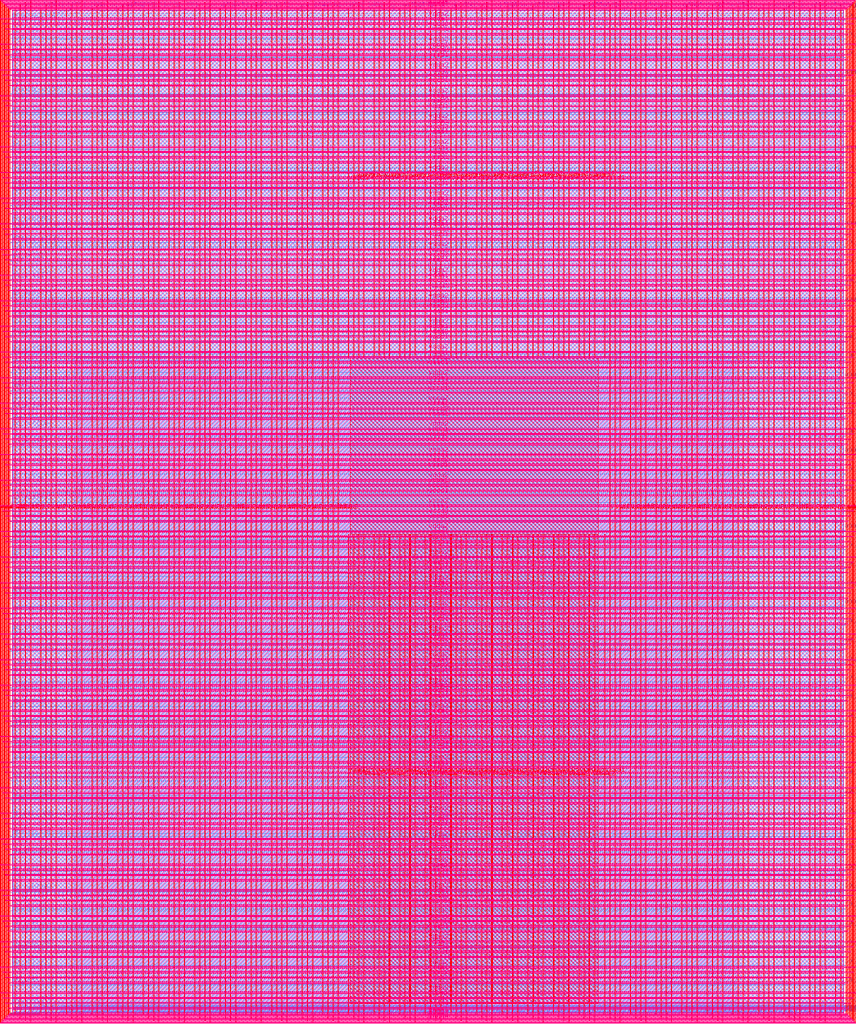
<source format=lef>
VERSION 5.7 ;
  NOWIREEXTENSIONATPIN ON ;
  DIVIDERCHAR "/" ;
  BUSBITCHARS "[]" ;
MACRO user_project_wrapper
  CLASS BLOCK ;
  FOREIGN user_project_wrapper ;
  ORIGIN 0.000 0.000 ;
  SIZE 2920.000 BY 3520.000 ;
  PIN analog_io[0]
    DIRECTION INOUT ;
    USE SIGNAL ;
    PORT
      LAYER met3 ;
        RECT 2917.600 1426.380 2924.800 1427.580 ;
    END
  END analog_io[0]
  PIN analog_io[10]
    DIRECTION INOUT ;
    USE SIGNAL ;
    PORT
      LAYER met2 ;
        RECT 2230.490 3517.600 2231.050 3524.800 ;
    END
  END analog_io[10]
  PIN analog_io[11]
    DIRECTION INOUT ;
    USE SIGNAL ;
    PORT
      LAYER met2 ;
        RECT 1905.730 3517.600 1906.290 3524.800 ;
    END
  END analog_io[11]
  PIN analog_io[12]
    DIRECTION INOUT ;
    USE SIGNAL ;
    PORT
      LAYER met2 ;
        RECT 1581.430 3517.600 1581.990 3524.800 ;
    END
  END analog_io[12]
  PIN analog_io[13]
    DIRECTION INOUT ;
    USE SIGNAL ;
    PORT
      LAYER met2 ;
        RECT 1257.130 3517.600 1257.690 3524.800 ;
    END
  END analog_io[13]
  PIN analog_io[14]
    DIRECTION INOUT ;
    USE SIGNAL ;
    PORT
      LAYER met2 ;
        RECT 932.370 3517.600 932.930 3524.800 ;
    END
  END analog_io[14]
  PIN analog_io[15]
    DIRECTION INOUT ;
    USE SIGNAL ;
    PORT
      LAYER met2 ;
        RECT 608.070 3517.600 608.630 3524.800 ;
    END
  END analog_io[15]
  PIN analog_io[16]
    DIRECTION INOUT ;
    USE SIGNAL ;
    PORT
      LAYER met2 ;
        RECT 283.770 3517.600 284.330 3524.800 ;
    END
  END analog_io[16]
  PIN analog_io[17]
    DIRECTION INOUT ;
    USE SIGNAL ;
    PORT
      LAYER met3 ;
        RECT -4.800 3486.100 2.400 3487.300 ;
    END
  END analog_io[17]
  PIN analog_io[18]
    DIRECTION INOUT ;
    USE SIGNAL ;
    PORT
      LAYER met3 ;
        RECT -4.800 3224.980 2.400 3226.180 ;
    END
  END analog_io[18]
  PIN analog_io[19]
    DIRECTION INOUT ;
    USE SIGNAL ;
    PORT
      LAYER met3 ;
        RECT -4.800 2964.540 2.400 2965.740 ;
    END
  END analog_io[19]
  PIN analog_io[1]
    DIRECTION INOUT ;
    USE SIGNAL ;
    PORT
      LAYER met3 ;
        RECT 2917.600 1692.260 2924.800 1693.460 ;
    END
  END analog_io[1]
  PIN analog_io[20]
    DIRECTION INOUT ;
    USE SIGNAL ;
    PORT
      LAYER met3 ;
        RECT -4.800 2703.420 2.400 2704.620 ;
    END
  END analog_io[20]
  PIN analog_io[21]
    DIRECTION INOUT ;
    USE SIGNAL ;
    PORT
      LAYER met3 ;
        RECT -4.800 2442.980 2.400 2444.180 ;
    END
  END analog_io[21]
  PIN analog_io[22]
    DIRECTION INOUT ;
    USE SIGNAL ;
    PORT
      LAYER met3 ;
        RECT -4.800 2182.540 2.400 2183.740 ;
    END
  END analog_io[22]
  PIN analog_io[23]
    DIRECTION INOUT ;
    USE SIGNAL ;
    PORT
      LAYER met3 ;
        RECT -4.800 1921.420 2.400 1922.620 ;
    END
  END analog_io[23]
  PIN analog_io[24]
    DIRECTION INOUT ;
    USE SIGNAL ;
    PORT
      LAYER met3 ;
        RECT -4.800 1660.980 2.400 1662.180 ;
    END
  END analog_io[24]
  PIN analog_io[25]
    DIRECTION INOUT ;
    USE SIGNAL ;
    PORT
      LAYER met3 ;
        RECT -4.800 1399.860 2.400 1401.060 ;
    END
  END analog_io[25]
  PIN analog_io[26]
    DIRECTION INOUT ;
    USE SIGNAL ;
    PORT
      LAYER met3 ;
        RECT -4.800 1139.420 2.400 1140.620 ;
    END
  END analog_io[26]
  PIN analog_io[27]
    DIRECTION INOUT ;
    USE SIGNAL ;
    PORT
      LAYER met3 ;
        RECT -4.800 878.980 2.400 880.180 ;
    END
  END analog_io[27]
  PIN analog_io[28]
    DIRECTION INOUT ;
    USE SIGNAL ;
    PORT
      LAYER met3 ;
        RECT -4.800 617.860 2.400 619.060 ;
    END
  END analog_io[28]
  PIN analog_io[2]
    DIRECTION INOUT ;
    USE SIGNAL ;
    PORT
      LAYER met3 ;
        RECT 2917.600 1958.140 2924.800 1959.340 ;
    END
  END analog_io[2]
  PIN analog_io[3]
    DIRECTION INOUT ;
    USE SIGNAL ;
    PORT
      LAYER met3 ;
        RECT 2917.600 2223.340 2924.800 2224.540 ;
    END
  END analog_io[3]
  PIN analog_io[4]
    DIRECTION INOUT ;
    USE SIGNAL ;
    PORT
      LAYER met3 ;
        RECT 2917.600 2489.220 2924.800 2490.420 ;
    END
  END analog_io[4]
  PIN analog_io[5]
    DIRECTION INOUT ;
    USE SIGNAL ;
    PORT
      LAYER met3 ;
        RECT 2917.600 2755.100 2924.800 2756.300 ;
    END
  END analog_io[5]
  PIN analog_io[6]
    DIRECTION INOUT ;
    USE SIGNAL ;
    PORT
      LAYER met3 ;
        RECT 2917.600 3020.300 2924.800 3021.500 ;
    END
  END analog_io[6]
  PIN analog_io[7]
    DIRECTION INOUT ;
    USE SIGNAL ;
    PORT
      LAYER met3 ;
        RECT 2917.600 3286.180 2924.800 3287.380 ;
    END
  END analog_io[7]
  PIN analog_io[8]
    DIRECTION INOUT ;
    USE SIGNAL ;
    PORT
      LAYER met2 ;
        RECT 2879.090 3517.600 2879.650 3524.800 ;
    END
  END analog_io[8]
  PIN analog_io[9]
    DIRECTION INOUT ;
    USE SIGNAL ;
    PORT
      LAYER met2 ;
        RECT 2554.790 3517.600 2555.350 3524.800 ;
    END
  END analog_io[9]
  PIN io_in[0]
    DIRECTION INPUT ;
    USE SIGNAL ;
    PORT
      LAYER met3 ;
        RECT 2917.600 32.380 2924.800 33.580 ;
    END
  END io_in[0]
  PIN io_in[10]
    DIRECTION INPUT ;
    USE SIGNAL ;
    PORT
      LAYER met3 ;
        RECT 2917.600 2289.980 2924.800 2291.180 ;
    END
  END io_in[10]
  PIN io_in[11]
    DIRECTION INPUT ;
    USE SIGNAL ;
    PORT
      LAYER met3 ;
        RECT 2917.600 2555.860 2924.800 2557.060 ;
    END
  END io_in[11]
  PIN io_in[12]
    DIRECTION INPUT ;
    USE SIGNAL ;
    PORT
      LAYER met3 ;
        RECT 2917.600 2821.060 2924.800 2822.260 ;
    END
  END io_in[12]
  PIN io_in[13]
    DIRECTION INPUT ;
    USE SIGNAL ;
    PORT
      LAYER met3 ;
        RECT 2917.600 3086.940 2924.800 3088.140 ;
    END
  END io_in[13]
  PIN io_in[14]
    DIRECTION INPUT ;
    USE SIGNAL ;
    PORT
      LAYER met3 ;
        RECT 2917.600 3352.820 2924.800 3354.020 ;
    END
  END io_in[14]
  PIN io_in[15]
    DIRECTION INPUT ;
    USE SIGNAL ;
    PORT
      LAYER met2 ;
        RECT 2798.130 3517.600 2798.690 3524.800 ;
    END
  END io_in[15]
  PIN io_in[16]
    DIRECTION INPUT ;
    USE SIGNAL ;
    PORT
      LAYER met2 ;
        RECT 2473.830 3517.600 2474.390 3524.800 ;
    END
  END io_in[16]
  PIN io_in[17]
    DIRECTION INPUT ;
    USE SIGNAL ;
    PORT
      LAYER met2 ;
        RECT 2149.070 3517.600 2149.630 3524.800 ;
    END
  END io_in[17]
  PIN io_in[18]
    DIRECTION INPUT ;
    USE SIGNAL ;
    PORT
      LAYER met2 ;
        RECT 1824.770 3517.600 1825.330 3524.800 ;
    END
  END io_in[18]
  PIN io_in[19]
    DIRECTION INPUT ;
    USE SIGNAL ;
    PORT
      LAYER met2 ;
        RECT 1500.470 3517.600 1501.030 3524.800 ;
    END
  END io_in[19]
  PIN io_in[1]
    DIRECTION INPUT ;
    USE SIGNAL ;
    PORT
      LAYER met3 ;
        RECT 2917.600 230.940 2924.800 232.140 ;
    END
  END io_in[1]
  PIN io_in[20]
    DIRECTION INPUT ;
    USE SIGNAL ;
    PORT
      LAYER met2 ;
        RECT 1175.710 3517.600 1176.270 3524.800 ;
    END
  END io_in[20]
  PIN io_in[21]
    DIRECTION INPUT ;
    USE SIGNAL ;
    PORT
      LAYER met2 ;
        RECT 851.410 3517.600 851.970 3524.800 ;
    END
  END io_in[21]
  PIN io_in[22]
    DIRECTION INPUT ;
    USE SIGNAL ;
    PORT
      LAYER met2 ;
        RECT 527.110 3517.600 527.670 3524.800 ;
    END
  END io_in[22]
  PIN io_in[23]
    DIRECTION INPUT ;
    USE SIGNAL ;
    PORT
      LAYER met2 ;
        RECT 202.350 3517.600 202.910 3524.800 ;
    END
  END io_in[23]
  PIN io_in[24]
    DIRECTION INPUT ;
    USE SIGNAL ;
    PORT
      LAYER met3 ;
        RECT -4.800 3420.820 2.400 3422.020 ;
    END
  END io_in[24]
  PIN io_in[25]
    DIRECTION INPUT ;
    USE SIGNAL ;
    PORT
      LAYER met3 ;
        RECT -4.800 3159.700 2.400 3160.900 ;
    END
  END io_in[25]
  PIN io_in[26]
    DIRECTION INPUT ;
    USE SIGNAL ;
    PORT
      LAYER met3 ;
        RECT -4.800 2899.260 2.400 2900.460 ;
    END
  END io_in[26]
  PIN io_in[27]
    DIRECTION INPUT ;
    USE SIGNAL ;
    PORT
      LAYER met3 ;
        RECT -4.800 2638.820 2.400 2640.020 ;
    END
  END io_in[27]
  PIN io_in[28]
    DIRECTION INPUT ;
    USE SIGNAL ;
    PORT
      LAYER met3 ;
        RECT -4.800 2377.700 2.400 2378.900 ;
    END
  END io_in[28]
  PIN io_in[29]
    DIRECTION INPUT ;
    USE SIGNAL ;
    PORT
      LAYER met3 ;
        RECT -4.800 2117.260 2.400 2118.460 ;
    END
  END io_in[29]
  PIN io_in[2]
    DIRECTION INPUT ;
    USE SIGNAL ;
    PORT
      LAYER met3 ;
        RECT 2917.600 430.180 2924.800 431.380 ;
    END
  END io_in[2]
  PIN io_in[30]
    DIRECTION INPUT ;
    USE SIGNAL ;
    PORT
      LAYER met3 ;
        RECT -4.800 1856.140 2.400 1857.340 ;
    END
  END io_in[30]
  PIN io_in[31]
    DIRECTION INPUT ;
    USE SIGNAL ;
    PORT
      LAYER met3 ;
        RECT -4.800 1595.700 2.400 1596.900 ;
    END
  END io_in[31]
  PIN io_in[32]
    DIRECTION INPUT ;
    USE SIGNAL ;
    PORT
      LAYER met3 ;
        RECT -4.800 1335.260 2.400 1336.460 ;
    END
  END io_in[32]
  PIN io_in[33]
    DIRECTION INPUT ;
    USE SIGNAL ;
    PORT
      LAYER met3 ;
        RECT -4.800 1074.140 2.400 1075.340 ;
    END
  END io_in[33]
  PIN io_in[34]
    DIRECTION INPUT ;
    USE SIGNAL ;
    PORT
      LAYER met3 ;
        RECT -4.800 813.700 2.400 814.900 ;
    END
  END io_in[34]
  PIN io_in[35]
    DIRECTION INPUT ;
    USE SIGNAL ;
    PORT
      LAYER met3 ;
        RECT -4.800 552.580 2.400 553.780 ;
    END
  END io_in[35]
  PIN io_in[36]
    DIRECTION INPUT ;
    USE SIGNAL ;
    PORT
      LAYER met3 ;
        RECT -4.800 357.420 2.400 358.620 ;
    END
  END io_in[36]
  PIN io_in[37]
    DIRECTION INPUT ;
    USE SIGNAL ;
    PORT
      LAYER met3 ;
        RECT -4.800 161.580 2.400 162.780 ;
    END
  END io_in[37]
  PIN io_in[3]
    DIRECTION INPUT ;
    USE SIGNAL ;
    PORT
      LAYER met3 ;
        RECT 2917.600 629.420 2924.800 630.620 ;
    END
  END io_in[3]
  PIN io_in[4]
    DIRECTION INPUT ;
    USE SIGNAL ;
    PORT
      LAYER met3 ;
        RECT 2917.600 828.660 2924.800 829.860 ;
    END
  END io_in[4]
  PIN io_in[5]
    DIRECTION INPUT ;
    USE SIGNAL ;
    PORT
      LAYER met3 ;
        RECT 2917.600 1027.900 2924.800 1029.100 ;
    END
  END io_in[5]
  PIN io_in[6]
    DIRECTION INPUT ;
    USE SIGNAL ;
    PORT
      LAYER met3 ;
        RECT 2917.600 1227.140 2924.800 1228.340 ;
    END
  END io_in[6]
  PIN io_in[7]
    DIRECTION INPUT ;
    USE SIGNAL ;
    PORT
      LAYER met3 ;
        RECT 2917.600 1493.020 2924.800 1494.220 ;
    END
  END io_in[7]
  PIN io_in[8]
    DIRECTION INPUT ;
    USE SIGNAL ;
    PORT
      LAYER met3 ;
        RECT 2917.600 1758.900 2924.800 1760.100 ;
    END
  END io_in[8]
  PIN io_in[9]
    DIRECTION INPUT ;
    USE SIGNAL ;
    PORT
      LAYER met3 ;
        RECT 2917.600 2024.100 2924.800 2025.300 ;
    END
  END io_in[9]
  PIN io_oeb[0]
    DIRECTION OUTPUT TRISTATE ;
    USE SIGNAL ;
    PORT
      LAYER met3 ;
        RECT 2917.600 164.980 2924.800 166.180 ;
    END
  END io_oeb[0]
  PIN io_oeb[10]
    DIRECTION OUTPUT TRISTATE ;
    USE SIGNAL ;
    PORT
      LAYER met3 ;
        RECT 2917.600 2422.580 2924.800 2423.780 ;
    END
  END io_oeb[10]
  PIN io_oeb[11]
    DIRECTION OUTPUT TRISTATE ;
    USE SIGNAL ;
    PORT
      LAYER met3 ;
        RECT 2917.600 2688.460 2924.800 2689.660 ;
    END
  END io_oeb[11]
  PIN io_oeb[12]
    DIRECTION OUTPUT TRISTATE ;
    USE SIGNAL ;
    PORT
      LAYER met3 ;
        RECT 2917.600 2954.340 2924.800 2955.540 ;
    END
  END io_oeb[12]
  PIN io_oeb[13]
    DIRECTION OUTPUT TRISTATE ;
    USE SIGNAL ;
    PORT
      LAYER met3 ;
        RECT 2917.600 3219.540 2924.800 3220.740 ;
    END
  END io_oeb[13]
  PIN io_oeb[14]
    DIRECTION OUTPUT TRISTATE ;
    USE SIGNAL ;
    PORT
      LAYER met3 ;
        RECT 2917.600 3485.420 2924.800 3486.620 ;
    END
  END io_oeb[14]
  PIN io_oeb[15]
    DIRECTION OUTPUT TRISTATE ;
    USE SIGNAL ;
    PORT
      LAYER met2 ;
        RECT 2635.750 3517.600 2636.310 3524.800 ;
    END
  END io_oeb[15]
  PIN io_oeb[16]
    DIRECTION OUTPUT TRISTATE ;
    USE SIGNAL ;
    PORT
      LAYER met2 ;
        RECT 2311.450 3517.600 2312.010 3524.800 ;
    END
  END io_oeb[16]
  PIN io_oeb[17]
    DIRECTION OUTPUT TRISTATE ;
    USE SIGNAL ;
    PORT
      LAYER met2 ;
        RECT 1987.150 3517.600 1987.710 3524.800 ;
    END
  END io_oeb[17]
  PIN io_oeb[18]
    DIRECTION OUTPUT TRISTATE ;
    USE SIGNAL ;
    PORT
      LAYER met2 ;
        RECT 1662.390 3517.600 1662.950 3524.800 ;
    END
  END io_oeb[18]
  PIN io_oeb[19]
    DIRECTION OUTPUT TRISTATE ;
    USE SIGNAL ;
    PORT
      LAYER met2 ;
        RECT 1338.090 3517.600 1338.650 3524.800 ;
    END
  END io_oeb[19]
  PIN io_oeb[1]
    DIRECTION OUTPUT TRISTATE ;
    USE SIGNAL ;
    PORT
      LAYER met3 ;
        RECT 2917.600 364.220 2924.800 365.420 ;
    END
  END io_oeb[1]
  PIN io_oeb[20]
    DIRECTION OUTPUT TRISTATE ;
    USE SIGNAL ;
    PORT
      LAYER met2 ;
        RECT 1013.790 3517.600 1014.350 3524.800 ;
    END
  END io_oeb[20]
  PIN io_oeb[21]
    DIRECTION OUTPUT TRISTATE ;
    USE SIGNAL ;
    PORT
      LAYER met2 ;
        RECT 689.030 3517.600 689.590 3524.800 ;
    END
  END io_oeb[21]
  PIN io_oeb[22]
    DIRECTION OUTPUT TRISTATE ;
    USE SIGNAL ;
    PORT
      LAYER met2 ;
        RECT 364.730 3517.600 365.290 3524.800 ;
    END
  END io_oeb[22]
  PIN io_oeb[23]
    DIRECTION OUTPUT TRISTATE ;
    USE SIGNAL ;
    PORT
      LAYER met2 ;
        RECT 40.430 3517.600 40.990 3524.800 ;
    END
  END io_oeb[23]
  PIN io_oeb[24]
    DIRECTION OUTPUT TRISTATE ;
    USE SIGNAL ;
    PORT
      LAYER met3 ;
        RECT -4.800 3290.260 2.400 3291.460 ;
    END
  END io_oeb[24]
  PIN io_oeb[25]
    DIRECTION OUTPUT TRISTATE ;
    USE SIGNAL ;
    PORT
      LAYER met3 ;
        RECT -4.800 3029.820 2.400 3031.020 ;
    END
  END io_oeb[25]
  PIN io_oeb[26]
    DIRECTION OUTPUT TRISTATE ;
    USE SIGNAL ;
    PORT
      LAYER met3 ;
        RECT -4.800 2768.700 2.400 2769.900 ;
    END
  END io_oeb[26]
  PIN io_oeb[27]
    DIRECTION OUTPUT TRISTATE ;
    USE SIGNAL ;
    PORT
      LAYER met3 ;
        RECT -4.800 2508.260 2.400 2509.460 ;
    END
  END io_oeb[27]
  PIN io_oeb[28]
    DIRECTION OUTPUT TRISTATE ;
    USE SIGNAL ;
    PORT
      LAYER met3 ;
        RECT -4.800 2247.140 2.400 2248.340 ;
    END
  END io_oeb[28]
  PIN io_oeb[29]
    DIRECTION OUTPUT TRISTATE ;
    USE SIGNAL ;
    PORT
      LAYER met3 ;
        RECT -4.800 1986.700 2.400 1987.900 ;
    END
  END io_oeb[29]
  PIN io_oeb[2]
    DIRECTION OUTPUT TRISTATE ;
    USE SIGNAL ;
    PORT
      LAYER met3 ;
        RECT 2917.600 563.460 2924.800 564.660 ;
    END
  END io_oeb[2]
  PIN io_oeb[30]
    DIRECTION OUTPUT TRISTATE ;
    USE SIGNAL ;
    PORT
      LAYER met3 ;
        RECT -4.800 1726.260 2.400 1727.460 ;
    END
  END io_oeb[30]
  PIN io_oeb[31]
    DIRECTION OUTPUT TRISTATE ;
    USE SIGNAL ;
    PORT
      LAYER met3 ;
        RECT -4.800 1465.140 2.400 1466.340 ;
    END
  END io_oeb[31]
  PIN io_oeb[32]
    DIRECTION OUTPUT TRISTATE ;
    USE SIGNAL ;
    PORT
      LAYER met3 ;
        RECT -4.800 1204.700 2.400 1205.900 ;
    END
  END io_oeb[32]
  PIN io_oeb[33]
    DIRECTION OUTPUT TRISTATE ;
    USE SIGNAL ;
    PORT
      LAYER met3 ;
        RECT -4.800 943.580 2.400 944.780 ;
    END
  END io_oeb[33]
  PIN io_oeb[34]
    DIRECTION OUTPUT TRISTATE ;
    USE SIGNAL ;
    PORT
      LAYER met3 ;
        RECT -4.800 683.140 2.400 684.340 ;
    END
  END io_oeb[34]
  PIN io_oeb[35]
    DIRECTION OUTPUT TRISTATE ;
    USE SIGNAL ;
    PORT
      LAYER met3 ;
        RECT -4.800 422.700 2.400 423.900 ;
    END
  END io_oeb[35]
  PIN io_oeb[36]
    DIRECTION OUTPUT TRISTATE ;
    USE SIGNAL ;
    PORT
      LAYER met3 ;
        RECT -4.800 226.860 2.400 228.060 ;
    END
  END io_oeb[36]
  PIN io_oeb[37]
    DIRECTION OUTPUT TRISTATE ;
    USE SIGNAL ;
    PORT
      LAYER met3 ;
        RECT -4.800 31.700 2.400 32.900 ;
    END
  END io_oeb[37]
  PIN io_oeb[3]
    DIRECTION OUTPUT TRISTATE ;
    USE SIGNAL ;
    PORT
      LAYER met3 ;
        RECT 2917.600 762.700 2924.800 763.900 ;
    END
  END io_oeb[3]
  PIN io_oeb[4]
    DIRECTION OUTPUT TRISTATE ;
    USE SIGNAL ;
    PORT
      LAYER met3 ;
        RECT 2917.600 961.940 2924.800 963.140 ;
    END
  END io_oeb[4]
  PIN io_oeb[5]
    DIRECTION OUTPUT TRISTATE ;
    USE SIGNAL ;
    PORT
      LAYER met3 ;
        RECT 2917.600 1161.180 2924.800 1162.380 ;
    END
  END io_oeb[5]
  PIN io_oeb[6]
    DIRECTION OUTPUT TRISTATE ;
    USE SIGNAL ;
    PORT
      LAYER met3 ;
        RECT 2917.600 1360.420 2924.800 1361.620 ;
    END
  END io_oeb[6]
  PIN io_oeb[7]
    DIRECTION OUTPUT TRISTATE ;
    USE SIGNAL ;
    PORT
      LAYER met3 ;
        RECT 2917.600 1625.620 2924.800 1626.820 ;
    END
  END io_oeb[7]
  PIN io_oeb[8]
    DIRECTION OUTPUT TRISTATE ;
    USE SIGNAL ;
    PORT
      LAYER met3 ;
        RECT 2917.600 1891.500 2924.800 1892.700 ;
    END
  END io_oeb[8]
  PIN io_oeb[9]
    DIRECTION OUTPUT TRISTATE ;
    USE SIGNAL ;
    PORT
      LAYER met3 ;
        RECT 2917.600 2157.380 2924.800 2158.580 ;
    END
  END io_oeb[9]
  PIN io_out[0]
    DIRECTION OUTPUT TRISTATE ;
    USE SIGNAL ;
    PORT
      LAYER met3 ;
        RECT 2917.600 98.340 2924.800 99.540 ;
    END
  END io_out[0]
  PIN io_out[10]
    DIRECTION OUTPUT TRISTATE ;
    USE SIGNAL ;
    PORT
      LAYER met3 ;
        RECT 2917.600 2356.620 2924.800 2357.820 ;
    END
  END io_out[10]
  PIN io_out[11]
    DIRECTION OUTPUT TRISTATE ;
    USE SIGNAL ;
    PORT
      LAYER met3 ;
        RECT 2917.600 2621.820 2924.800 2623.020 ;
    END
  END io_out[11]
  PIN io_out[12]
    DIRECTION OUTPUT TRISTATE ;
    USE SIGNAL ;
    PORT
      LAYER met3 ;
        RECT 2917.600 2887.700 2924.800 2888.900 ;
    END
  END io_out[12]
  PIN io_out[13]
    DIRECTION OUTPUT TRISTATE ;
    USE SIGNAL ;
    PORT
      LAYER met3 ;
        RECT 2917.600 3153.580 2924.800 3154.780 ;
    END
  END io_out[13]
  PIN io_out[14]
    DIRECTION OUTPUT TRISTATE ;
    USE SIGNAL ;
    PORT
      LAYER met3 ;
        RECT 2917.600 3418.780 2924.800 3419.980 ;
    END
  END io_out[14]
  PIN io_out[15]
    DIRECTION OUTPUT TRISTATE ;
    USE SIGNAL ;
    PORT
      LAYER met2 ;
        RECT 2717.170 3517.600 2717.730 3524.800 ;
    END
  END io_out[15]
  PIN io_out[16]
    DIRECTION OUTPUT TRISTATE ;
    USE SIGNAL ;
    PORT
      LAYER met2 ;
        RECT 2392.410 3517.600 2392.970 3524.800 ;
    END
  END io_out[16]
  PIN io_out[17]
    DIRECTION OUTPUT TRISTATE ;
    USE SIGNAL ;
    PORT
      LAYER met2 ;
        RECT 2068.110 3517.600 2068.670 3524.800 ;
    END
  END io_out[17]
  PIN io_out[18]
    DIRECTION OUTPUT TRISTATE ;
    USE SIGNAL ;
    PORT
      LAYER met2 ;
        RECT 1743.810 3517.600 1744.370 3524.800 ;
    END
  END io_out[18]
  PIN io_out[19]
    DIRECTION OUTPUT TRISTATE ;
    USE SIGNAL ;
    PORT
      LAYER met2 ;
        RECT 1419.050 3517.600 1419.610 3524.800 ;
    END
  END io_out[19]
  PIN io_out[1]
    DIRECTION OUTPUT TRISTATE ;
    USE SIGNAL ;
    PORT
      LAYER met3 ;
        RECT 2917.600 297.580 2924.800 298.780 ;
    END
  END io_out[1]
  PIN io_out[20]
    DIRECTION OUTPUT TRISTATE ;
    USE SIGNAL ;
    PORT
      LAYER met2 ;
        RECT 1094.750 3517.600 1095.310 3524.800 ;
    END
  END io_out[20]
  PIN io_out[21]
    DIRECTION OUTPUT TRISTATE ;
    USE SIGNAL ;
    PORT
      LAYER met2 ;
        RECT 770.450 3517.600 771.010 3524.800 ;
    END
  END io_out[21]
  PIN io_out[22]
    DIRECTION OUTPUT TRISTATE ;
    USE SIGNAL ;
    PORT
      LAYER met2 ;
        RECT 445.690 3517.600 446.250 3524.800 ;
    END
  END io_out[22]
  PIN io_out[23]
    DIRECTION OUTPUT TRISTATE ;
    USE SIGNAL ;
    PORT
      LAYER met2 ;
        RECT 121.390 3517.600 121.950 3524.800 ;
    END
  END io_out[23]
  PIN io_out[24]
    DIRECTION OUTPUT TRISTATE ;
    USE SIGNAL ;
    PORT
      LAYER met3 ;
        RECT -4.800 3355.540 2.400 3356.740 ;
    END
  END io_out[24]
  PIN io_out[25]
    DIRECTION OUTPUT TRISTATE ;
    USE SIGNAL ;
    PORT
      LAYER met3 ;
        RECT -4.800 3095.100 2.400 3096.300 ;
    END
  END io_out[25]
  PIN io_out[26]
    DIRECTION OUTPUT TRISTATE ;
    USE SIGNAL ;
    PORT
      LAYER met3 ;
        RECT -4.800 2833.980 2.400 2835.180 ;
    END
  END io_out[26]
  PIN io_out[27]
    DIRECTION OUTPUT TRISTATE ;
    USE SIGNAL ;
    PORT
      LAYER met3 ;
        RECT -4.800 2573.540 2.400 2574.740 ;
    END
  END io_out[27]
  PIN io_out[28]
    DIRECTION OUTPUT TRISTATE ;
    USE SIGNAL ;
    PORT
      LAYER met3 ;
        RECT -4.800 2312.420 2.400 2313.620 ;
    END
  END io_out[28]
  PIN io_out[29]
    DIRECTION OUTPUT TRISTATE ;
    USE SIGNAL ;
    PORT
      LAYER met3 ;
        RECT -4.800 2051.980 2.400 2053.180 ;
    END
  END io_out[29]
  PIN io_out[2]
    DIRECTION OUTPUT TRISTATE ;
    USE SIGNAL ;
    PORT
      LAYER met3 ;
        RECT 2917.600 496.820 2924.800 498.020 ;
    END
  END io_out[2]
  PIN io_out[30]
    DIRECTION OUTPUT TRISTATE ;
    USE SIGNAL ;
    PORT
      LAYER met3 ;
        RECT -4.800 1791.540 2.400 1792.740 ;
    END
  END io_out[30]
  PIN io_out[31]
    DIRECTION OUTPUT TRISTATE ;
    USE SIGNAL ;
    PORT
      LAYER met3 ;
        RECT -4.800 1530.420 2.400 1531.620 ;
    END
  END io_out[31]
  PIN io_out[32]
    DIRECTION OUTPUT TRISTATE ;
    USE SIGNAL ;
    PORT
      LAYER met3 ;
        RECT -4.800 1269.980 2.400 1271.180 ;
    END
  END io_out[32]
  PIN io_out[33]
    DIRECTION OUTPUT TRISTATE ;
    USE SIGNAL ;
    PORT
      LAYER met3 ;
        RECT -4.800 1008.860 2.400 1010.060 ;
    END
  END io_out[33]
  PIN io_out[34]
    DIRECTION OUTPUT TRISTATE ;
    USE SIGNAL ;
    PORT
      LAYER met3 ;
        RECT -4.800 748.420 2.400 749.620 ;
    END
  END io_out[34]
  PIN io_out[35]
    DIRECTION OUTPUT TRISTATE ;
    USE SIGNAL ;
    PORT
      LAYER met3 ;
        RECT -4.800 487.300 2.400 488.500 ;
    END
  END io_out[35]
  PIN io_out[36]
    DIRECTION OUTPUT TRISTATE ;
    USE SIGNAL ;
    PORT
      LAYER met3 ;
        RECT -4.800 292.140 2.400 293.340 ;
    END
  END io_out[36]
  PIN io_out[37]
    DIRECTION OUTPUT TRISTATE ;
    USE SIGNAL ;
    PORT
      LAYER met3 ;
        RECT -4.800 96.300 2.400 97.500 ;
    END
  END io_out[37]
  PIN io_out[3]
    DIRECTION OUTPUT TRISTATE ;
    USE SIGNAL ;
    PORT
      LAYER met3 ;
        RECT 2917.600 696.060 2924.800 697.260 ;
    END
  END io_out[3]
  PIN io_out[4]
    DIRECTION OUTPUT TRISTATE ;
    USE SIGNAL ;
    PORT
      LAYER met3 ;
        RECT 2917.600 895.300 2924.800 896.500 ;
    END
  END io_out[4]
  PIN io_out[5]
    DIRECTION OUTPUT TRISTATE ;
    USE SIGNAL ;
    PORT
      LAYER met3 ;
        RECT 2917.600 1094.540 2924.800 1095.740 ;
    END
  END io_out[5]
  PIN io_out[6]
    DIRECTION OUTPUT TRISTATE ;
    USE SIGNAL ;
    PORT
      LAYER met3 ;
        RECT 2917.600 1293.780 2924.800 1294.980 ;
    END
  END io_out[6]
  PIN io_out[7]
    DIRECTION OUTPUT TRISTATE ;
    USE SIGNAL ;
    PORT
      LAYER met3 ;
        RECT 2917.600 1559.660 2924.800 1560.860 ;
    END
  END io_out[7]
  PIN io_out[8]
    DIRECTION OUTPUT TRISTATE ;
    USE SIGNAL ;
    PORT
      LAYER met3 ;
        RECT 2917.600 1824.860 2924.800 1826.060 ;
    END
  END io_out[8]
  PIN io_out[9]
    DIRECTION OUTPUT TRISTATE ;
    USE SIGNAL ;
    PORT
      LAYER met3 ;
        RECT 2917.600 2090.740 2924.800 2091.940 ;
    END
  END io_out[9]
  PIN la_data_in[0]
    DIRECTION INPUT ;
    USE SIGNAL ;
    PORT
      LAYER met2 ;
        RECT 629.230 -4.800 629.790 2.400 ;
    END
  END la_data_in[0]
  PIN la_data_in[100]
    DIRECTION INPUT ;
    USE SIGNAL ;
    PORT
      LAYER met2 ;
        RECT 2402.530 -4.800 2403.090 2.400 ;
    END
  END la_data_in[100]
  PIN la_data_in[101]
    DIRECTION INPUT ;
    USE SIGNAL ;
    PORT
      LAYER met2 ;
        RECT 2420.010 -4.800 2420.570 2.400 ;
    END
  END la_data_in[101]
  PIN la_data_in[102]
    DIRECTION INPUT ;
    USE SIGNAL ;
    PORT
      LAYER met2 ;
        RECT 2437.950 -4.800 2438.510 2.400 ;
    END
  END la_data_in[102]
  PIN la_data_in[103]
    DIRECTION INPUT ;
    USE SIGNAL ;
    PORT
      LAYER met2 ;
        RECT 2455.430 -4.800 2455.990 2.400 ;
    END
  END la_data_in[103]
  PIN la_data_in[104]
    DIRECTION INPUT ;
    USE SIGNAL ;
    PORT
      LAYER met2 ;
        RECT 2473.370 -4.800 2473.930 2.400 ;
    END
  END la_data_in[104]
  PIN la_data_in[105]
    DIRECTION INPUT ;
    USE SIGNAL ;
    PORT
      LAYER met2 ;
        RECT 2490.850 -4.800 2491.410 2.400 ;
    END
  END la_data_in[105]
  PIN la_data_in[106]
    DIRECTION INPUT ;
    USE SIGNAL ;
    PORT
      LAYER met2 ;
        RECT 2508.790 -4.800 2509.350 2.400 ;
    END
  END la_data_in[106]
  PIN la_data_in[107]
    DIRECTION INPUT ;
    USE SIGNAL ;
    PORT
      LAYER met2 ;
        RECT 2526.730 -4.800 2527.290 2.400 ;
    END
  END la_data_in[107]
  PIN la_data_in[108]
    DIRECTION INPUT ;
    USE SIGNAL ;
    PORT
      LAYER met2 ;
        RECT 2544.210 -4.800 2544.770 2.400 ;
    END
  END la_data_in[108]
  PIN la_data_in[109]
    DIRECTION INPUT ;
    USE SIGNAL ;
    PORT
      LAYER met2 ;
        RECT 2562.150 -4.800 2562.710 2.400 ;
    END
  END la_data_in[109]
  PIN la_data_in[10]
    DIRECTION INPUT ;
    USE SIGNAL ;
    PORT
      LAYER met2 ;
        RECT 806.330 -4.800 806.890 2.400 ;
    END
  END la_data_in[10]
  PIN la_data_in[110]
    DIRECTION INPUT ;
    USE SIGNAL ;
    PORT
      LAYER met2 ;
        RECT 2579.630 -4.800 2580.190 2.400 ;
    END
  END la_data_in[110]
  PIN la_data_in[111]
    DIRECTION INPUT ;
    USE SIGNAL ;
    PORT
      LAYER met2 ;
        RECT 2597.570 -4.800 2598.130 2.400 ;
    END
  END la_data_in[111]
  PIN la_data_in[112]
    DIRECTION INPUT ;
    USE SIGNAL ;
    PORT
      LAYER met2 ;
        RECT 2615.050 -4.800 2615.610 2.400 ;
    END
  END la_data_in[112]
  PIN la_data_in[113]
    DIRECTION INPUT ;
    USE SIGNAL ;
    PORT
      LAYER met2 ;
        RECT 2632.990 -4.800 2633.550 2.400 ;
    END
  END la_data_in[113]
  PIN la_data_in[114]
    DIRECTION INPUT ;
    USE SIGNAL ;
    PORT
      LAYER met2 ;
        RECT 2650.470 -4.800 2651.030 2.400 ;
    END
  END la_data_in[114]
  PIN la_data_in[115]
    DIRECTION INPUT ;
    USE SIGNAL ;
    PORT
      LAYER met2 ;
        RECT 2668.410 -4.800 2668.970 2.400 ;
    END
  END la_data_in[115]
  PIN la_data_in[116]
    DIRECTION INPUT ;
    USE SIGNAL ;
    PORT
      LAYER met2 ;
        RECT 2685.890 -4.800 2686.450 2.400 ;
    END
  END la_data_in[116]
  PIN la_data_in[117]
    DIRECTION INPUT ;
    USE SIGNAL ;
    PORT
      LAYER met2 ;
        RECT 2703.830 -4.800 2704.390 2.400 ;
    END
  END la_data_in[117]
  PIN la_data_in[118]
    DIRECTION INPUT ;
    USE SIGNAL ;
    PORT
      LAYER met2 ;
        RECT 2721.770 -4.800 2722.330 2.400 ;
    END
  END la_data_in[118]
  PIN la_data_in[119]
    DIRECTION INPUT ;
    USE SIGNAL ;
    PORT
      LAYER met2 ;
        RECT 2739.250 -4.800 2739.810 2.400 ;
    END
  END la_data_in[119]
  PIN la_data_in[11]
    DIRECTION INPUT ;
    USE SIGNAL ;
    PORT
      LAYER met2 ;
        RECT 824.270 -4.800 824.830 2.400 ;
    END
  END la_data_in[11]
  PIN la_data_in[120]
    DIRECTION INPUT ;
    USE SIGNAL ;
    PORT
      LAYER met2 ;
        RECT 2757.190 -4.800 2757.750 2.400 ;
    END
  END la_data_in[120]
  PIN la_data_in[121]
    DIRECTION INPUT ;
    USE SIGNAL ;
    PORT
      LAYER met2 ;
        RECT 2774.670 -4.800 2775.230 2.400 ;
    END
  END la_data_in[121]
  PIN la_data_in[122]
    DIRECTION INPUT ;
    USE SIGNAL ;
    PORT
      LAYER met2 ;
        RECT 2792.610 -4.800 2793.170 2.400 ;
    END
  END la_data_in[122]
  PIN la_data_in[123]
    DIRECTION INPUT ;
    USE SIGNAL ;
    PORT
      LAYER met2 ;
        RECT 2810.090 -4.800 2810.650 2.400 ;
    END
  END la_data_in[123]
  PIN la_data_in[124]
    DIRECTION INPUT ;
    USE SIGNAL ;
    PORT
      LAYER met2 ;
        RECT 2828.030 -4.800 2828.590 2.400 ;
    END
  END la_data_in[124]
  PIN la_data_in[125]
    DIRECTION INPUT ;
    USE SIGNAL ;
    PORT
      LAYER met2 ;
        RECT 2845.510 -4.800 2846.070 2.400 ;
    END
  END la_data_in[125]
  PIN la_data_in[126]
    DIRECTION INPUT ;
    USE SIGNAL ;
    PORT
      LAYER met2 ;
        RECT 2863.450 -4.800 2864.010 2.400 ;
    END
  END la_data_in[126]
  PIN la_data_in[127]
    DIRECTION INPUT ;
    USE SIGNAL ;
    PORT
      LAYER met2 ;
        RECT 2881.390 -4.800 2881.950 2.400 ;
    END
  END la_data_in[127]
  PIN la_data_in[12]
    DIRECTION INPUT ;
    USE SIGNAL ;
    PORT
      LAYER met2 ;
        RECT 841.750 -4.800 842.310 2.400 ;
    END
  END la_data_in[12]
  PIN la_data_in[13]
    DIRECTION INPUT ;
    USE SIGNAL ;
    PORT
      LAYER met2 ;
        RECT 859.690 -4.800 860.250 2.400 ;
    END
  END la_data_in[13]
  PIN la_data_in[14]
    DIRECTION INPUT ;
    USE SIGNAL ;
    PORT
      LAYER met2 ;
        RECT 877.170 -4.800 877.730 2.400 ;
    END
  END la_data_in[14]
  PIN la_data_in[15]
    DIRECTION INPUT ;
    USE SIGNAL ;
    PORT
      LAYER met2 ;
        RECT 895.110 -4.800 895.670 2.400 ;
    END
  END la_data_in[15]
  PIN la_data_in[16]
    DIRECTION INPUT ;
    USE SIGNAL ;
    PORT
      LAYER met2 ;
        RECT 912.590 -4.800 913.150 2.400 ;
    END
  END la_data_in[16]
  PIN la_data_in[17]
    DIRECTION INPUT ;
    USE SIGNAL ;
    PORT
      LAYER met2 ;
        RECT 930.530 -4.800 931.090 2.400 ;
    END
  END la_data_in[17]
  PIN la_data_in[18]
    DIRECTION INPUT ;
    USE SIGNAL ;
    PORT
      LAYER met2 ;
        RECT 948.470 -4.800 949.030 2.400 ;
    END
  END la_data_in[18]
  PIN la_data_in[19]
    DIRECTION INPUT ;
    USE SIGNAL ;
    PORT
      LAYER met2 ;
        RECT 965.950 -4.800 966.510 2.400 ;
    END
  END la_data_in[19]
  PIN la_data_in[1]
    DIRECTION INPUT ;
    USE SIGNAL ;
    PORT
      LAYER met2 ;
        RECT 646.710 -4.800 647.270 2.400 ;
    END
  END la_data_in[1]
  PIN la_data_in[20]
    DIRECTION INPUT ;
    USE SIGNAL ;
    PORT
      LAYER met2 ;
        RECT 983.890 -4.800 984.450 2.400 ;
    END
  END la_data_in[20]
  PIN la_data_in[21]
    DIRECTION INPUT ;
    USE SIGNAL ;
    PORT
      LAYER met2 ;
        RECT 1001.370 -4.800 1001.930 2.400 ;
    END
  END la_data_in[21]
  PIN la_data_in[22]
    DIRECTION INPUT ;
    USE SIGNAL ;
    PORT
      LAYER met2 ;
        RECT 1019.310 -4.800 1019.870 2.400 ;
    END
  END la_data_in[22]
  PIN la_data_in[23]
    DIRECTION INPUT ;
    USE SIGNAL ;
    PORT
      LAYER met2 ;
        RECT 1036.790 -4.800 1037.350 2.400 ;
    END
  END la_data_in[23]
  PIN la_data_in[24]
    DIRECTION INPUT ;
    USE SIGNAL ;
    PORT
      LAYER met2 ;
        RECT 1054.730 -4.800 1055.290 2.400 ;
    END
  END la_data_in[24]
  PIN la_data_in[25]
    DIRECTION INPUT ;
    USE SIGNAL ;
    PORT
      LAYER met2 ;
        RECT 1072.210 -4.800 1072.770 2.400 ;
    END
  END la_data_in[25]
  PIN la_data_in[26]
    DIRECTION INPUT ;
    USE SIGNAL ;
    PORT
      LAYER met2 ;
        RECT 1090.150 -4.800 1090.710 2.400 ;
    END
  END la_data_in[26]
  PIN la_data_in[27]
    DIRECTION INPUT ;
    USE SIGNAL ;
    PORT
      LAYER met2 ;
        RECT 1107.630 -4.800 1108.190 2.400 ;
    END
  END la_data_in[27]
  PIN la_data_in[28]
    DIRECTION INPUT ;
    USE SIGNAL ;
    PORT
      LAYER met2 ;
        RECT 1125.570 -4.800 1126.130 2.400 ;
    END
  END la_data_in[28]
  PIN la_data_in[29]
    DIRECTION INPUT ;
    USE SIGNAL ;
    PORT
      LAYER met2 ;
        RECT 1143.510 -4.800 1144.070 2.400 ;
    END
  END la_data_in[29]
  PIN la_data_in[2]
    DIRECTION INPUT ;
    USE SIGNAL ;
    PORT
      LAYER met2 ;
        RECT 664.650 -4.800 665.210 2.400 ;
    END
  END la_data_in[2]
  PIN la_data_in[30]
    DIRECTION INPUT ;
    USE SIGNAL ;
    PORT
      LAYER met2 ;
        RECT 1160.990 -4.800 1161.550 2.400 ;
    END
  END la_data_in[30]
  PIN la_data_in[31]
    DIRECTION INPUT ;
    USE SIGNAL ;
    PORT
      LAYER met2 ;
        RECT 1178.930 -4.800 1179.490 2.400 ;
    END
  END la_data_in[31]
  PIN la_data_in[32]
    DIRECTION INPUT ;
    USE SIGNAL ;
    PORT
      LAYER met2 ;
        RECT 1196.410 -4.800 1196.970 2.400 ;
    END
  END la_data_in[32]
  PIN la_data_in[33]
    DIRECTION INPUT ;
    USE SIGNAL ;
    PORT
      LAYER met2 ;
        RECT 1214.350 -4.800 1214.910 2.400 ;
    END
  END la_data_in[33]
  PIN la_data_in[34]
    DIRECTION INPUT ;
    USE SIGNAL ;
    PORT
      LAYER met2 ;
        RECT 1231.830 -4.800 1232.390 2.400 ;
    END
  END la_data_in[34]
  PIN la_data_in[35]
    DIRECTION INPUT ;
    USE SIGNAL ;
    PORT
      LAYER met2 ;
        RECT 1249.770 -4.800 1250.330 2.400 ;
    END
  END la_data_in[35]
  PIN la_data_in[36]
    DIRECTION INPUT ;
    USE SIGNAL ;
    PORT
      LAYER met2 ;
        RECT 1267.250 -4.800 1267.810 2.400 ;
    END
  END la_data_in[36]
  PIN la_data_in[37]
    DIRECTION INPUT ;
    USE SIGNAL ;
    PORT
      LAYER met2 ;
        RECT 1285.190 -4.800 1285.750 2.400 ;
    END
  END la_data_in[37]
  PIN la_data_in[38]
    DIRECTION INPUT ;
    USE SIGNAL ;
    PORT
      LAYER met2 ;
        RECT 1303.130 -4.800 1303.690 2.400 ;
    END
  END la_data_in[38]
  PIN la_data_in[39]
    DIRECTION INPUT ;
    USE SIGNAL ;
    PORT
      LAYER met2 ;
        RECT 1320.610 -4.800 1321.170 2.400 ;
    END
  END la_data_in[39]
  PIN la_data_in[3]
    DIRECTION INPUT ;
    USE SIGNAL ;
    PORT
      LAYER met2 ;
        RECT 682.130 -4.800 682.690 2.400 ;
    END
  END la_data_in[3]
  PIN la_data_in[40]
    DIRECTION INPUT ;
    USE SIGNAL ;
    PORT
      LAYER met2 ;
        RECT 1338.550 -4.800 1339.110 2.400 ;
    END
  END la_data_in[40]
  PIN la_data_in[41]
    DIRECTION INPUT ;
    USE SIGNAL ;
    PORT
      LAYER met2 ;
        RECT 1356.030 -4.800 1356.590 2.400 ;
    END
  END la_data_in[41]
  PIN la_data_in[42]
    DIRECTION INPUT ;
    USE SIGNAL ;
    PORT
      LAYER met2 ;
        RECT 1373.970 -4.800 1374.530 2.400 ;
    END
  END la_data_in[42]
  PIN la_data_in[43]
    DIRECTION INPUT ;
    USE SIGNAL ;
    PORT
      LAYER met2 ;
        RECT 1391.450 -4.800 1392.010 2.400 ;
    END
  END la_data_in[43]
  PIN la_data_in[44]
    DIRECTION INPUT ;
    USE SIGNAL ;
    PORT
      LAYER met2 ;
        RECT 1409.390 -4.800 1409.950 2.400 ;
    END
  END la_data_in[44]
  PIN la_data_in[45]
    DIRECTION INPUT ;
    USE SIGNAL ;
    PORT
      LAYER met2 ;
        RECT 1426.870 -4.800 1427.430 2.400 ;
    END
  END la_data_in[45]
  PIN la_data_in[46]
    DIRECTION INPUT ;
    USE SIGNAL ;
    PORT
      LAYER met2 ;
        RECT 1444.810 -4.800 1445.370 2.400 ;
    END
  END la_data_in[46]
  PIN la_data_in[47]
    DIRECTION INPUT ;
    USE SIGNAL ;
    PORT
      LAYER met2 ;
        RECT 1462.750 -4.800 1463.310 2.400 ;
    END
  END la_data_in[47]
  PIN la_data_in[48]
    DIRECTION INPUT ;
    USE SIGNAL ;
    PORT
      LAYER met2 ;
        RECT 1480.230 -4.800 1480.790 2.400 ;
    END
  END la_data_in[48]
  PIN la_data_in[49]
    DIRECTION INPUT ;
    USE SIGNAL ;
    PORT
      LAYER met2 ;
        RECT 1498.170 -4.800 1498.730 2.400 ;
    END
  END la_data_in[49]
  PIN la_data_in[4]
    DIRECTION INPUT ;
    USE SIGNAL ;
    PORT
      LAYER met2 ;
        RECT 700.070 -4.800 700.630 2.400 ;
    END
  END la_data_in[4]
  PIN la_data_in[50]
    DIRECTION INPUT ;
    USE SIGNAL ;
    PORT
      LAYER met2 ;
        RECT 1515.650 -4.800 1516.210 2.400 ;
    END
  END la_data_in[50]
  PIN la_data_in[51]
    DIRECTION INPUT ;
    USE SIGNAL ;
    PORT
      LAYER met2 ;
        RECT 1533.590 -4.800 1534.150 2.400 ;
    END
  END la_data_in[51]
  PIN la_data_in[52]
    DIRECTION INPUT ;
    USE SIGNAL ;
    PORT
      LAYER met2 ;
        RECT 1551.070 -4.800 1551.630 2.400 ;
    END
  END la_data_in[52]
  PIN la_data_in[53]
    DIRECTION INPUT ;
    USE SIGNAL ;
    PORT
      LAYER met2 ;
        RECT 1569.010 -4.800 1569.570 2.400 ;
    END
  END la_data_in[53]
  PIN la_data_in[54]
    DIRECTION INPUT ;
    USE SIGNAL ;
    PORT
      LAYER met2 ;
        RECT 1586.490 -4.800 1587.050 2.400 ;
    END
  END la_data_in[54]
  PIN la_data_in[55]
    DIRECTION INPUT ;
    USE SIGNAL ;
    PORT
      LAYER met2 ;
        RECT 1604.430 -4.800 1604.990 2.400 ;
    END
  END la_data_in[55]
  PIN la_data_in[56]
    DIRECTION INPUT ;
    USE SIGNAL ;
    PORT
      LAYER met2 ;
        RECT 1621.910 -4.800 1622.470 2.400 ;
    END
  END la_data_in[56]
  PIN la_data_in[57]
    DIRECTION INPUT ;
    USE SIGNAL ;
    PORT
      LAYER met2 ;
        RECT 1639.850 -4.800 1640.410 2.400 ;
    END
  END la_data_in[57]
  PIN la_data_in[58]
    DIRECTION INPUT ;
    USE SIGNAL ;
    PORT
      LAYER met2 ;
        RECT 1657.790 -4.800 1658.350 2.400 ;
    END
  END la_data_in[58]
  PIN la_data_in[59]
    DIRECTION INPUT ;
    USE SIGNAL ;
    PORT
      LAYER met2 ;
        RECT 1675.270 -4.800 1675.830 2.400 ;
    END
  END la_data_in[59]
  PIN la_data_in[5]
    DIRECTION INPUT ;
    USE SIGNAL ;
    PORT
      LAYER met2 ;
        RECT 717.550 -4.800 718.110 2.400 ;
    END
  END la_data_in[5]
  PIN la_data_in[60]
    DIRECTION INPUT ;
    USE SIGNAL ;
    PORT
      LAYER met2 ;
        RECT 1693.210 -4.800 1693.770 2.400 ;
    END
  END la_data_in[60]
  PIN la_data_in[61]
    DIRECTION INPUT ;
    USE SIGNAL ;
    PORT
      LAYER met2 ;
        RECT 1710.690 -4.800 1711.250 2.400 ;
    END
  END la_data_in[61]
  PIN la_data_in[62]
    DIRECTION INPUT ;
    USE SIGNAL ;
    PORT
      LAYER met2 ;
        RECT 1728.630 -4.800 1729.190 2.400 ;
    END
  END la_data_in[62]
  PIN la_data_in[63]
    DIRECTION INPUT ;
    USE SIGNAL ;
    PORT
      LAYER met2 ;
        RECT 1746.110 -4.800 1746.670 2.400 ;
    END
  END la_data_in[63]
  PIN la_data_in[64]
    DIRECTION INPUT ;
    USE SIGNAL ;
    PORT
      LAYER met2 ;
        RECT 1764.050 -4.800 1764.610 2.400 ;
    END
  END la_data_in[64]
  PIN la_data_in[65]
    DIRECTION INPUT ;
    USE SIGNAL ;
    PORT
      LAYER met2 ;
        RECT 1781.530 -4.800 1782.090 2.400 ;
    END
  END la_data_in[65]
  PIN la_data_in[66]
    DIRECTION INPUT ;
    USE SIGNAL ;
    PORT
      LAYER met2 ;
        RECT 1799.470 -4.800 1800.030 2.400 ;
    END
  END la_data_in[66]
  PIN la_data_in[67]
    DIRECTION INPUT ;
    USE SIGNAL ;
    PORT
      LAYER met2 ;
        RECT 1817.410 -4.800 1817.970 2.400 ;
    END
  END la_data_in[67]
  PIN la_data_in[68]
    DIRECTION INPUT ;
    USE SIGNAL ;
    PORT
      LAYER met2 ;
        RECT 1834.890 -4.800 1835.450 2.400 ;
    END
  END la_data_in[68]
  PIN la_data_in[69]
    DIRECTION INPUT ;
    USE SIGNAL ;
    PORT
      LAYER met2 ;
        RECT 1852.830 -4.800 1853.390 2.400 ;
    END
  END la_data_in[69]
  PIN la_data_in[6]
    DIRECTION INPUT ;
    USE SIGNAL ;
    PORT
      LAYER met2 ;
        RECT 735.490 -4.800 736.050 2.400 ;
    END
  END la_data_in[6]
  PIN la_data_in[70]
    DIRECTION INPUT ;
    USE SIGNAL ;
    PORT
      LAYER met2 ;
        RECT 1870.310 -4.800 1870.870 2.400 ;
    END
  END la_data_in[70]
  PIN la_data_in[71]
    DIRECTION INPUT ;
    USE SIGNAL ;
    PORT
      LAYER met2 ;
        RECT 1888.250 -4.800 1888.810 2.400 ;
    END
  END la_data_in[71]
  PIN la_data_in[72]
    DIRECTION INPUT ;
    USE SIGNAL ;
    PORT
      LAYER met2 ;
        RECT 1905.730 -4.800 1906.290 2.400 ;
    END
  END la_data_in[72]
  PIN la_data_in[73]
    DIRECTION INPUT ;
    USE SIGNAL ;
    PORT
      LAYER met2 ;
        RECT 1923.670 -4.800 1924.230 2.400 ;
    END
  END la_data_in[73]
  PIN la_data_in[74]
    DIRECTION INPUT ;
    USE SIGNAL ;
    PORT
      LAYER met2 ;
        RECT 1941.150 -4.800 1941.710 2.400 ;
    END
  END la_data_in[74]
  PIN la_data_in[75]
    DIRECTION INPUT ;
    USE SIGNAL ;
    PORT
      LAYER met2 ;
        RECT 1959.090 -4.800 1959.650 2.400 ;
    END
  END la_data_in[75]
  PIN la_data_in[76]
    DIRECTION INPUT ;
    USE SIGNAL ;
    PORT
      LAYER met2 ;
        RECT 1976.570 -4.800 1977.130 2.400 ;
    END
  END la_data_in[76]
  PIN la_data_in[77]
    DIRECTION INPUT ;
    USE SIGNAL ;
    PORT
      LAYER met2 ;
        RECT 1994.510 -4.800 1995.070 2.400 ;
    END
  END la_data_in[77]
  PIN la_data_in[78]
    DIRECTION INPUT ;
    USE SIGNAL ;
    PORT
      LAYER met2 ;
        RECT 2012.450 -4.800 2013.010 2.400 ;
    END
  END la_data_in[78]
  PIN la_data_in[79]
    DIRECTION INPUT ;
    USE SIGNAL ;
    PORT
      LAYER met2 ;
        RECT 2029.930 -4.800 2030.490 2.400 ;
    END
  END la_data_in[79]
  PIN la_data_in[7]
    DIRECTION INPUT ;
    USE SIGNAL ;
    PORT
      LAYER met2 ;
        RECT 752.970 -4.800 753.530 2.400 ;
    END
  END la_data_in[7]
  PIN la_data_in[80]
    DIRECTION INPUT ;
    USE SIGNAL ;
    PORT
      LAYER met2 ;
        RECT 2047.870 -4.800 2048.430 2.400 ;
    END
  END la_data_in[80]
  PIN la_data_in[81]
    DIRECTION INPUT ;
    USE SIGNAL ;
    PORT
      LAYER met2 ;
        RECT 2065.350 -4.800 2065.910 2.400 ;
    END
  END la_data_in[81]
  PIN la_data_in[82]
    DIRECTION INPUT ;
    USE SIGNAL ;
    PORT
      LAYER met2 ;
        RECT 2083.290 -4.800 2083.850 2.400 ;
    END
  END la_data_in[82]
  PIN la_data_in[83]
    DIRECTION INPUT ;
    USE SIGNAL ;
    PORT
      LAYER met2 ;
        RECT 2100.770 -4.800 2101.330 2.400 ;
    END
  END la_data_in[83]
  PIN la_data_in[84]
    DIRECTION INPUT ;
    USE SIGNAL ;
    PORT
      LAYER met2 ;
        RECT 2118.710 -4.800 2119.270 2.400 ;
    END
  END la_data_in[84]
  PIN la_data_in[85]
    DIRECTION INPUT ;
    USE SIGNAL ;
    PORT
      LAYER met2 ;
        RECT 2136.190 -4.800 2136.750 2.400 ;
    END
  END la_data_in[85]
  PIN la_data_in[86]
    DIRECTION INPUT ;
    USE SIGNAL ;
    PORT
      LAYER met2 ;
        RECT 2154.130 -4.800 2154.690 2.400 ;
    END
  END la_data_in[86]
  PIN la_data_in[87]
    DIRECTION INPUT ;
    USE SIGNAL ;
    PORT
      LAYER met2 ;
        RECT 2172.070 -4.800 2172.630 2.400 ;
    END
  END la_data_in[87]
  PIN la_data_in[88]
    DIRECTION INPUT ;
    USE SIGNAL ;
    PORT
      LAYER met2 ;
        RECT 2189.550 -4.800 2190.110 2.400 ;
    END
  END la_data_in[88]
  PIN la_data_in[89]
    DIRECTION INPUT ;
    USE SIGNAL ;
    PORT
      LAYER met2 ;
        RECT 2207.490 -4.800 2208.050 2.400 ;
    END
  END la_data_in[89]
  PIN la_data_in[8]
    DIRECTION INPUT ;
    USE SIGNAL ;
    PORT
      LAYER met2 ;
        RECT 770.910 -4.800 771.470 2.400 ;
    END
  END la_data_in[8]
  PIN la_data_in[90]
    DIRECTION INPUT ;
    USE SIGNAL ;
    PORT
      LAYER met2 ;
        RECT 2224.970 -4.800 2225.530 2.400 ;
    END
  END la_data_in[90]
  PIN la_data_in[91]
    DIRECTION INPUT ;
    USE SIGNAL ;
    PORT
      LAYER met2 ;
        RECT 2242.910 -4.800 2243.470 2.400 ;
    END
  END la_data_in[91]
  PIN la_data_in[92]
    DIRECTION INPUT ;
    USE SIGNAL ;
    PORT
      LAYER met2 ;
        RECT 2260.390 -4.800 2260.950 2.400 ;
    END
  END la_data_in[92]
  PIN la_data_in[93]
    DIRECTION INPUT ;
    USE SIGNAL ;
    PORT
      LAYER met2 ;
        RECT 2278.330 -4.800 2278.890 2.400 ;
    END
  END la_data_in[93]
  PIN la_data_in[94]
    DIRECTION INPUT ;
    USE SIGNAL ;
    PORT
      LAYER met2 ;
        RECT 2295.810 -4.800 2296.370 2.400 ;
    END
  END la_data_in[94]
  PIN la_data_in[95]
    DIRECTION INPUT ;
    USE SIGNAL ;
    PORT
      LAYER met2 ;
        RECT 2313.750 -4.800 2314.310 2.400 ;
    END
  END la_data_in[95]
  PIN la_data_in[96]
    DIRECTION INPUT ;
    USE SIGNAL ;
    PORT
      LAYER met2 ;
        RECT 2331.230 -4.800 2331.790 2.400 ;
    END
  END la_data_in[96]
  PIN la_data_in[97]
    DIRECTION INPUT ;
    USE SIGNAL ;
    PORT
      LAYER met2 ;
        RECT 2349.170 -4.800 2349.730 2.400 ;
    END
  END la_data_in[97]
  PIN la_data_in[98]
    DIRECTION INPUT ;
    USE SIGNAL ;
    PORT
      LAYER met2 ;
        RECT 2367.110 -4.800 2367.670 2.400 ;
    END
  END la_data_in[98]
  PIN la_data_in[99]
    DIRECTION INPUT ;
    USE SIGNAL ;
    PORT
      LAYER met2 ;
        RECT 2384.590 -4.800 2385.150 2.400 ;
    END
  END la_data_in[99]
  PIN la_data_in[9]
    DIRECTION INPUT ;
    USE SIGNAL ;
    PORT
      LAYER met2 ;
        RECT 788.850 -4.800 789.410 2.400 ;
    END
  END la_data_in[9]
  PIN la_data_out[0]
    DIRECTION OUTPUT TRISTATE ;
    USE SIGNAL ;
    PORT
      LAYER met2 ;
        RECT 634.750 -4.800 635.310 2.400 ;
    END
  END la_data_out[0]
  PIN la_data_out[100]
    DIRECTION OUTPUT TRISTATE ;
    USE SIGNAL ;
    PORT
      LAYER met2 ;
        RECT 2408.510 -4.800 2409.070 2.400 ;
    END
  END la_data_out[100]
  PIN la_data_out[101]
    DIRECTION OUTPUT TRISTATE ;
    USE SIGNAL ;
    PORT
      LAYER met2 ;
        RECT 2425.990 -4.800 2426.550 2.400 ;
    END
  END la_data_out[101]
  PIN la_data_out[102]
    DIRECTION OUTPUT TRISTATE ;
    USE SIGNAL ;
    PORT
      LAYER met2 ;
        RECT 2443.930 -4.800 2444.490 2.400 ;
    END
  END la_data_out[102]
  PIN la_data_out[103]
    DIRECTION OUTPUT TRISTATE ;
    USE SIGNAL ;
    PORT
      LAYER met2 ;
        RECT 2461.410 -4.800 2461.970 2.400 ;
    END
  END la_data_out[103]
  PIN la_data_out[104]
    DIRECTION OUTPUT TRISTATE ;
    USE SIGNAL ;
    PORT
      LAYER met2 ;
        RECT 2479.350 -4.800 2479.910 2.400 ;
    END
  END la_data_out[104]
  PIN la_data_out[105]
    DIRECTION OUTPUT TRISTATE ;
    USE SIGNAL ;
    PORT
      LAYER met2 ;
        RECT 2496.830 -4.800 2497.390 2.400 ;
    END
  END la_data_out[105]
  PIN la_data_out[106]
    DIRECTION OUTPUT TRISTATE ;
    USE SIGNAL ;
    PORT
      LAYER met2 ;
        RECT 2514.770 -4.800 2515.330 2.400 ;
    END
  END la_data_out[106]
  PIN la_data_out[107]
    DIRECTION OUTPUT TRISTATE ;
    USE SIGNAL ;
    PORT
      LAYER met2 ;
        RECT 2532.250 -4.800 2532.810 2.400 ;
    END
  END la_data_out[107]
  PIN la_data_out[108]
    DIRECTION OUTPUT TRISTATE ;
    USE SIGNAL ;
    PORT
      LAYER met2 ;
        RECT 2550.190 -4.800 2550.750 2.400 ;
    END
  END la_data_out[108]
  PIN la_data_out[109]
    DIRECTION OUTPUT TRISTATE ;
    USE SIGNAL ;
    PORT
      LAYER met2 ;
        RECT 2567.670 -4.800 2568.230 2.400 ;
    END
  END la_data_out[109]
  PIN la_data_out[10]
    DIRECTION OUTPUT TRISTATE ;
    USE SIGNAL ;
    PORT
      LAYER met2 ;
        RECT 812.310 -4.800 812.870 2.400 ;
    END
  END la_data_out[10]
  PIN la_data_out[110]
    DIRECTION OUTPUT TRISTATE ;
    USE SIGNAL ;
    PORT
      LAYER met2 ;
        RECT 2585.610 -4.800 2586.170 2.400 ;
    END
  END la_data_out[110]
  PIN la_data_out[111]
    DIRECTION OUTPUT TRISTATE ;
    USE SIGNAL ;
    PORT
      LAYER met2 ;
        RECT 2603.550 -4.800 2604.110 2.400 ;
    END
  END la_data_out[111]
  PIN la_data_out[112]
    DIRECTION OUTPUT TRISTATE ;
    USE SIGNAL ;
    PORT
      LAYER met2 ;
        RECT 2621.030 -4.800 2621.590 2.400 ;
    END
  END la_data_out[112]
  PIN la_data_out[113]
    DIRECTION OUTPUT TRISTATE ;
    USE SIGNAL ;
    PORT
      LAYER met2 ;
        RECT 2638.970 -4.800 2639.530 2.400 ;
    END
  END la_data_out[113]
  PIN la_data_out[114]
    DIRECTION OUTPUT TRISTATE ;
    USE SIGNAL ;
    PORT
      LAYER met2 ;
        RECT 2656.450 -4.800 2657.010 2.400 ;
    END
  END la_data_out[114]
  PIN la_data_out[115]
    DIRECTION OUTPUT TRISTATE ;
    USE SIGNAL ;
    PORT
      LAYER met2 ;
        RECT 2674.390 -4.800 2674.950 2.400 ;
    END
  END la_data_out[115]
  PIN la_data_out[116]
    DIRECTION OUTPUT TRISTATE ;
    USE SIGNAL ;
    PORT
      LAYER met2 ;
        RECT 2691.870 -4.800 2692.430 2.400 ;
    END
  END la_data_out[116]
  PIN la_data_out[117]
    DIRECTION OUTPUT TRISTATE ;
    USE SIGNAL ;
    PORT
      LAYER met2 ;
        RECT 2709.810 -4.800 2710.370 2.400 ;
    END
  END la_data_out[117]
  PIN la_data_out[118]
    DIRECTION OUTPUT TRISTATE ;
    USE SIGNAL ;
    PORT
      LAYER met2 ;
        RECT 2727.290 -4.800 2727.850 2.400 ;
    END
  END la_data_out[118]
  PIN la_data_out[119]
    DIRECTION OUTPUT TRISTATE ;
    USE SIGNAL ;
    PORT
      LAYER met2 ;
        RECT 2745.230 -4.800 2745.790 2.400 ;
    END
  END la_data_out[119]
  PIN la_data_out[11]
    DIRECTION OUTPUT TRISTATE ;
    USE SIGNAL ;
    PORT
      LAYER met2 ;
        RECT 830.250 -4.800 830.810 2.400 ;
    END
  END la_data_out[11]
  PIN la_data_out[120]
    DIRECTION OUTPUT TRISTATE ;
    USE SIGNAL ;
    PORT
      LAYER met2 ;
        RECT 2763.170 -4.800 2763.730 2.400 ;
    END
  END la_data_out[120]
  PIN la_data_out[121]
    DIRECTION OUTPUT TRISTATE ;
    USE SIGNAL ;
    PORT
      LAYER met2 ;
        RECT 2780.650 -4.800 2781.210 2.400 ;
    END
  END la_data_out[121]
  PIN la_data_out[122]
    DIRECTION OUTPUT TRISTATE ;
    USE SIGNAL ;
    PORT
      LAYER met2 ;
        RECT 2798.590 -4.800 2799.150 2.400 ;
    END
  END la_data_out[122]
  PIN la_data_out[123]
    DIRECTION OUTPUT TRISTATE ;
    USE SIGNAL ;
    PORT
      LAYER met2 ;
        RECT 2816.070 -4.800 2816.630 2.400 ;
    END
  END la_data_out[123]
  PIN la_data_out[124]
    DIRECTION OUTPUT TRISTATE ;
    USE SIGNAL ;
    PORT
      LAYER met2 ;
        RECT 2834.010 -4.800 2834.570 2.400 ;
    END
  END la_data_out[124]
  PIN la_data_out[125]
    DIRECTION OUTPUT TRISTATE ;
    USE SIGNAL ;
    PORT
      LAYER met2 ;
        RECT 2851.490 -4.800 2852.050 2.400 ;
    END
  END la_data_out[125]
  PIN la_data_out[126]
    DIRECTION OUTPUT TRISTATE ;
    USE SIGNAL ;
    PORT
      LAYER met2 ;
        RECT 2869.430 -4.800 2869.990 2.400 ;
    END
  END la_data_out[126]
  PIN la_data_out[127]
    DIRECTION OUTPUT TRISTATE ;
    USE SIGNAL ;
    PORT
      LAYER met2 ;
        RECT 2886.910 -4.800 2887.470 2.400 ;
    END
  END la_data_out[127]
  PIN la_data_out[12]
    DIRECTION OUTPUT TRISTATE ;
    USE SIGNAL ;
    PORT
      LAYER met2 ;
        RECT 847.730 -4.800 848.290 2.400 ;
    END
  END la_data_out[12]
  PIN la_data_out[13]
    DIRECTION OUTPUT TRISTATE ;
    USE SIGNAL ;
    PORT
      LAYER met2 ;
        RECT 865.670 -4.800 866.230 2.400 ;
    END
  END la_data_out[13]
  PIN la_data_out[14]
    DIRECTION OUTPUT TRISTATE ;
    USE SIGNAL ;
    PORT
      LAYER met2 ;
        RECT 883.150 -4.800 883.710 2.400 ;
    END
  END la_data_out[14]
  PIN la_data_out[15]
    DIRECTION OUTPUT TRISTATE ;
    USE SIGNAL ;
    PORT
      LAYER met2 ;
        RECT 901.090 -4.800 901.650 2.400 ;
    END
  END la_data_out[15]
  PIN la_data_out[16]
    DIRECTION OUTPUT TRISTATE ;
    USE SIGNAL ;
    PORT
      LAYER met2 ;
        RECT 918.570 -4.800 919.130 2.400 ;
    END
  END la_data_out[16]
  PIN la_data_out[17]
    DIRECTION OUTPUT TRISTATE ;
    USE SIGNAL ;
    PORT
      LAYER met2 ;
        RECT 936.510 -4.800 937.070 2.400 ;
    END
  END la_data_out[17]
  PIN la_data_out[18]
    DIRECTION OUTPUT TRISTATE ;
    USE SIGNAL ;
    PORT
      LAYER met2 ;
        RECT 953.990 -4.800 954.550 2.400 ;
    END
  END la_data_out[18]
  PIN la_data_out[19]
    DIRECTION OUTPUT TRISTATE ;
    USE SIGNAL ;
    PORT
      LAYER met2 ;
        RECT 971.930 -4.800 972.490 2.400 ;
    END
  END la_data_out[19]
  PIN la_data_out[1]
    DIRECTION OUTPUT TRISTATE ;
    USE SIGNAL ;
    PORT
      LAYER met2 ;
        RECT 652.690 -4.800 653.250 2.400 ;
    END
  END la_data_out[1]
  PIN la_data_out[20]
    DIRECTION OUTPUT TRISTATE ;
    USE SIGNAL ;
    PORT
      LAYER met2 ;
        RECT 989.410 -4.800 989.970 2.400 ;
    END
  END la_data_out[20]
  PIN la_data_out[21]
    DIRECTION OUTPUT TRISTATE ;
    USE SIGNAL ;
    PORT
      LAYER met2 ;
        RECT 1007.350 -4.800 1007.910 2.400 ;
    END
  END la_data_out[21]
  PIN la_data_out[22]
    DIRECTION OUTPUT TRISTATE ;
    USE SIGNAL ;
    PORT
      LAYER met2 ;
        RECT 1025.290 -4.800 1025.850 2.400 ;
    END
  END la_data_out[22]
  PIN la_data_out[23]
    DIRECTION OUTPUT TRISTATE ;
    USE SIGNAL ;
    PORT
      LAYER met2 ;
        RECT 1042.770 -4.800 1043.330 2.400 ;
    END
  END la_data_out[23]
  PIN la_data_out[24]
    DIRECTION OUTPUT TRISTATE ;
    USE SIGNAL ;
    PORT
      LAYER met2 ;
        RECT 1060.710 -4.800 1061.270 2.400 ;
    END
  END la_data_out[24]
  PIN la_data_out[25]
    DIRECTION OUTPUT TRISTATE ;
    USE SIGNAL ;
    PORT
      LAYER met2 ;
        RECT 1078.190 -4.800 1078.750 2.400 ;
    END
  END la_data_out[25]
  PIN la_data_out[26]
    DIRECTION OUTPUT TRISTATE ;
    USE SIGNAL ;
    PORT
      LAYER met2 ;
        RECT 1096.130 -4.800 1096.690 2.400 ;
    END
  END la_data_out[26]
  PIN la_data_out[27]
    DIRECTION OUTPUT TRISTATE ;
    USE SIGNAL ;
    PORT
      LAYER met2 ;
        RECT 1113.610 -4.800 1114.170 2.400 ;
    END
  END la_data_out[27]
  PIN la_data_out[28]
    DIRECTION OUTPUT TRISTATE ;
    USE SIGNAL ;
    PORT
      LAYER met2 ;
        RECT 1131.550 -4.800 1132.110 2.400 ;
    END
  END la_data_out[28]
  PIN la_data_out[29]
    DIRECTION OUTPUT TRISTATE ;
    USE SIGNAL ;
    PORT
      LAYER met2 ;
        RECT 1149.030 -4.800 1149.590 2.400 ;
    END
  END la_data_out[29]
  PIN la_data_out[2]
    DIRECTION OUTPUT TRISTATE ;
    USE SIGNAL ;
    PORT
      LAYER met2 ;
        RECT 670.630 -4.800 671.190 2.400 ;
    END
  END la_data_out[2]
  PIN la_data_out[30]
    DIRECTION OUTPUT TRISTATE ;
    USE SIGNAL ;
    PORT
      LAYER met2 ;
        RECT 1166.970 -4.800 1167.530 2.400 ;
    END
  END la_data_out[30]
  PIN la_data_out[31]
    DIRECTION OUTPUT TRISTATE ;
    USE SIGNAL ;
    PORT
      LAYER met2 ;
        RECT 1184.910 -4.800 1185.470 2.400 ;
    END
  END la_data_out[31]
  PIN la_data_out[32]
    DIRECTION OUTPUT TRISTATE ;
    USE SIGNAL ;
    PORT
      LAYER met2 ;
        RECT 1202.390 -4.800 1202.950 2.400 ;
    END
  END la_data_out[32]
  PIN la_data_out[33]
    DIRECTION OUTPUT TRISTATE ;
    USE SIGNAL ;
    PORT
      LAYER met2 ;
        RECT 1220.330 -4.800 1220.890 2.400 ;
    END
  END la_data_out[33]
  PIN la_data_out[34]
    DIRECTION OUTPUT TRISTATE ;
    USE SIGNAL ;
    PORT
      LAYER met2 ;
        RECT 1237.810 -4.800 1238.370 2.400 ;
    END
  END la_data_out[34]
  PIN la_data_out[35]
    DIRECTION OUTPUT TRISTATE ;
    USE SIGNAL ;
    PORT
      LAYER met2 ;
        RECT 1255.750 -4.800 1256.310 2.400 ;
    END
  END la_data_out[35]
  PIN la_data_out[36]
    DIRECTION OUTPUT TRISTATE ;
    USE SIGNAL ;
    PORT
      LAYER met2 ;
        RECT 1273.230 -4.800 1273.790 2.400 ;
    END
  END la_data_out[36]
  PIN la_data_out[37]
    DIRECTION OUTPUT TRISTATE ;
    USE SIGNAL ;
    PORT
      LAYER met2 ;
        RECT 1291.170 -4.800 1291.730 2.400 ;
    END
  END la_data_out[37]
  PIN la_data_out[38]
    DIRECTION OUTPUT TRISTATE ;
    USE SIGNAL ;
    PORT
      LAYER met2 ;
        RECT 1308.650 -4.800 1309.210 2.400 ;
    END
  END la_data_out[38]
  PIN la_data_out[39]
    DIRECTION OUTPUT TRISTATE ;
    USE SIGNAL ;
    PORT
      LAYER met2 ;
        RECT 1326.590 -4.800 1327.150 2.400 ;
    END
  END la_data_out[39]
  PIN la_data_out[3]
    DIRECTION OUTPUT TRISTATE ;
    USE SIGNAL ;
    PORT
      LAYER met2 ;
        RECT 688.110 -4.800 688.670 2.400 ;
    END
  END la_data_out[3]
  PIN la_data_out[40]
    DIRECTION OUTPUT TRISTATE ;
    USE SIGNAL ;
    PORT
      LAYER met2 ;
        RECT 1344.070 -4.800 1344.630 2.400 ;
    END
  END la_data_out[40]
  PIN la_data_out[41]
    DIRECTION OUTPUT TRISTATE ;
    USE SIGNAL ;
    PORT
      LAYER met2 ;
        RECT 1362.010 -4.800 1362.570 2.400 ;
    END
  END la_data_out[41]
  PIN la_data_out[42]
    DIRECTION OUTPUT TRISTATE ;
    USE SIGNAL ;
    PORT
      LAYER met2 ;
        RECT 1379.950 -4.800 1380.510 2.400 ;
    END
  END la_data_out[42]
  PIN la_data_out[43]
    DIRECTION OUTPUT TRISTATE ;
    USE SIGNAL ;
    PORT
      LAYER met2 ;
        RECT 1397.430 -4.800 1397.990 2.400 ;
    END
  END la_data_out[43]
  PIN la_data_out[44]
    DIRECTION OUTPUT TRISTATE ;
    USE SIGNAL ;
    PORT
      LAYER met2 ;
        RECT 1415.370 -4.800 1415.930 2.400 ;
    END
  END la_data_out[44]
  PIN la_data_out[45]
    DIRECTION OUTPUT TRISTATE ;
    USE SIGNAL ;
    PORT
      LAYER met2 ;
        RECT 1432.850 -4.800 1433.410 2.400 ;
    END
  END la_data_out[45]
  PIN la_data_out[46]
    DIRECTION OUTPUT TRISTATE ;
    USE SIGNAL ;
    PORT
      LAYER met2 ;
        RECT 1450.790 -4.800 1451.350 2.400 ;
    END
  END la_data_out[46]
  PIN la_data_out[47]
    DIRECTION OUTPUT TRISTATE ;
    USE SIGNAL ;
    PORT
      LAYER met2 ;
        RECT 1468.270 -4.800 1468.830 2.400 ;
    END
  END la_data_out[47]
  PIN la_data_out[48]
    DIRECTION OUTPUT TRISTATE ;
    USE SIGNAL ;
    PORT
      LAYER met2 ;
        RECT 1486.210 -4.800 1486.770 2.400 ;
    END
  END la_data_out[48]
  PIN la_data_out[49]
    DIRECTION OUTPUT TRISTATE ;
    USE SIGNAL ;
    PORT
      LAYER met2 ;
        RECT 1503.690 -4.800 1504.250 2.400 ;
    END
  END la_data_out[49]
  PIN la_data_out[4]
    DIRECTION OUTPUT TRISTATE ;
    USE SIGNAL ;
    PORT
      LAYER met2 ;
        RECT 706.050 -4.800 706.610 2.400 ;
    END
  END la_data_out[4]
  PIN la_data_out[50]
    DIRECTION OUTPUT TRISTATE ;
    USE SIGNAL ;
    PORT
      LAYER met2 ;
        RECT 1521.630 -4.800 1522.190 2.400 ;
    END
  END la_data_out[50]
  PIN la_data_out[51]
    DIRECTION OUTPUT TRISTATE ;
    USE SIGNAL ;
    PORT
      LAYER met2 ;
        RECT 1539.570 -4.800 1540.130 2.400 ;
    END
  END la_data_out[51]
  PIN la_data_out[52]
    DIRECTION OUTPUT TRISTATE ;
    USE SIGNAL ;
    PORT
      LAYER met2 ;
        RECT 1557.050 -4.800 1557.610 2.400 ;
    END
  END la_data_out[52]
  PIN la_data_out[53]
    DIRECTION OUTPUT TRISTATE ;
    USE SIGNAL ;
    PORT
      LAYER met2 ;
        RECT 1574.990 -4.800 1575.550 2.400 ;
    END
  END la_data_out[53]
  PIN la_data_out[54]
    DIRECTION OUTPUT TRISTATE ;
    USE SIGNAL ;
    PORT
      LAYER met2 ;
        RECT 1592.470 -4.800 1593.030 2.400 ;
    END
  END la_data_out[54]
  PIN la_data_out[55]
    DIRECTION OUTPUT TRISTATE ;
    USE SIGNAL ;
    PORT
      LAYER met2 ;
        RECT 1610.410 -4.800 1610.970 2.400 ;
    END
  END la_data_out[55]
  PIN la_data_out[56]
    DIRECTION OUTPUT TRISTATE ;
    USE SIGNAL ;
    PORT
      LAYER met2 ;
        RECT 1627.890 -4.800 1628.450 2.400 ;
    END
  END la_data_out[56]
  PIN la_data_out[57]
    DIRECTION OUTPUT TRISTATE ;
    USE SIGNAL ;
    PORT
      LAYER met2 ;
        RECT 1645.830 -4.800 1646.390 2.400 ;
    END
  END la_data_out[57]
  PIN la_data_out[58]
    DIRECTION OUTPUT TRISTATE ;
    USE SIGNAL ;
    PORT
      LAYER met2 ;
        RECT 1663.310 -4.800 1663.870 2.400 ;
    END
  END la_data_out[58]
  PIN la_data_out[59]
    DIRECTION OUTPUT TRISTATE ;
    USE SIGNAL ;
    PORT
      LAYER met2 ;
        RECT 1681.250 -4.800 1681.810 2.400 ;
    END
  END la_data_out[59]
  PIN la_data_out[5]
    DIRECTION OUTPUT TRISTATE ;
    USE SIGNAL ;
    PORT
      LAYER met2 ;
        RECT 723.530 -4.800 724.090 2.400 ;
    END
  END la_data_out[5]
  PIN la_data_out[60]
    DIRECTION OUTPUT TRISTATE ;
    USE SIGNAL ;
    PORT
      LAYER met2 ;
        RECT 1699.190 -4.800 1699.750 2.400 ;
    END
  END la_data_out[60]
  PIN la_data_out[61]
    DIRECTION OUTPUT TRISTATE ;
    USE SIGNAL ;
    PORT
      LAYER met2 ;
        RECT 1716.670 -4.800 1717.230 2.400 ;
    END
  END la_data_out[61]
  PIN la_data_out[62]
    DIRECTION OUTPUT TRISTATE ;
    USE SIGNAL ;
    PORT
      LAYER met2 ;
        RECT 1734.610 -4.800 1735.170 2.400 ;
    END
  END la_data_out[62]
  PIN la_data_out[63]
    DIRECTION OUTPUT TRISTATE ;
    USE SIGNAL ;
    PORT
      LAYER met2 ;
        RECT 1752.090 -4.800 1752.650 2.400 ;
    END
  END la_data_out[63]
  PIN la_data_out[64]
    DIRECTION OUTPUT TRISTATE ;
    USE SIGNAL ;
    PORT
      LAYER met2 ;
        RECT 1770.030 -4.800 1770.590 2.400 ;
    END
  END la_data_out[64]
  PIN la_data_out[65]
    DIRECTION OUTPUT TRISTATE ;
    USE SIGNAL ;
    PORT
      LAYER met2 ;
        RECT 1787.510 -4.800 1788.070 2.400 ;
    END
  END la_data_out[65]
  PIN la_data_out[66]
    DIRECTION OUTPUT TRISTATE ;
    USE SIGNAL ;
    PORT
      LAYER met2 ;
        RECT 1805.450 -4.800 1806.010 2.400 ;
    END
  END la_data_out[66]
  PIN la_data_out[67]
    DIRECTION OUTPUT TRISTATE ;
    USE SIGNAL ;
    PORT
      LAYER met2 ;
        RECT 1822.930 -4.800 1823.490 2.400 ;
    END
  END la_data_out[67]
  PIN la_data_out[68]
    DIRECTION OUTPUT TRISTATE ;
    USE SIGNAL ;
    PORT
      LAYER met2 ;
        RECT 1840.870 -4.800 1841.430 2.400 ;
    END
  END la_data_out[68]
  PIN la_data_out[69]
    DIRECTION OUTPUT TRISTATE ;
    USE SIGNAL ;
    PORT
      LAYER met2 ;
        RECT 1858.350 -4.800 1858.910 2.400 ;
    END
  END la_data_out[69]
  PIN la_data_out[6]
    DIRECTION OUTPUT TRISTATE ;
    USE SIGNAL ;
    PORT
      LAYER met2 ;
        RECT 741.470 -4.800 742.030 2.400 ;
    END
  END la_data_out[6]
  PIN la_data_out[70]
    DIRECTION OUTPUT TRISTATE ;
    USE SIGNAL ;
    PORT
      LAYER met2 ;
        RECT 1876.290 -4.800 1876.850 2.400 ;
    END
  END la_data_out[70]
  PIN la_data_out[71]
    DIRECTION OUTPUT TRISTATE ;
    USE SIGNAL ;
    PORT
      LAYER met2 ;
        RECT 1894.230 -4.800 1894.790 2.400 ;
    END
  END la_data_out[71]
  PIN la_data_out[72]
    DIRECTION OUTPUT TRISTATE ;
    USE SIGNAL ;
    PORT
      LAYER met2 ;
        RECT 1911.710 -4.800 1912.270 2.400 ;
    END
  END la_data_out[72]
  PIN la_data_out[73]
    DIRECTION OUTPUT TRISTATE ;
    USE SIGNAL ;
    PORT
      LAYER met2 ;
        RECT 1929.650 -4.800 1930.210 2.400 ;
    END
  END la_data_out[73]
  PIN la_data_out[74]
    DIRECTION OUTPUT TRISTATE ;
    USE SIGNAL ;
    PORT
      LAYER met2 ;
        RECT 1947.130 -4.800 1947.690 2.400 ;
    END
  END la_data_out[74]
  PIN la_data_out[75]
    DIRECTION OUTPUT TRISTATE ;
    USE SIGNAL ;
    PORT
      LAYER met2 ;
        RECT 1965.070 -4.800 1965.630 2.400 ;
    END
  END la_data_out[75]
  PIN la_data_out[76]
    DIRECTION OUTPUT TRISTATE ;
    USE SIGNAL ;
    PORT
      LAYER met2 ;
        RECT 1982.550 -4.800 1983.110 2.400 ;
    END
  END la_data_out[76]
  PIN la_data_out[77]
    DIRECTION OUTPUT TRISTATE ;
    USE SIGNAL ;
    PORT
      LAYER met2 ;
        RECT 2000.490 -4.800 2001.050 2.400 ;
    END
  END la_data_out[77]
  PIN la_data_out[78]
    DIRECTION OUTPUT TRISTATE ;
    USE SIGNAL ;
    PORT
      LAYER met2 ;
        RECT 2017.970 -4.800 2018.530 2.400 ;
    END
  END la_data_out[78]
  PIN la_data_out[79]
    DIRECTION OUTPUT TRISTATE ;
    USE SIGNAL ;
    PORT
      LAYER met2 ;
        RECT 2035.910 -4.800 2036.470 2.400 ;
    END
  END la_data_out[79]
  PIN la_data_out[7]
    DIRECTION OUTPUT TRISTATE ;
    USE SIGNAL ;
    PORT
      LAYER met2 ;
        RECT 758.950 -4.800 759.510 2.400 ;
    END
  END la_data_out[7]
  PIN la_data_out[80]
    DIRECTION OUTPUT TRISTATE ;
    USE SIGNAL ;
    PORT
      LAYER met2 ;
        RECT 2053.850 -4.800 2054.410 2.400 ;
    END
  END la_data_out[80]
  PIN la_data_out[81]
    DIRECTION OUTPUT TRISTATE ;
    USE SIGNAL ;
    PORT
      LAYER met2 ;
        RECT 2071.330 -4.800 2071.890 2.400 ;
    END
  END la_data_out[81]
  PIN la_data_out[82]
    DIRECTION OUTPUT TRISTATE ;
    USE SIGNAL ;
    PORT
      LAYER met2 ;
        RECT 2089.270 -4.800 2089.830 2.400 ;
    END
  END la_data_out[82]
  PIN la_data_out[83]
    DIRECTION OUTPUT TRISTATE ;
    USE SIGNAL ;
    PORT
      LAYER met2 ;
        RECT 2106.750 -4.800 2107.310 2.400 ;
    END
  END la_data_out[83]
  PIN la_data_out[84]
    DIRECTION OUTPUT TRISTATE ;
    USE SIGNAL ;
    PORT
      LAYER met2 ;
        RECT 2124.690 -4.800 2125.250 2.400 ;
    END
  END la_data_out[84]
  PIN la_data_out[85]
    DIRECTION OUTPUT TRISTATE ;
    USE SIGNAL ;
    PORT
      LAYER met2 ;
        RECT 2142.170 -4.800 2142.730 2.400 ;
    END
  END la_data_out[85]
  PIN la_data_out[86]
    DIRECTION OUTPUT TRISTATE ;
    USE SIGNAL ;
    PORT
      LAYER met2 ;
        RECT 2160.110 -4.800 2160.670 2.400 ;
    END
  END la_data_out[86]
  PIN la_data_out[87]
    DIRECTION OUTPUT TRISTATE ;
    USE SIGNAL ;
    PORT
      LAYER met2 ;
        RECT 2177.590 -4.800 2178.150 2.400 ;
    END
  END la_data_out[87]
  PIN la_data_out[88]
    DIRECTION OUTPUT TRISTATE ;
    USE SIGNAL ;
    PORT
      LAYER met2 ;
        RECT 2195.530 -4.800 2196.090 2.400 ;
    END
  END la_data_out[88]
  PIN la_data_out[89]
    DIRECTION OUTPUT TRISTATE ;
    USE SIGNAL ;
    PORT
      LAYER met2 ;
        RECT 2213.010 -4.800 2213.570 2.400 ;
    END
  END la_data_out[89]
  PIN la_data_out[8]
    DIRECTION OUTPUT TRISTATE ;
    USE SIGNAL ;
    PORT
      LAYER met2 ;
        RECT 776.890 -4.800 777.450 2.400 ;
    END
  END la_data_out[8]
  PIN la_data_out[90]
    DIRECTION OUTPUT TRISTATE ;
    USE SIGNAL ;
    PORT
      LAYER met2 ;
        RECT 2230.950 -4.800 2231.510 2.400 ;
    END
  END la_data_out[90]
  PIN la_data_out[91]
    DIRECTION OUTPUT TRISTATE ;
    USE SIGNAL ;
    PORT
      LAYER met2 ;
        RECT 2248.890 -4.800 2249.450 2.400 ;
    END
  END la_data_out[91]
  PIN la_data_out[92]
    DIRECTION OUTPUT TRISTATE ;
    USE SIGNAL ;
    PORT
      LAYER met2 ;
        RECT 2266.370 -4.800 2266.930 2.400 ;
    END
  END la_data_out[92]
  PIN la_data_out[93]
    DIRECTION OUTPUT TRISTATE ;
    USE SIGNAL ;
    PORT
      LAYER met2 ;
        RECT 2284.310 -4.800 2284.870 2.400 ;
    END
  END la_data_out[93]
  PIN la_data_out[94]
    DIRECTION OUTPUT TRISTATE ;
    USE SIGNAL ;
    PORT
      LAYER met2 ;
        RECT 2301.790 -4.800 2302.350 2.400 ;
    END
  END la_data_out[94]
  PIN la_data_out[95]
    DIRECTION OUTPUT TRISTATE ;
    USE SIGNAL ;
    PORT
      LAYER met2 ;
        RECT 2319.730 -4.800 2320.290 2.400 ;
    END
  END la_data_out[95]
  PIN la_data_out[96]
    DIRECTION OUTPUT TRISTATE ;
    USE SIGNAL ;
    PORT
      LAYER met2 ;
        RECT 2337.210 -4.800 2337.770 2.400 ;
    END
  END la_data_out[96]
  PIN la_data_out[97]
    DIRECTION OUTPUT TRISTATE ;
    USE SIGNAL ;
    PORT
      LAYER met2 ;
        RECT 2355.150 -4.800 2355.710 2.400 ;
    END
  END la_data_out[97]
  PIN la_data_out[98]
    DIRECTION OUTPUT TRISTATE ;
    USE SIGNAL ;
    PORT
      LAYER met2 ;
        RECT 2372.630 -4.800 2373.190 2.400 ;
    END
  END la_data_out[98]
  PIN la_data_out[99]
    DIRECTION OUTPUT TRISTATE ;
    USE SIGNAL ;
    PORT
      LAYER met2 ;
        RECT 2390.570 -4.800 2391.130 2.400 ;
    END
  END la_data_out[99]
  PIN la_data_out[9]
    DIRECTION OUTPUT TRISTATE ;
    USE SIGNAL ;
    PORT
      LAYER met2 ;
        RECT 794.370 -4.800 794.930 2.400 ;
    END
  END la_data_out[9]
  PIN la_oenb[0]
    DIRECTION INPUT ;
    USE SIGNAL ;
    PORT
      LAYER met2 ;
        RECT 640.730 -4.800 641.290 2.400 ;
    END
  END la_oenb[0]
  PIN la_oenb[100]
    DIRECTION INPUT ;
    USE SIGNAL ;
    PORT
      LAYER met2 ;
        RECT 2414.030 -4.800 2414.590 2.400 ;
    END
  END la_oenb[100]
  PIN la_oenb[101]
    DIRECTION INPUT ;
    USE SIGNAL ;
    PORT
      LAYER met2 ;
        RECT 2431.970 -4.800 2432.530 2.400 ;
    END
  END la_oenb[101]
  PIN la_oenb[102]
    DIRECTION INPUT ;
    USE SIGNAL ;
    PORT
      LAYER met2 ;
        RECT 2449.450 -4.800 2450.010 2.400 ;
    END
  END la_oenb[102]
  PIN la_oenb[103]
    DIRECTION INPUT ;
    USE SIGNAL ;
    PORT
      LAYER met2 ;
        RECT 2467.390 -4.800 2467.950 2.400 ;
    END
  END la_oenb[103]
  PIN la_oenb[104]
    DIRECTION INPUT ;
    USE SIGNAL ;
    PORT
      LAYER met2 ;
        RECT 2485.330 -4.800 2485.890 2.400 ;
    END
  END la_oenb[104]
  PIN la_oenb[105]
    DIRECTION INPUT ;
    USE SIGNAL ;
    PORT
      LAYER met2 ;
        RECT 2502.810 -4.800 2503.370 2.400 ;
    END
  END la_oenb[105]
  PIN la_oenb[106]
    DIRECTION INPUT ;
    USE SIGNAL ;
    PORT
      LAYER met2 ;
        RECT 2520.750 -4.800 2521.310 2.400 ;
    END
  END la_oenb[106]
  PIN la_oenb[107]
    DIRECTION INPUT ;
    USE SIGNAL ;
    PORT
      LAYER met2 ;
        RECT 2538.230 -4.800 2538.790 2.400 ;
    END
  END la_oenb[107]
  PIN la_oenb[108]
    DIRECTION INPUT ;
    USE SIGNAL ;
    PORT
      LAYER met2 ;
        RECT 2556.170 -4.800 2556.730 2.400 ;
    END
  END la_oenb[108]
  PIN la_oenb[109]
    DIRECTION INPUT ;
    USE SIGNAL ;
    PORT
      LAYER met2 ;
        RECT 2573.650 -4.800 2574.210 2.400 ;
    END
  END la_oenb[109]
  PIN la_oenb[10]
    DIRECTION INPUT ;
    USE SIGNAL ;
    PORT
      LAYER met2 ;
        RECT 818.290 -4.800 818.850 2.400 ;
    END
  END la_oenb[10]
  PIN la_oenb[110]
    DIRECTION INPUT ;
    USE SIGNAL ;
    PORT
      LAYER met2 ;
        RECT 2591.590 -4.800 2592.150 2.400 ;
    END
  END la_oenb[110]
  PIN la_oenb[111]
    DIRECTION INPUT ;
    USE SIGNAL ;
    PORT
      LAYER met2 ;
        RECT 2609.070 -4.800 2609.630 2.400 ;
    END
  END la_oenb[111]
  PIN la_oenb[112]
    DIRECTION INPUT ;
    USE SIGNAL ;
    PORT
      LAYER met2 ;
        RECT 2627.010 -4.800 2627.570 2.400 ;
    END
  END la_oenb[112]
  PIN la_oenb[113]
    DIRECTION INPUT ;
    USE SIGNAL ;
    PORT
      LAYER met2 ;
        RECT 2644.950 -4.800 2645.510 2.400 ;
    END
  END la_oenb[113]
  PIN la_oenb[114]
    DIRECTION INPUT ;
    USE SIGNAL ;
    PORT
      LAYER met2 ;
        RECT 2662.430 -4.800 2662.990 2.400 ;
    END
  END la_oenb[114]
  PIN la_oenb[115]
    DIRECTION INPUT ;
    USE SIGNAL ;
    PORT
      LAYER met2 ;
        RECT 2680.370 -4.800 2680.930 2.400 ;
    END
  END la_oenb[115]
  PIN la_oenb[116]
    DIRECTION INPUT ;
    USE SIGNAL ;
    PORT
      LAYER met2 ;
        RECT 2697.850 -4.800 2698.410 2.400 ;
    END
  END la_oenb[116]
  PIN la_oenb[117]
    DIRECTION INPUT ;
    USE SIGNAL ;
    PORT
      LAYER met2 ;
        RECT 2715.790 -4.800 2716.350 2.400 ;
    END
  END la_oenb[117]
  PIN la_oenb[118]
    DIRECTION INPUT ;
    USE SIGNAL ;
    PORT
      LAYER met2 ;
        RECT 2733.270 -4.800 2733.830 2.400 ;
    END
  END la_oenb[118]
  PIN la_oenb[119]
    DIRECTION INPUT ;
    USE SIGNAL ;
    PORT
      LAYER met2 ;
        RECT 2751.210 -4.800 2751.770 2.400 ;
    END
  END la_oenb[119]
  PIN la_oenb[11]
    DIRECTION INPUT ;
    USE SIGNAL ;
    PORT
      LAYER met2 ;
        RECT 835.770 -4.800 836.330 2.400 ;
    END
  END la_oenb[11]
  PIN la_oenb[120]
    DIRECTION INPUT ;
    USE SIGNAL ;
    PORT
      LAYER met2 ;
        RECT 2768.690 -4.800 2769.250 2.400 ;
    END
  END la_oenb[120]
  PIN la_oenb[121]
    DIRECTION INPUT ;
    USE SIGNAL ;
    PORT
      LAYER met2 ;
        RECT 2786.630 -4.800 2787.190 2.400 ;
    END
  END la_oenb[121]
  PIN la_oenb[122]
    DIRECTION INPUT ;
    USE SIGNAL ;
    PORT
      LAYER met2 ;
        RECT 2804.110 -4.800 2804.670 2.400 ;
    END
  END la_oenb[122]
  PIN la_oenb[123]
    DIRECTION INPUT ;
    USE SIGNAL ;
    PORT
      LAYER met2 ;
        RECT 2822.050 -4.800 2822.610 2.400 ;
    END
  END la_oenb[123]
  PIN la_oenb[124]
    DIRECTION INPUT ;
    USE SIGNAL ;
    PORT
      LAYER met2 ;
        RECT 2839.990 -4.800 2840.550 2.400 ;
    END
  END la_oenb[124]
  PIN la_oenb[125]
    DIRECTION INPUT ;
    USE SIGNAL ;
    PORT
      LAYER met2 ;
        RECT 2857.470 -4.800 2858.030 2.400 ;
    END
  END la_oenb[125]
  PIN la_oenb[126]
    DIRECTION INPUT ;
    USE SIGNAL ;
    PORT
      LAYER met2 ;
        RECT 2875.410 -4.800 2875.970 2.400 ;
    END
  END la_oenb[126]
  PIN la_oenb[127]
    DIRECTION INPUT ;
    USE SIGNAL ;
    PORT
      LAYER met2 ;
        RECT 2892.890 -4.800 2893.450 2.400 ;
    END
  END la_oenb[127]
  PIN la_oenb[12]
    DIRECTION INPUT ;
    USE SIGNAL ;
    PORT
      LAYER met2 ;
        RECT 853.710 -4.800 854.270 2.400 ;
    END
  END la_oenb[12]
  PIN la_oenb[13]
    DIRECTION INPUT ;
    USE SIGNAL ;
    PORT
      LAYER met2 ;
        RECT 871.190 -4.800 871.750 2.400 ;
    END
  END la_oenb[13]
  PIN la_oenb[14]
    DIRECTION INPUT ;
    USE SIGNAL ;
    PORT
      LAYER met2 ;
        RECT 889.130 -4.800 889.690 2.400 ;
    END
  END la_oenb[14]
  PIN la_oenb[15]
    DIRECTION INPUT ;
    USE SIGNAL ;
    PORT
      LAYER met2 ;
        RECT 907.070 -4.800 907.630 2.400 ;
    END
  END la_oenb[15]
  PIN la_oenb[16]
    DIRECTION INPUT ;
    USE SIGNAL ;
    PORT
      LAYER met2 ;
        RECT 924.550 -4.800 925.110 2.400 ;
    END
  END la_oenb[16]
  PIN la_oenb[17]
    DIRECTION INPUT ;
    USE SIGNAL ;
    PORT
      LAYER met2 ;
        RECT 942.490 -4.800 943.050 2.400 ;
    END
  END la_oenb[17]
  PIN la_oenb[18]
    DIRECTION INPUT ;
    USE SIGNAL ;
    PORT
      LAYER met2 ;
        RECT 959.970 -4.800 960.530 2.400 ;
    END
  END la_oenb[18]
  PIN la_oenb[19]
    DIRECTION INPUT ;
    USE SIGNAL ;
    PORT
      LAYER met2 ;
        RECT 977.910 -4.800 978.470 2.400 ;
    END
  END la_oenb[19]
  PIN la_oenb[1]
    DIRECTION INPUT ;
    USE SIGNAL ;
    PORT
      LAYER met2 ;
        RECT 658.670 -4.800 659.230 2.400 ;
    END
  END la_oenb[1]
  PIN la_oenb[20]
    DIRECTION INPUT ;
    USE SIGNAL ;
    PORT
      LAYER met2 ;
        RECT 995.390 -4.800 995.950 2.400 ;
    END
  END la_oenb[20]
  PIN la_oenb[21]
    DIRECTION INPUT ;
    USE SIGNAL ;
    PORT
      LAYER met2 ;
        RECT 1013.330 -4.800 1013.890 2.400 ;
    END
  END la_oenb[21]
  PIN la_oenb[22]
    DIRECTION INPUT ;
    USE SIGNAL ;
    PORT
      LAYER met2 ;
        RECT 1030.810 -4.800 1031.370 2.400 ;
    END
  END la_oenb[22]
  PIN la_oenb[23]
    DIRECTION INPUT ;
    USE SIGNAL ;
    PORT
      LAYER met2 ;
        RECT 1048.750 -4.800 1049.310 2.400 ;
    END
  END la_oenb[23]
  PIN la_oenb[24]
    DIRECTION INPUT ;
    USE SIGNAL ;
    PORT
      LAYER met2 ;
        RECT 1066.690 -4.800 1067.250 2.400 ;
    END
  END la_oenb[24]
  PIN la_oenb[25]
    DIRECTION INPUT ;
    USE SIGNAL ;
    PORT
      LAYER met2 ;
        RECT 1084.170 -4.800 1084.730 2.400 ;
    END
  END la_oenb[25]
  PIN la_oenb[26]
    DIRECTION INPUT ;
    USE SIGNAL ;
    PORT
      LAYER met2 ;
        RECT 1102.110 -4.800 1102.670 2.400 ;
    END
  END la_oenb[26]
  PIN la_oenb[27]
    DIRECTION INPUT ;
    USE SIGNAL ;
    PORT
      LAYER met2 ;
        RECT 1119.590 -4.800 1120.150 2.400 ;
    END
  END la_oenb[27]
  PIN la_oenb[28]
    DIRECTION INPUT ;
    USE SIGNAL ;
    PORT
      LAYER met2 ;
        RECT 1137.530 -4.800 1138.090 2.400 ;
    END
  END la_oenb[28]
  PIN la_oenb[29]
    DIRECTION INPUT ;
    USE SIGNAL ;
    PORT
      LAYER met2 ;
        RECT 1155.010 -4.800 1155.570 2.400 ;
    END
  END la_oenb[29]
  PIN la_oenb[2]
    DIRECTION INPUT ;
    USE SIGNAL ;
    PORT
      LAYER met2 ;
        RECT 676.150 -4.800 676.710 2.400 ;
    END
  END la_oenb[2]
  PIN la_oenb[30]
    DIRECTION INPUT ;
    USE SIGNAL ;
    PORT
      LAYER met2 ;
        RECT 1172.950 -4.800 1173.510 2.400 ;
    END
  END la_oenb[30]
  PIN la_oenb[31]
    DIRECTION INPUT ;
    USE SIGNAL ;
    PORT
      LAYER met2 ;
        RECT 1190.430 -4.800 1190.990 2.400 ;
    END
  END la_oenb[31]
  PIN la_oenb[32]
    DIRECTION INPUT ;
    USE SIGNAL ;
    PORT
      LAYER met2 ;
        RECT 1208.370 -4.800 1208.930 2.400 ;
    END
  END la_oenb[32]
  PIN la_oenb[33]
    DIRECTION INPUT ;
    USE SIGNAL ;
    PORT
      LAYER met2 ;
        RECT 1225.850 -4.800 1226.410 2.400 ;
    END
  END la_oenb[33]
  PIN la_oenb[34]
    DIRECTION INPUT ;
    USE SIGNAL ;
    PORT
      LAYER met2 ;
        RECT 1243.790 -4.800 1244.350 2.400 ;
    END
  END la_oenb[34]
  PIN la_oenb[35]
    DIRECTION INPUT ;
    USE SIGNAL ;
    PORT
      LAYER met2 ;
        RECT 1261.730 -4.800 1262.290 2.400 ;
    END
  END la_oenb[35]
  PIN la_oenb[36]
    DIRECTION INPUT ;
    USE SIGNAL ;
    PORT
      LAYER met2 ;
        RECT 1279.210 -4.800 1279.770 2.400 ;
    END
  END la_oenb[36]
  PIN la_oenb[37]
    DIRECTION INPUT ;
    USE SIGNAL ;
    PORT
      LAYER met2 ;
        RECT 1297.150 -4.800 1297.710 2.400 ;
    END
  END la_oenb[37]
  PIN la_oenb[38]
    DIRECTION INPUT ;
    USE SIGNAL ;
    PORT
      LAYER met2 ;
        RECT 1314.630 -4.800 1315.190 2.400 ;
    END
  END la_oenb[38]
  PIN la_oenb[39]
    DIRECTION INPUT ;
    USE SIGNAL ;
    PORT
      LAYER met2 ;
        RECT 1332.570 -4.800 1333.130 2.400 ;
    END
  END la_oenb[39]
  PIN la_oenb[3]
    DIRECTION INPUT ;
    USE SIGNAL ;
    PORT
      LAYER met2 ;
        RECT 694.090 -4.800 694.650 2.400 ;
    END
  END la_oenb[3]
  PIN la_oenb[40]
    DIRECTION INPUT ;
    USE SIGNAL ;
    PORT
      LAYER met2 ;
        RECT 1350.050 -4.800 1350.610 2.400 ;
    END
  END la_oenb[40]
  PIN la_oenb[41]
    DIRECTION INPUT ;
    USE SIGNAL ;
    PORT
      LAYER met2 ;
        RECT 1367.990 -4.800 1368.550 2.400 ;
    END
  END la_oenb[41]
  PIN la_oenb[42]
    DIRECTION INPUT ;
    USE SIGNAL ;
    PORT
      LAYER met2 ;
        RECT 1385.470 -4.800 1386.030 2.400 ;
    END
  END la_oenb[42]
  PIN la_oenb[43]
    DIRECTION INPUT ;
    USE SIGNAL ;
    PORT
      LAYER met2 ;
        RECT 1403.410 -4.800 1403.970 2.400 ;
    END
  END la_oenb[43]
  PIN la_oenb[44]
    DIRECTION INPUT ;
    USE SIGNAL ;
    PORT
      LAYER met2 ;
        RECT 1421.350 -4.800 1421.910 2.400 ;
    END
  END la_oenb[44]
  PIN la_oenb[45]
    DIRECTION INPUT ;
    USE SIGNAL ;
    PORT
      LAYER met2 ;
        RECT 1438.830 -4.800 1439.390 2.400 ;
    END
  END la_oenb[45]
  PIN la_oenb[46]
    DIRECTION INPUT ;
    USE SIGNAL ;
    PORT
      LAYER met2 ;
        RECT 1456.770 -4.800 1457.330 2.400 ;
    END
  END la_oenb[46]
  PIN la_oenb[47]
    DIRECTION INPUT ;
    USE SIGNAL ;
    PORT
      LAYER met2 ;
        RECT 1474.250 -4.800 1474.810 2.400 ;
    END
  END la_oenb[47]
  PIN la_oenb[48]
    DIRECTION INPUT ;
    USE SIGNAL ;
    PORT
      LAYER met2 ;
        RECT 1492.190 -4.800 1492.750 2.400 ;
    END
  END la_oenb[48]
  PIN la_oenb[49]
    DIRECTION INPUT ;
    USE SIGNAL ;
    PORT
      LAYER met2 ;
        RECT 1509.670 -4.800 1510.230 2.400 ;
    END
  END la_oenb[49]
  PIN la_oenb[4]
    DIRECTION INPUT ;
    USE SIGNAL ;
    PORT
      LAYER met2 ;
        RECT 712.030 -4.800 712.590 2.400 ;
    END
  END la_oenb[4]
  PIN la_oenb[50]
    DIRECTION INPUT ;
    USE SIGNAL ;
    PORT
      LAYER met2 ;
        RECT 1527.610 -4.800 1528.170 2.400 ;
    END
  END la_oenb[50]
  PIN la_oenb[51]
    DIRECTION INPUT ;
    USE SIGNAL ;
    PORT
      LAYER met2 ;
        RECT 1545.090 -4.800 1545.650 2.400 ;
    END
  END la_oenb[51]
  PIN la_oenb[52]
    DIRECTION INPUT ;
    USE SIGNAL ;
    PORT
      LAYER met2 ;
        RECT 1563.030 -4.800 1563.590 2.400 ;
    END
  END la_oenb[52]
  PIN la_oenb[53]
    DIRECTION INPUT ;
    USE SIGNAL ;
    PORT
      LAYER met2 ;
        RECT 1580.970 -4.800 1581.530 2.400 ;
    END
  END la_oenb[53]
  PIN la_oenb[54]
    DIRECTION INPUT ;
    USE SIGNAL ;
    PORT
      LAYER met2 ;
        RECT 1598.450 -4.800 1599.010 2.400 ;
    END
  END la_oenb[54]
  PIN la_oenb[55]
    DIRECTION INPUT ;
    USE SIGNAL ;
    PORT
      LAYER met2 ;
        RECT 1616.390 -4.800 1616.950 2.400 ;
    END
  END la_oenb[55]
  PIN la_oenb[56]
    DIRECTION INPUT ;
    USE SIGNAL ;
    PORT
      LAYER met2 ;
        RECT 1633.870 -4.800 1634.430 2.400 ;
    END
  END la_oenb[56]
  PIN la_oenb[57]
    DIRECTION INPUT ;
    USE SIGNAL ;
    PORT
      LAYER met2 ;
        RECT 1651.810 -4.800 1652.370 2.400 ;
    END
  END la_oenb[57]
  PIN la_oenb[58]
    DIRECTION INPUT ;
    USE SIGNAL ;
    PORT
      LAYER met2 ;
        RECT 1669.290 -4.800 1669.850 2.400 ;
    END
  END la_oenb[58]
  PIN la_oenb[59]
    DIRECTION INPUT ;
    USE SIGNAL ;
    PORT
      LAYER met2 ;
        RECT 1687.230 -4.800 1687.790 2.400 ;
    END
  END la_oenb[59]
  PIN la_oenb[5]
    DIRECTION INPUT ;
    USE SIGNAL ;
    PORT
      LAYER met2 ;
        RECT 729.510 -4.800 730.070 2.400 ;
    END
  END la_oenb[5]
  PIN la_oenb[60]
    DIRECTION INPUT ;
    USE SIGNAL ;
    PORT
      LAYER met2 ;
        RECT 1704.710 -4.800 1705.270 2.400 ;
    END
  END la_oenb[60]
  PIN la_oenb[61]
    DIRECTION INPUT ;
    USE SIGNAL ;
    PORT
      LAYER met2 ;
        RECT 1722.650 -4.800 1723.210 2.400 ;
    END
  END la_oenb[61]
  PIN la_oenb[62]
    DIRECTION INPUT ;
    USE SIGNAL ;
    PORT
      LAYER met2 ;
        RECT 1740.130 -4.800 1740.690 2.400 ;
    END
  END la_oenb[62]
  PIN la_oenb[63]
    DIRECTION INPUT ;
    USE SIGNAL ;
    PORT
      LAYER met2 ;
        RECT 1758.070 -4.800 1758.630 2.400 ;
    END
  END la_oenb[63]
  PIN la_oenb[64]
    DIRECTION INPUT ;
    USE SIGNAL ;
    PORT
      LAYER met2 ;
        RECT 1776.010 -4.800 1776.570 2.400 ;
    END
  END la_oenb[64]
  PIN la_oenb[65]
    DIRECTION INPUT ;
    USE SIGNAL ;
    PORT
      LAYER met2 ;
        RECT 1793.490 -4.800 1794.050 2.400 ;
    END
  END la_oenb[65]
  PIN la_oenb[66]
    DIRECTION INPUT ;
    USE SIGNAL ;
    PORT
      LAYER met2 ;
        RECT 1811.430 -4.800 1811.990 2.400 ;
    END
  END la_oenb[66]
  PIN la_oenb[67]
    DIRECTION INPUT ;
    USE SIGNAL ;
    PORT
      LAYER met2 ;
        RECT 1828.910 -4.800 1829.470 2.400 ;
    END
  END la_oenb[67]
  PIN la_oenb[68]
    DIRECTION INPUT ;
    USE SIGNAL ;
    PORT
      LAYER met2 ;
        RECT 1846.850 -4.800 1847.410 2.400 ;
    END
  END la_oenb[68]
  PIN la_oenb[69]
    DIRECTION INPUT ;
    USE SIGNAL ;
    PORT
      LAYER met2 ;
        RECT 1864.330 -4.800 1864.890 2.400 ;
    END
  END la_oenb[69]
  PIN la_oenb[6]
    DIRECTION INPUT ;
    USE SIGNAL ;
    PORT
      LAYER met2 ;
        RECT 747.450 -4.800 748.010 2.400 ;
    END
  END la_oenb[6]
  PIN la_oenb[70]
    DIRECTION INPUT ;
    USE SIGNAL ;
    PORT
      LAYER met2 ;
        RECT 1882.270 -4.800 1882.830 2.400 ;
    END
  END la_oenb[70]
  PIN la_oenb[71]
    DIRECTION INPUT ;
    USE SIGNAL ;
    PORT
      LAYER met2 ;
        RECT 1899.750 -4.800 1900.310 2.400 ;
    END
  END la_oenb[71]
  PIN la_oenb[72]
    DIRECTION INPUT ;
    USE SIGNAL ;
    PORT
      LAYER met2 ;
        RECT 1917.690 -4.800 1918.250 2.400 ;
    END
  END la_oenb[72]
  PIN la_oenb[73]
    DIRECTION INPUT ;
    USE SIGNAL ;
    PORT
      LAYER met2 ;
        RECT 1935.630 -4.800 1936.190 2.400 ;
    END
  END la_oenb[73]
  PIN la_oenb[74]
    DIRECTION INPUT ;
    USE SIGNAL ;
    PORT
      LAYER met2 ;
        RECT 1953.110 -4.800 1953.670 2.400 ;
    END
  END la_oenb[74]
  PIN la_oenb[75]
    DIRECTION INPUT ;
    USE SIGNAL ;
    PORT
      LAYER met2 ;
        RECT 1971.050 -4.800 1971.610 2.400 ;
    END
  END la_oenb[75]
  PIN la_oenb[76]
    DIRECTION INPUT ;
    USE SIGNAL ;
    PORT
      LAYER met2 ;
        RECT 1988.530 -4.800 1989.090 2.400 ;
    END
  END la_oenb[76]
  PIN la_oenb[77]
    DIRECTION INPUT ;
    USE SIGNAL ;
    PORT
      LAYER met2 ;
        RECT 2006.470 -4.800 2007.030 2.400 ;
    END
  END la_oenb[77]
  PIN la_oenb[78]
    DIRECTION INPUT ;
    USE SIGNAL ;
    PORT
      LAYER met2 ;
        RECT 2023.950 -4.800 2024.510 2.400 ;
    END
  END la_oenb[78]
  PIN la_oenb[79]
    DIRECTION INPUT ;
    USE SIGNAL ;
    PORT
      LAYER met2 ;
        RECT 2041.890 -4.800 2042.450 2.400 ;
    END
  END la_oenb[79]
  PIN la_oenb[7]
    DIRECTION INPUT ;
    USE SIGNAL ;
    PORT
      LAYER met2 ;
        RECT 764.930 -4.800 765.490 2.400 ;
    END
  END la_oenb[7]
  PIN la_oenb[80]
    DIRECTION INPUT ;
    USE SIGNAL ;
    PORT
      LAYER met2 ;
        RECT 2059.370 -4.800 2059.930 2.400 ;
    END
  END la_oenb[80]
  PIN la_oenb[81]
    DIRECTION INPUT ;
    USE SIGNAL ;
    PORT
      LAYER met2 ;
        RECT 2077.310 -4.800 2077.870 2.400 ;
    END
  END la_oenb[81]
  PIN la_oenb[82]
    DIRECTION INPUT ;
    USE SIGNAL ;
    PORT
      LAYER met2 ;
        RECT 2094.790 -4.800 2095.350 2.400 ;
    END
  END la_oenb[82]
  PIN la_oenb[83]
    DIRECTION INPUT ;
    USE SIGNAL ;
    PORT
      LAYER met2 ;
        RECT 2112.730 -4.800 2113.290 2.400 ;
    END
  END la_oenb[83]
  PIN la_oenb[84]
    DIRECTION INPUT ;
    USE SIGNAL ;
    PORT
      LAYER met2 ;
        RECT 2130.670 -4.800 2131.230 2.400 ;
    END
  END la_oenb[84]
  PIN la_oenb[85]
    DIRECTION INPUT ;
    USE SIGNAL ;
    PORT
      LAYER met2 ;
        RECT 2148.150 -4.800 2148.710 2.400 ;
    END
  END la_oenb[85]
  PIN la_oenb[86]
    DIRECTION INPUT ;
    USE SIGNAL ;
    PORT
      LAYER met2 ;
        RECT 2166.090 -4.800 2166.650 2.400 ;
    END
  END la_oenb[86]
  PIN la_oenb[87]
    DIRECTION INPUT ;
    USE SIGNAL ;
    PORT
      LAYER met2 ;
        RECT 2183.570 -4.800 2184.130 2.400 ;
    END
  END la_oenb[87]
  PIN la_oenb[88]
    DIRECTION INPUT ;
    USE SIGNAL ;
    PORT
      LAYER met2 ;
        RECT 2201.510 -4.800 2202.070 2.400 ;
    END
  END la_oenb[88]
  PIN la_oenb[89]
    DIRECTION INPUT ;
    USE SIGNAL ;
    PORT
      LAYER met2 ;
        RECT 2218.990 -4.800 2219.550 2.400 ;
    END
  END la_oenb[89]
  PIN la_oenb[8]
    DIRECTION INPUT ;
    USE SIGNAL ;
    PORT
      LAYER met2 ;
        RECT 782.870 -4.800 783.430 2.400 ;
    END
  END la_oenb[8]
  PIN la_oenb[90]
    DIRECTION INPUT ;
    USE SIGNAL ;
    PORT
      LAYER met2 ;
        RECT 2236.930 -4.800 2237.490 2.400 ;
    END
  END la_oenb[90]
  PIN la_oenb[91]
    DIRECTION INPUT ;
    USE SIGNAL ;
    PORT
      LAYER met2 ;
        RECT 2254.410 -4.800 2254.970 2.400 ;
    END
  END la_oenb[91]
  PIN la_oenb[92]
    DIRECTION INPUT ;
    USE SIGNAL ;
    PORT
      LAYER met2 ;
        RECT 2272.350 -4.800 2272.910 2.400 ;
    END
  END la_oenb[92]
  PIN la_oenb[93]
    DIRECTION INPUT ;
    USE SIGNAL ;
    PORT
      LAYER met2 ;
        RECT 2290.290 -4.800 2290.850 2.400 ;
    END
  END la_oenb[93]
  PIN la_oenb[94]
    DIRECTION INPUT ;
    USE SIGNAL ;
    PORT
      LAYER met2 ;
        RECT 2307.770 -4.800 2308.330 2.400 ;
    END
  END la_oenb[94]
  PIN la_oenb[95]
    DIRECTION INPUT ;
    USE SIGNAL ;
    PORT
      LAYER met2 ;
        RECT 2325.710 -4.800 2326.270 2.400 ;
    END
  END la_oenb[95]
  PIN la_oenb[96]
    DIRECTION INPUT ;
    USE SIGNAL ;
    PORT
      LAYER met2 ;
        RECT 2343.190 -4.800 2343.750 2.400 ;
    END
  END la_oenb[96]
  PIN la_oenb[97]
    DIRECTION INPUT ;
    USE SIGNAL ;
    PORT
      LAYER met2 ;
        RECT 2361.130 -4.800 2361.690 2.400 ;
    END
  END la_oenb[97]
  PIN la_oenb[98]
    DIRECTION INPUT ;
    USE SIGNAL ;
    PORT
      LAYER met2 ;
        RECT 2378.610 -4.800 2379.170 2.400 ;
    END
  END la_oenb[98]
  PIN la_oenb[99]
    DIRECTION INPUT ;
    USE SIGNAL ;
    PORT
      LAYER met2 ;
        RECT 2396.550 -4.800 2397.110 2.400 ;
    END
  END la_oenb[99]
  PIN la_oenb[9]
    DIRECTION INPUT ;
    USE SIGNAL ;
    PORT
      LAYER met2 ;
        RECT 800.350 -4.800 800.910 2.400 ;
    END
  END la_oenb[9]
  PIN user_clock2
    DIRECTION INPUT ;
    USE SIGNAL ;
    PORT
      LAYER met2 ;
        RECT 2898.870 -4.800 2899.430 2.400 ;
    END
  END user_clock2
  PIN user_irq[0]
    DIRECTION OUTPUT TRISTATE ;
    USE SIGNAL ;
    PORT
      LAYER met2 ;
        RECT 2904.850 -4.800 2905.410 2.400 ;
    END
  END user_irq[0]
  PIN user_irq[1]
    DIRECTION OUTPUT TRISTATE ;
    USE SIGNAL ;
    PORT
      LAYER met2 ;
        RECT 2910.830 -4.800 2911.390 2.400 ;
    END
  END user_irq[1]
  PIN user_irq[2]
    DIRECTION OUTPUT TRISTATE ;
    USE SIGNAL ;
    PORT
      LAYER met2 ;
        RECT 2916.810 -4.800 2917.370 2.400 ;
    END
  END user_irq[2]
  PIN wb_clk_i
    DIRECTION INPUT ;
    USE SIGNAL ;
    PORT
      LAYER met2 ;
        RECT 2.710 -4.800 3.270 2.400 ;
    END
  END wb_clk_i
  PIN wb_rst_i
    DIRECTION INPUT ;
    USE SIGNAL ;
    PORT
      LAYER met2 ;
        RECT 8.230 -4.800 8.790 2.400 ;
    END
  END wb_rst_i
  PIN wbs_ack_o
    DIRECTION OUTPUT TRISTATE ;
    USE SIGNAL ;
    PORT
      LAYER met2 ;
        RECT 14.210 -4.800 14.770 2.400 ;
    END
  END wbs_ack_o
  PIN wbs_adr_i[0]
    DIRECTION INPUT ;
    USE SIGNAL ;
    PORT
      LAYER met2 ;
        RECT 38.130 -4.800 38.690 2.400 ;
    END
  END wbs_adr_i[0]
  PIN wbs_adr_i[10]
    DIRECTION INPUT ;
    USE SIGNAL ;
    PORT
      LAYER met2 ;
        RECT 239.150 -4.800 239.710 2.400 ;
    END
  END wbs_adr_i[10]
  PIN wbs_adr_i[11]
    DIRECTION INPUT ;
    USE SIGNAL ;
    PORT
      LAYER met2 ;
        RECT 256.630 -4.800 257.190 2.400 ;
    END
  END wbs_adr_i[11]
  PIN wbs_adr_i[12]
    DIRECTION INPUT ;
    USE SIGNAL ;
    PORT
      LAYER met2 ;
        RECT 274.570 -4.800 275.130 2.400 ;
    END
  END wbs_adr_i[12]
  PIN wbs_adr_i[13]
    DIRECTION INPUT ;
    USE SIGNAL ;
    PORT
      LAYER met2 ;
        RECT 292.050 -4.800 292.610 2.400 ;
    END
  END wbs_adr_i[13]
  PIN wbs_adr_i[14]
    DIRECTION INPUT ;
    USE SIGNAL ;
    PORT
      LAYER met2 ;
        RECT 309.990 -4.800 310.550 2.400 ;
    END
  END wbs_adr_i[14]
  PIN wbs_adr_i[15]
    DIRECTION INPUT ;
    USE SIGNAL ;
    PORT
      LAYER met2 ;
        RECT 327.470 -4.800 328.030 2.400 ;
    END
  END wbs_adr_i[15]
  PIN wbs_adr_i[16]
    DIRECTION INPUT ;
    USE SIGNAL ;
    PORT
      LAYER met2 ;
        RECT 345.410 -4.800 345.970 2.400 ;
    END
  END wbs_adr_i[16]
  PIN wbs_adr_i[17]
    DIRECTION INPUT ;
    USE SIGNAL ;
    PORT
      LAYER met2 ;
        RECT 362.890 -4.800 363.450 2.400 ;
    END
  END wbs_adr_i[17]
  PIN wbs_adr_i[18]
    DIRECTION INPUT ;
    USE SIGNAL ;
    PORT
      LAYER met2 ;
        RECT 380.830 -4.800 381.390 2.400 ;
    END
  END wbs_adr_i[18]
  PIN wbs_adr_i[19]
    DIRECTION INPUT ;
    USE SIGNAL ;
    PORT
      LAYER met2 ;
        RECT 398.310 -4.800 398.870 2.400 ;
    END
  END wbs_adr_i[19]
  PIN wbs_adr_i[1]
    DIRECTION INPUT ;
    USE SIGNAL ;
    PORT
      LAYER met2 ;
        RECT 61.590 -4.800 62.150 2.400 ;
    END
  END wbs_adr_i[1]
  PIN wbs_adr_i[20]
    DIRECTION INPUT ;
    USE SIGNAL ;
    PORT
      LAYER met2 ;
        RECT 416.250 -4.800 416.810 2.400 ;
    END
  END wbs_adr_i[20]
  PIN wbs_adr_i[21]
    DIRECTION INPUT ;
    USE SIGNAL ;
    PORT
      LAYER met2 ;
        RECT 434.190 -4.800 434.750 2.400 ;
    END
  END wbs_adr_i[21]
  PIN wbs_adr_i[22]
    DIRECTION INPUT ;
    USE SIGNAL ;
    PORT
      LAYER met2 ;
        RECT 451.670 -4.800 452.230 2.400 ;
    END
  END wbs_adr_i[22]
  PIN wbs_adr_i[23]
    DIRECTION INPUT ;
    USE SIGNAL ;
    PORT
      LAYER met2 ;
        RECT 469.610 -4.800 470.170 2.400 ;
    END
  END wbs_adr_i[23]
  PIN wbs_adr_i[24]
    DIRECTION INPUT ;
    USE SIGNAL ;
    PORT
      LAYER met2 ;
        RECT 487.090 -4.800 487.650 2.400 ;
    END
  END wbs_adr_i[24]
  PIN wbs_adr_i[25]
    DIRECTION INPUT ;
    USE SIGNAL ;
    PORT
      LAYER met2 ;
        RECT 505.030 -4.800 505.590 2.400 ;
    END
  END wbs_adr_i[25]
  PIN wbs_adr_i[26]
    DIRECTION INPUT ;
    USE SIGNAL ;
    PORT
      LAYER met2 ;
        RECT 522.510 -4.800 523.070 2.400 ;
    END
  END wbs_adr_i[26]
  PIN wbs_adr_i[27]
    DIRECTION INPUT ;
    USE SIGNAL ;
    PORT
      LAYER met2 ;
        RECT 540.450 -4.800 541.010 2.400 ;
    END
  END wbs_adr_i[27]
  PIN wbs_adr_i[28]
    DIRECTION INPUT ;
    USE SIGNAL ;
    PORT
      LAYER met2 ;
        RECT 557.930 -4.800 558.490 2.400 ;
    END
  END wbs_adr_i[28]
  PIN wbs_adr_i[29]
    DIRECTION INPUT ;
    USE SIGNAL ;
    PORT
      LAYER met2 ;
        RECT 575.870 -4.800 576.430 2.400 ;
    END
  END wbs_adr_i[29]
  PIN wbs_adr_i[2]
    DIRECTION INPUT ;
    USE SIGNAL ;
    PORT
      LAYER met2 ;
        RECT 85.050 -4.800 85.610 2.400 ;
    END
  END wbs_adr_i[2]
  PIN wbs_adr_i[30]
    DIRECTION INPUT ;
    USE SIGNAL ;
    PORT
      LAYER met2 ;
        RECT 593.810 -4.800 594.370 2.400 ;
    END
  END wbs_adr_i[30]
  PIN wbs_adr_i[31]
    DIRECTION INPUT ;
    USE SIGNAL ;
    PORT
      LAYER met2 ;
        RECT 611.290 -4.800 611.850 2.400 ;
    END
  END wbs_adr_i[31]
  PIN wbs_adr_i[3]
    DIRECTION INPUT ;
    USE SIGNAL ;
    PORT
      LAYER met2 ;
        RECT 108.970 -4.800 109.530 2.400 ;
    END
  END wbs_adr_i[3]
  PIN wbs_adr_i[4]
    DIRECTION INPUT ;
    USE SIGNAL ;
    PORT
      LAYER met2 ;
        RECT 132.430 -4.800 132.990 2.400 ;
    END
  END wbs_adr_i[4]
  PIN wbs_adr_i[5]
    DIRECTION INPUT ;
    USE SIGNAL ;
    PORT
      LAYER met2 ;
        RECT 150.370 -4.800 150.930 2.400 ;
    END
  END wbs_adr_i[5]
  PIN wbs_adr_i[6]
    DIRECTION INPUT ;
    USE SIGNAL ;
    PORT
      LAYER met2 ;
        RECT 167.850 -4.800 168.410 2.400 ;
    END
  END wbs_adr_i[6]
  PIN wbs_adr_i[7]
    DIRECTION INPUT ;
    USE SIGNAL ;
    PORT
      LAYER met2 ;
        RECT 185.790 -4.800 186.350 2.400 ;
    END
  END wbs_adr_i[7]
  PIN wbs_adr_i[8]
    DIRECTION INPUT ;
    USE SIGNAL ;
    PORT
      LAYER met2 ;
        RECT 203.270 -4.800 203.830 2.400 ;
    END
  END wbs_adr_i[8]
  PIN wbs_adr_i[9]
    DIRECTION INPUT ;
    USE SIGNAL ;
    PORT
      LAYER met2 ;
        RECT 221.210 -4.800 221.770 2.400 ;
    END
  END wbs_adr_i[9]
  PIN wbs_cyc_i
    DIRECTION INPUT ;
    USE SIGNAL ;
    PORT
      LAYER met2 ;
        RECT 20.190 -4.800 20.750 2.400 ;
    END
  END wbs_cyc_i
  PIN wbs_dat_i[0]
    DIRECTION INPUT ;
    USE SIGNAL ;
    PORT
      LAYER met2 ;
        RECT 43.650 -4.800 44.210 2.400 ;
    END
  END wbs_dat_i[0]
  PIN wbs_dat_i[10]
    DIRECTION INPUT ;
    USE SIGNAL ;
    PORT
      LAYER met2 ;
        RECT 244.670 -4.800 245.230 2.400 ;
    END
  END wbs_dat_i[10]
  PIN wbs_dat_i[11]
    DIRECTION INPUT ;
    USE SIGNAL ;
    PORT
      LAYER met2 ;
        RECT 262.610 -4.800 263.170 2.400 ;
    END
  END wbs_dat_i[11]
  PIN wbs_dat_i[12]
    DIRECTION INPUT ;
    USE SIGNAL ;
    PORT
      LAYER met2 ;
        RECT 280.090 -4.800 280.650 2.400 ;
    END
  END wbs_dat_i[12]
  PIN wbs_dat_i[13]
    DIRECTION INPUT ;
    USE SIGNAL ;
    PORT
      LAYER met2 ;
        RECT 298.030 -4.800 298.590 2.400 ;
    END
  END wbs_dat_i[13]
  PIN wbs_dat_i[14]
    DIRECTION INPUT ;
    USE SIGNAL ;
    PORT
      LAYER met2 ;
        RECT 315.970 -4.800 316.530 2.400 ;
    END
  END wbs_dat_i[14]
  PIN wbs_dat_i[15]
    DIRECTION INPUT ;
    USE SIGNAL ;
    PORT
      LAYER met2 ;
        RECT 333.450 -4.800 334.010 2.400 ;
    END
  END wbs_dat_i[15]
  PIN wbs_dat_i[16]
    DIRECTION INPUT ;
    USE SIGNAL ;
    PORT
      LAYER met2 ;
        RECT 351.390 -4.800 351.950 2.400 ;
    END
  END wbs_dat_i[16]
  PIN wbs_dat_i[17]
    DIRECTION INPUT ;
    USE SIGNAL ;
    PORT
      LAYER met2 ;
        RECT 368.870 -4.800 369.430 2.400 ;
    END
  END wbs_dat_i[17]
  PIN wbs_dat_i[18]
    DIRECTION INPUT ;
    USE SIGNAL ;
    PORT
      LAYER met2 ;
        RECT 386.810 -4.800 387.370 2.400 ;
    END
  END wbs_dat_i[18]
  PIN wbs_dat_i[19]
    DIRECTION INPUT ;
    USE SIGNAL ;
    PORT
      LAYER met2 ;
        RECT 404.290 -4.800 404.850 2.400 ;
    END
  END wbs_dat_i[19]
  PIN wbs_dat_i[1]
    DIRECTION INPUT ;
    USE SIGNAL ;
    PORT
      LAYER met2 ;
        RECT 67.570 -4.800 68.130 2.400 ;
    END
  END wbs_dat_i[1]
  PIN wbs_dat_i[20]
    DIRECTION INPUT ;
    USE SIGNAL ;
    PORT
      LAYER met2 ;
        RECT 422.230 -4.800 422.790 2.400 ;
    END
  END wbs_dat_i[20]
  PIN wbs_dat_i[21]
    DIRECTION INPUT ;
    USE SIGNAL ;
    PORT
      LAYER met2 ;
        RECT 439.710 -4.800 440.270 2.400 ;
    END
  END wbs_dat_i[21]
  PIN wbs_dat_i[22]
    DIRECTION INPUT ;
    USE SIGNAL ;
    PORT
      LAYER met2 ;
        RECT 457.650 -4.800 458.210 2.400 ;
    END
  END wbs_dat_i[22]
  PIN wbs_dat_i[23]
    DIRECTION INPUT ;
    USE SIGNAL ;
    PORT
      LAYER met2 ;
        RECT 475.590 -4.800 476.150 2.400 ;
    END
  END wbs_dat_i[23]
  PIN wbs_dat_i[24]
    DIRECTION INPUT ;
    USE SIGNAL ;
    PORT
      LAYER met2 ;
        RECT 493.070 -4.800 493.630 2.400 ;
    END
  END wbs_dat_i[24]
  PIN wbs_dat_i[25]
    DIRECTION INPUT ;
    USE SIGNAL ;
    PORT
      LAYER met2 ;
        RECT 511.010 -4.800 511.570 2.400 ;
    END
  END wbs_dat_i[25]
  PIN wbs_dat_i[26]
    DIRECTION INPUT ;
    USE SIGNAL ;
    PORT
      LAYER met2 ;
        RECT 528.490 -4.800 529.050 2.400 ;
    END
  END wbs_dat_i[26]
  PIN wbs_dat_i[27]
    DIRECTION INPUT ;
    USE SIGNAL ;
    PORT
      LAYER met2 ;
        RECT 546.430 -4.800 546.990 2.400 ;
    END
  END wbs_dat_i[27]
  PIN wbs_dat_i[28]
    DIRECTION INPUT ;
    USE SIGNAL ;
    PORT
      LAYER met2 ;
        RECT 563.910 -4.800 564.470 2.400 ;
    END
  END wbs_dat_i[28]
  PIN wbs_dat_i[29]
    DIRECTION INPUT ;
    USE SIGNAL ;
    PORT
      LAYER met2 ;
        RECT 581.850 -4.800 582.410 2.400 ;
    END
  END wbs_dat_i[29]
  PIN wbs_dat_i[2]
    DIRECTION INPUT ;
    USE SIGNAL ;
    PORT
      LAYER met2 ;
        RECT 91.030 -4.800 91.590 2.400 ;
    END
  END wbs_dat_i[2]
  PIN wbs_dat_i[30]
    DIRECTION INPUT ;
    USE SIGNAL ;
    PORT
      LAYER met2 ;
        RECT 599.330 -4.800 599.890 2.400 ;
    END
  END wbs_dat_i[30]
  PIN wbs_dat_i[31]
    DIRECTION INPUT ;
    USE SIGNAL ;
    PORT
      LAYER met2 ;
        RECT 617.270 -4.800 617.830 2.400 ;
    END
  END wbs_dat_i[31]
  PIN wbs_dat_i[3]
    DIRECTION INPUT ;
    USE SIGNAL ;
    PORT
      LAYER met2 ;
        RECT 114.950 -4.800 115.510 2.400 ;
    END
  END wbs_dat_i[3]
  PIN wbs_dat_i[4]
    DIRECTION INPUT ;
    USE SIGNAL ;
    PORT
      LAYER met2 ;
        RECT 138.410 -4.800 138.970 2.400 ;
    END
  END wbs_dat_i[4]
  PIN wbs_dat_i[5]
    DIRECTION INPUT ;
    USE SIGNAL ;
    PORT
      LAYER met2 ;
        RECT 156.350 -4.800 156.910 2.400 ;
    END
  END wbs_dat_i[5]
  PIN wbs_dat_i[6]
    DIRECTION INPUT ;
    USE SIGNAL ;
    PORT
      LAYER met2 ;
        RECT 173.830 -4.800 174.390 2.400 ;
    END
  END wbs_dat_i[6]
  PIN wbs_dat_i[7]
    DIRECTION INPUT ;
    USE SIGNAL ;
    PORT
      LAYER met2 ;
        RECT 191.770 -4.800 192.330 2.400 ;
    END
  END wbs_dat_i[7]
  PIN wbs_dat_i[8]
    DIRECTION INPUT ;
    USE SIGNAL ;
    PORT
      LAYER met2 ;
        RECT 209.250 -4.800 209.810 2.400 ;
    END
  END wbs_dat_i[8]
  PIN wbs_dat_i[9]
    DIRECTION INPUT ;
    USE SIGNAL ;
    PORT
      LAYER met2 ;
        RECT 227.190 -4.800 227.750 2.400 ;
    END
  END wbs_dat_i[9]
  PIN wbs_dat_o[0]
    DIRECTION OUTPUT TRISTATE ;
    USE SIGNAL ;
    PORT
      LAYER met2 ;
        RECT 49.630 -4.800 50.190 2.400 ;
    END
  END wbs_dat_o[0]
  PIN wbs_dat_o[10]
    DIRECTION OUTPUT TRISTATE ;
    USE SIGNAL ;
    PORT
      LAYER met2 ;
        RECT 250.650 -4.800 251.210 2.400 ;
    END
  END wbs_dat_o[10]
  PIN wbs_dat_o[11]
    DIRECTION OUTPUT TRISTATE ;
    USE SIGNAL ;
    PORT
      LAYER met2 ;
        RECT 268.590 -4.800 269.150 2.400 ;
    END
  END wbs_dat_o[11]
  PIN wbs_dat_o[12]
    DIRECTION OUTPUT TRISTATE ;
    USE SIGNAL ;
    PORT
      LAYER met2 ;
        RECT 286.070 -4.800 286.630 2.400 ;
    END
  END wbs_dat_o[12]
  PIN wbs_dat_o[13]
    DIRECTION OUTPUT TRISTATE ;
    USE SIGNAL ;
    PORT
      LAYER met2 ;
        RECT 304.010 -4.800 304.570 2.400 ;
    END
  END wbs_dat_o[13]
  PIN wbs_dat_o[14]
    DIRECTION OUTPUT TRISTATE ;
    USE SIGNAL ;
    PORT
      LAYER met2 ;
        RECT 321.490 -4.800 322.050 2.400 ;
    END
  END wbs_dat_o[14]
  PIN wbs_dat_o[15]
    DIRECTION OUTPUT TRISTATE ;
    USE SIGNAL ;
    PORT
      LAYER met2 ;
        RECT 339.430 -4.800 339.990 2.400 ;
    END
  END wbs_dat_o[15]
  PIN wbs_dat_o[16]
    DIRECTION OUTPUT TRISTATE ;
    USE SIGNAL ;
    PORT
      LAYER met2 ;
        RECT 357.370 -4.800 357.930 2.400 ;
    END
  END wbs_dat_o[16]
  PIN wbs_dat_o[17]
    DIRECTION OUTPUT TRISTATE ;
    USE SIGNAL ;
    PORT
      LAYER met2 ;
        RECT 374.850 -4.800 375.410 2.400 ;
    END
  END wbs_dat_o[17]
  PIN wbs_dat_o[18]
    DIRECTION OUTPUT TRISTATE ;
    USE SIGNAL ;
    PORT
      LAYER met2 ;
        RECT 392.790 -4.800 393.350 2.400 ;
    END
  END wbs_dat_o[18]
  PIN wbs_dat_o[19]
    DIRECTION OUTPUT TRISTATE ;
    USE SIGNAL ;
    PORT
      LAYER met2 ;
        RECT 410.270 -4.800 410.830 2.400 ;
    END
  END wbs_dat_o[19]
  PIN wbs_dat_o[1]
    DIRECTION OUTPUT TRISTATE ;
    USE SIGNAL ;
    PORT
      LAYER met2 ;
        RECT 73.550 -4.800 74.110 2.400 ;
    END
  END wbs_dat_o[1]
  PIN wbs_dat_o[20]
    DIRECTION OUTPUT TRISTATE ;
    USE SIGNAL ;
    PORT
      LAYER met2 ;
        RECT 428.210 -4.800 428.770 2.400 ;
    END
  END wbs_dat_o[20]
  PIN wbs_dat_o[21]
    DIRECTION OUTPUT TRISTATE ;
    USE SIGNAL ;
    PORT
      LAYER met2 ;
        RECT 445.690 -4.800 446.250 2.400 ;
    END
  END wbs_dat_o[21]
  PIN wbs_dat_o[22]
    DIRECTION OUTPUT TRISTATE ;
    USE SIGNAL ;
    PORT
      LAYER met2 ;
        RECT 463.630 -4.800 464.190 2.400 ;
    END
  END wbs_dat_o[22]
  PIN wbs_dat_o[23]
    DIRECTION OUTPUT TRISTATE ;
    USE SIGNAL ;
    PORT
      LAYER met2 ;
        RECT 481.110 -4.800 481.670 2.400 ;
    END
  END wbs_dat_o[23]
  PIN wbs_dat_o[24]
    DIRECTION OUTPUT TRISTATE ;
    USE SIGNAL ;
    PORT
      LAYER met2 ;
        RECT 499.050 -4.800 499.610 2.400 ;
    END
  END wbs_dat_o[24]
  PIN wbs_dat_o[25]
    DIRECTION OUTPUT TRISTATE ;
    USE SIGNAL ;
    PORT
      LAYER met2 ;
        RECT 516.530 -4.800 517.090 2.400 ;
    END
  END wbs_dat_o[25]
  PIN wbs_dat_o[26]
    DIRECTION OUTPUT TRISTATE ;
    USE SIGNAL ;
    PORT
      LAYER met2 ;
        RECT 534.470 -4.800 535.030 2.400 ;
    END
  END wbs_dat_o[26]
  PIN wbs_dat_o[27]
    DIRECTION OUTPUT TRISTATE ;
    USE SIGNAL ;
    PORT
      LAYER met2 ;
        RECT 552.410 -4.800 552.970 2.400 ;
    END
  END wbs_dat_o[27]
  PIN wbs_dat_o[28]
    DIRECTION OUTPUT TRISTATE ;
    USE SIGNAL ;
    PORT
      LAYER met2 ;
        RECT 569.890 -4.800 570.450 2.400 ;
    END
  END wbs_dat_o[28]
  PIN wbs_dat_o[29]
    DIRECTION OUTPUT TRISTATE ;
    USE SIGNAL ;
    PORT
      LAYER met2 ;
        RECT 587.830 -4.800 588.390 2.400 ;
    END
  END wbs_dat_o[29]
  PIN wbs_dat_o[2]
    DIRECTION OUTPUT TRISTATE ;
    USE SIGNAL ;
    PORT
      LAYER met2 ;
        RECT 97.010 -4.800 97.570 2.400 ;
    END
  END wbs_dat_o[2]
  PIN wbs_dat_o[30]
    DIRECTION OUTPUT TRISTATE ;
    USE SIGNAL ;
    PORT
      LAYER met2 ;
        RECT 605.310 -4.800 605.870 2.400 ;
    END
  END wbs_dat_o[30]
  PIN wbs_dat_o[31]
    DIRECTION OUTPUT TRISTATE ;
    USE SIGNAL ;
    PORT
      LAYER met2 ;
        RECT 623.250 -4.800 623.810 2.400 ;
    END
  END wbs_dat_o[31]
  PIN wbs_dat_o[3]
    DIRECTION OUTPUT TRISTATE ;
    USE SIGNAL ;
    PORT
      LAYER met2 ;
        RECT 120.930 -4.800 121.490 2.400 ;
    END
  END wbs_dat_o[3]
  PIN wbs_dat_o[4]
    DIRECTION OUTPUT TRISTATE ;
    USE SIGNAL ;
    PORT
      LAYER met2 ;
        RECT 144.390 -4.800 144.950 2.400 ;
    END
  END wbs_dat_o[4]
  PIN wbs_dat_o[5]
    DIRECTION OUTPUT TRISTATE ;
    USE SIGNAL ;
    PORT
      LAYER met2 ;
        RECT 161.870 -4.800 162.430 2.400 ;
    END
  END wbs_dat_o[5]
  PIN wbs_dat_o[6]
    DIRECTION OUTPUT TRISTATE ;
    USE SIGNAL ;
    PORT
      LAYER met2 ;
        RECT 179.810 -4.800 180.370 2.400 ;
    END
  END wbs_dat_o[6]
  PIN wbs_dat_o[7]
    DIRECTION OUTPUT TRISTATE ;
    USE SIGNAL ;
    PORT
      LAYER met2 ;
        RECT 197.750 -4.800 198.310 2.400 ;
    END
  END wbs_dat_o[7]
  PIN wbs_dat_o[8]
    DIRECTION OUTPUT TRISTATE ;
    USE SIGNAL ;
    PORT
      LAYER met2 ;
        RECT 215.230 -4.800 215.790 2.400 ;
    END
  END wbs_dat_o[8]
  PIN wbs_dat_o[9]
    DIRECTION OUTPUT TRISTATE ;
    USE SIGNAL ;
    PORT
      LAYER met2 ;
        RECT 233.170 -4.800 233.730 2.400 ;
    END
  END wbs_dat_o[9]
  PIN wbs_sel_i[0]
    DIRECTION INPUT ;
    USE SIGNAL ;
    PORT
      LAYER met2 ;
        RECT 55.610 -4.800 56.170 2.400 ;
    END
  END wbs_sel_i[0]
  PIN wbs_sel_i[1]
    DIRECTION INPUT ;
    USE SIGNAL ;
    PORT
      LAYER met2 ;
        RECT 79.530 -4.800 80.090 2.400 ;
    END
  END wbs_sel_i[1]
  PIN wbs_sel_i[2]
    DIRECTION INPUT ;
    USE SIGNAL ;
    PORT
      LAYER met2 ;
        RECT 102.990 -4.800 103.550 2.400 ;
    END
  END wbs_sel_i[2]
  PIN wbs_sel_i[3]
    DIRECTION INPUT ;
    USE SIGNAL ;
    PORT
      LAYER met2 ;
        RECT 126.450 -4.800 127.010 2.400 ;
    END
  END wbs_sel_i[3]
  PIN wbs_stb_i
    DIRECTION INPUT ;
    USE SIGNAL ;
    PORT
      LAYER met2 ;
        RECT 26.170 -4.800 26.730 2.400 ;
    END
  END wbs_stb_i
  PIN wbs_we_i
    DIRECTION INPUT ;
    USE SIGNAL ;
    PORT
      LAYER met2 ;
        RECT 32.150 -4.800 32.710 2.400 ;
    END
  END wbs_we_i
  PIN vccd1
    DIRECTION INOUT ;
    USE POWER ;
    PORT
      LAYER met4 ;
        RECT 2889.020 -9.320 2892.020 3529.000 ;
    END
  END vccd1
  PIN vccd1
    DIRECTION INOUT ;
    USE POWER ;
    PORT
      LAYER met4 ;
        RECT 2709.020 -9.320 2712.020 3529.000 ;
    END
  END vccd1
  PIN vccd1
    DIRECTION INOUT ;
    USE POWER ;
    PORT
      LAYER met4 ;
        RECT 2529.020 -9.320 2532.020 3529.000 ;
    END
  END vccd1
  PIN vccd1
    DIRECTION INOUT ;
    USE POWER ;
    PORT
      LAYER met4 ;
        RECT 2349.020 -9.320 2352.020 3529.000 ;
    END
  END vccd1
  PIN vccd1
    DIRECTION INOUT ;
    USE POWER ;
    PORT
      LAYER met4 ;
        RECT 2169.020 -9.320 2172.020 3529.000 ;
    END
  END vccd1
  PIN vccd1
    DIRECTION INOUT ;
    USE POWER ;
    PORT
      LAYER met4 ;
        RECT 1989.020 2299.760 1992.020 3529.000 ;
    END
  END vccd1
  PIN vccd1
    DIRECTION INOUT ;
    USE POWER ;
    PORT
      LAYER met4 ;
        RECT 1809.020 2299.760 1812.020 3529.000 ;
    END
  END vccd1
  PIN vccd1
    DIRECTION INOUT ;
    USE POWER ;
    PORT
      LAYER met4 ;
        RECT 1629.020 2299.760 1632.020 3529.000 ;
    END
  END vccd1
  PIN vccd1
    DIRECTION INOUT ;
    USE POWER ;
    PORT
      LAYER met4 ;
        RECT 1449.020 2299.760 1452.020 3529.000 ;
    END
  END vccd1
  PIN vccd1
    DIRECTION INOUT ;
    USE POWER ;
    PORT
      LAYER met4 ;
        RECT 1269.020 2299.760 1272.020 3529.000 ;
    END
  END vccd1
  PIN vccd1
    DIRECTION INOUT ;
    USE POWER ;
    PORT
      LAYER met4 ;
        RECT 1089.020 -9.320 1092.020 3529.000 ;
    END
  END vccd1
  PIN vccd1
    DIRECTION INOUT ;
    USE POWER ;
    PORT
      LAYER met4 ;
        RECT 909.020 -9.320 912.020 3529.000 ;
    END
  END vccd1
  PIN vccd1
    DIRECTION INOUT ;
    USE POWER ;
    PORT
      LAYER met4 ;
        RECT 729.020 -9.320 732.020 3529.000 ;
    END
  END vccd1
  PIN vccd1
    DIRECTION INOUT ;
    USE POWER ;
    PORT
      LAYER met4 ;
        RECT 549.020 -9.320 552.020 3529.000 ;
    END
  END vccd1
  PIN vccd1
    DIRECTION INOUT ;
    USE POWER ;
    PORT
      LAYER met4 ;
        RECT 369.020 -9.320 372.020 3529.000 ;
    END
  END vccd1
  PIN vccd1
    DIRECTION INOUT ;
    USE POWER ;
    PORT
      LAYER met4 ;
        RECT 189.020 -9.320 192.020 3529.000 ;
    END
  END vccd1
  PIN vccd1
    DIRECTION INOUT ;
    USE POWER ;
    PORT
      LAYER met4 ;
        RECT 9.020 -9.320 12.020 3529.000 ;
    END
  END vccd1
  PIN vccd1
    DIRECTION INOUT ;
    USE POWER ;
    PORT
      LAYER met4 ;
        RECT 2926.600 -4.620 2929.600 3524.300 ;
    END
  END vccd1
  PIN vccd1
    DIRECTION INOUT ;
    USE POWER ;
    PORT
      LAYER met4 ;
        RECT -9.980 -4.620 -6.980 3524.300 ;
    END
  END vccd1
  PIN vccd1
    DIRECTION INOUT ;
    USE POWER ;
    PORT
      LAYER met4 ;
        RECT 1989.020 -9.320 1992.020 1680.240 ;
    END
  END vccd1
  PIN vccd1
    DIRECTION INOUT ;
    USE POWER ;
    PORT
      LAYER met4 ;
        RECT 1809.020 -9.320 1812.020 1680.240 ;
    END
  END vccd1
  PIN vccd1
    DIRECTION INOUT ;
    USE POWER ;
    PORT
      LAYER met4 ;
        RECT 1629.020 -9.320 1632.020 1680.240 ;
    END
  END vccd1
  PIN vccd1
    DIRECTION INOUT ;
    USE POWER ;
    PORT
      LAYER met4 ;
        RECT 1449.020 -9.320 1452.020 1680.240 ;
    END
  END vccd1
  PIN vccd1
    DIRECTION INOUT ;
    USE POWER ;
    PORT
      LAYER met4 ;
        RECT 1269.020 -9.320 1272.020 1680.240 ;
    END
  END vccd1
  PIN vccd1
    DIRECTION INOUT ;
    USE POWER ;
    PORT
      LAYER met5 ;
        RECT -9.980 3521.300 2929.600 3524.300 ;
    END
  END vccd1
  PIN vccd1
    DIRECTION INOUT ;
    USE POWER ;
    PORT
      LAYER met5 ;
        RECT -14.680 3434.140 2934.300 3437.140 ;
    END
  END vccd1
  PIN vccd1
    DIRECTION INOUT ;
    USE POWER ;
    PORT
      LAYER met5 ;
        RECT -14.680 3254.140 2934.300 3257.140 ;
    END
  END vccd1
  PIN vccd1
    DIRECTION INOUT ;
    USE POWER ;
    PORT
      LAYER met5 ;
        RECT -14.680 3074.140 2934.300 3077.140 ;
    END
  END vccd1
  PIN vccd1
    DIRECTION INOUT ;
    USE POWER ;
    PORT
      LAYER met5 ;
        RECT -14.680 2894.140 2934.300 2897.140 ;
    END
  END vccd1
  PIN vccd1
    DIRECTION INOUT ;
    USE POWER ;
    PORT
      LAYER met5 ;
        RECT -14.680 2714.140 2934.300 2717.140 ;
    END
  END vccd1
  PIN vccd1
    DIRECTION INOUT ;
    USE POWER ;
    PORT
      LAYER met5 ;
        RECT -14.680 2534.140 2934.300 2537.140 ;
    END
  END vccd1
  PIN vccd1
    DIRECTION INOUT ;
    USE POWER ;
    PORT
      LAYER met5 ;
        RECT -14.680 2354.140 2934.300 2357.140 ;
    END
  END vccd1
  PIN vccd1
    DIRECTION INOUT ;
    USE POWER ;
    PORT
      LAYER met5 ;
        RECT -14.680 2174.140 2934.300 2177.140 ;
    END
  END vccd1
  PIN vccd1
    DIRECTION INOUT ;
    USE POWER ;
    PORT
      LAYER met5 ;
        RECT -14.680 1994.140 2934.300 1997.140 ;
    END
  END vccd1
  PIN vccd1
    DIRECTION INOUT ;
    USE POWER ;
    PORT
      LAYER met5 ;
        RECT -14.680 1814.140 2934.300 1817.140 ;
    END
  END vccd1
  PIN vccd1
    DIRECTION INOUT ;
    USE POWER ;
    PORT
      LAYER met5 ;
        RECT -14.680 1634.140 2934.300 1637.140 ;
    END
  END vccd1
  PIN vccd1
    DIRECTION INOUT ;
    USE POWER ;
    PORT
      LAYER met5 ;
        RECT -14.680 1454.140 2934.300 1457.140 ;
    END
  END vccd1
  PIN vccd1
    DIRECTION INOUT ;
    USE POWER ;
    PORT
      LAYER met5 ;
        RECT -14.680 1274.140 2934.300 1277.140 ;
    END
  END vccd1
  PIN vccd1
    DIRECTION INOUT ;
    USE POWER ;
    PORT
      LAYER met5 ;
        RECT -14.680 1094.140 2934.300 1097.140 ;
    END
  END vccd1
  PIN vccd1
    DIRECTION INOUT ;
    USE POWER ;
    PORT
      LAYER met5 ;
        RECT -14.680 914.140 2934.300 917.140 ;
    END
  END vccd1
  PIN vccd1
    DIRECTION INOUT ;
    USE POWER ;
    PORT
      LAYER met5 ;
        RECT -14.680 734.140 2934.300 737.140 ;
    END
  END vccd1
  PIN vccd1
    DIRECTION INOUT ;
    USE POWER ;
    PORT
      LAYER met5 ;
        RECT -14.680 554.140 2934.300 557.140 ;
    END
  END vccd1
  PIN vccd1
    DIRECTION INOUT ;
    USE POWER ;
    PORT
      LAYER met5 ;
        RECT -14.680 374.140 2934.300 377.140 ;
    END
  END vccd1
  PIN vccd1
    DIRECTION INOUT ;
    USE POWER ;
    PORT
      LAYER met5 ;
        RECT -14.680 194.140 2934.300 197.140 ;
    END
  END vccd1
  PIN vccd1
    DIRECTION INOUT ;
    USE POWER ;
    PORT
      LAYER met5 ;
        RECT -14.680 14.140 2934.300 17.140 ;
    END
  END vccd1
  PIN vccd1
    DIRECTION INOUT ;
    USE POWER ;
    PORT
      LAYER met5 ;
        RECT -9.980 -4.620 2929.600 -1.620 ;
    END
  END vccd1
  PIN vssd1
    DIRECTION INOUT ;
    USE GROUND ;
    PORT
      LAYER met4 ;
        RECT 2931.300 -9.320 2934.300 3529.000 ;
    END
  END vssd1
  PIN vssd1
    DIRECTION INOUT ;
    USE GROUND ;
    PORT
      LAYER met4 ;
        RECT 2799.020 -9.320 2802.020 3529.000 ;
    END
  END vssd1
  PIN vssd1
    DIRECTION INOUT ;
    USE GROUND ;
    PORT
      LAYER met4 ;
        RECT 2619.020 -9.320 2622.020 3529.000 ;
    END
  END vssd1
  PIN vssd1
    DIRECTION INOUT ;
    USE GROUND ;
    PORT
      LAYER met4 ;
        RECT 2439.020 -9.320 2442.020 3529.000 ;
    END
  END vssd1
  PIN vssd1
    DIRECTION INOUT ;
    USE GROUND ;
    PORT
      LAYER met4 ;
        RECT 2259.020 -9.320 2262.020 3529.000 ;
    END
  END vssd1
  PIN vssd1
    DIRECTION INOUT ;
    USE GROUND ;
    PORT
      LAYER met4 ;
        RECT 2079.020 2299.760 2082.020 3529.000 ;
    END
  END vssd1
  PIN vssd1
    DIRECTION INOUT ;
    USE GROUND ;
    PORT
      LAYER met4 ;
        RECT 1899.020 2299.760 1902.020 3529.000 ;
    END
  END vssd1
  PIN vssd1
    DIRECTION INOUT ;
    USE GROUND ;
    PORT
      LAYER met4 ;
        RECT 1719.020 2299.760 1722.020 3529.000 ;
    END
  END vssd1
  PIN vssd1
    DIRECTION INOUT ;
    USE GROUND ;
    PORT
      LAYER met4 ;
        RECT 1539.020 2299.760 1542.020 3529.000 ;
    END
  END vssd1
  PIN vssd1
    DIRECTION INOUT ;
    USE GROUND ;
    PORT
      LAYER met4 ;
        RECT 1359.020 2299.760 1362.020 3529.000 ;
    END
  END vssd1
  PIN vssd1
    DIRECTION INOUT ;
    USE GROUND ;
    PORT
      LAYER met4 ;
        RECT 1179.020 2299.760 1182.020 3529.000 ;
    END
  END vssd1
  PIN vssd1
    DIRECTION INOUT ;
    USE GROUND ;
    PORT
      LAYER met4 ;
        RECT 999.020 -9.320 1002.020 3529.000 ;
    END
  END vssd1
  PIN vssd1
    DIRECTION INOUT ;
    USE GROUND ;
    PORT
      LAYER met4 ;
        RECT 819.020 -9.320 822.020 3529.000 ;
    END
  END vssd1
  PIN vssd1
    DIRECTION INOUT ;
    USE GROUND ;
    PORT
      LAYER met4 ;
        RECT 639.020 -9.320 642.020 3529.000 ;
    END
  END vssd1
  PIN vssd1
    DIRECTION INOUT ;
    USE GROUND ;
    PORT
      LAYER met4 ;
        RECT 459.020 -9.320 462.020 3529.000 ;
    END
  END vssd1
  PIN vssd1
    DIRECTION INOUT ;
    USE GROUND ;
    PORT
      LAYER met4 ;
        RECT 279.020 -9.320 282.020 3529.000 ;
    END
  END vssd1
  PIN vssd1
    DIRECTION INOUT ;
    USE GROUND ;
    PORT
      LAYER met4 ;
        RECT 99.020 -9.320 102.020 3529.000 ;
    END
  END vssd1
  PIN vssd1
    DIRECTION INOUT ;
    USE GROUND ;
    PORT
      LAYER met4 ;
        RECT -14.680 -9.320 -11.680 3529.000 ;
    END
  END vssd1
  PIN vssd1
    DIRECTION INOUT ;
    USE GROUND ;
    PORT
      LAYER met4 ;
        RECT 2079.020 -9.320 2082.020 1680.240 ;
    END
  END vssd1
  PIN vssd1
    DIRECTION INOUT ;
    USE GROUND ;
    PORT
      LAYER met4 ;
        RECT 1899.020 -9.320 1902.020 1680.240 ;
    END
  END vssd1
  PIN vssd1
    DIRECTION INOUT ;
    USE GROUND ;
    PORT
      LAYER met4 ;
        RECT 1719.020 -9.320 1722.020 1680.240 ;
    END
  END vssd1
  PIN vssd1
    DIRECTION INOUT ;
    USE GROUND ;
    PORT
      LAYER met4 ;
        RECT 1539.020 -9.320 1542.020 1680.240 ;
    END
  END vssd1
  PIN vssd1
    DIRECTION INOUT ;
    USE GROUND ;
    PORT
      LAYER met4 ;
        RECT 1359.020 -9.320 1362.020 1680.240 ;
    END
  END vssd1
  PIN vssd1
    DIRECTION INOUT ;
    USE GROUND ;
    PORT
      LAYER met4 ;
        RECT 1179.020 -9.320 1182.020 1680.240 ;
    END
  END vssd1
  PIN vssd1
    DIRECTION INOUT ;
    USE GROUND ;
    PORT
      LAYER met5 ;
        RECT -14.680 3526.000 2934.300 3529.000 ;
    END
  END vssd1
  PIN vssd1
    DIRECTION INOUT ;
    USE GROUND ;
    PORT
      LAYER met5 ;
        RECT -14.680 3344.140 2934.300 3347.140 ;
    END
  END vssd1
  PIN vssd1
    DIRECTION INOUT ;
    USE GROUND ;
    PORT
      LAYER met5 ;
        RECT -14.680 3164.140 2934.300 3167.140 ;
    END
  END vssd1
  PIN vssd1
    DIRECTION INOUT ;
    USE GROUND ;
    PORT
      LAYER met5 ;
        RECT -14.680 2984.140 2934.300 2987.140 ;
    END
  END vssd1
  PIN vssd1
    DIRECTION INOUT ;
    USE GROUND ;
    PORT
      LAYER met5 ;
        RECT -14.680 2804.140 2934.300 2807.140 ;
    END
  END vssd1
  PIN vssd1
    DIRECTION INOUT ;
    USE GROUND ;
    PORT
      LAYER met5 ;
        RECT -14.680 2624.140 2934.300 2627.140 ;
    END
  END vssd1
  PIN vssd1
    DIRECTION INOUT ;
    USE GROUND ;
    PORT
      LAYER met5 ;
        RECT -14.680 2444.140 2934.300 2447.140 ;
    END
  END vssd1
  PIN vssd1
    DIRECTION INOUT ;
    USE GROUND ;
    PORT
      LAYER met5 ;
        RECT -14.680 2264.140 2934.300 2267.140 ;
    END
  END vssd1
  PIN vssd1
    DIRECTION INOUT ;
    USE GROUND ;
    PORT
      LAYER met5 ;
        RECT -14.680 2084.140 2934.300 2087.140 ;
    END
  END vssd1
  PIN vssd1
    DIRECTION INOUT ;
    USE GROUND ;
    PORT
      LAYER met5 ;
        RECT -14.680 1904.140 2934.300 1907.140 ;
    END
  END vssd1
  PIN vssd1
    DIRECTION INOUT ;
    USE GROUND ;
    PORT
      LAYER met5 ;
        RECT -14.680 1724.140 2934.300 1727.140 ;
    END
  END vssd1
  PIN vssd1
    DIRECTION INOUT ;
    USE GROUND ;
    PORT
      LAYER met5 ;
        RECT -14.680 1544.140 2934.300 1547.140 ;
    END
  END vssd1
  PIN vssd1
    DIRECTION INOUT ;
    USE GROUND ;
    PORT
      LAYER met5 ;
        RECT -14.680 1364.140 2934.300 1367.140 ;
    END
  END vssd1
  PIN vssd1
    DIRECTION INOUT ;
    USE GROUND ;
    PORT
      LAYER met5 ;
        RECT -14.680 1184.140 2934.300 1187.140 ;
    END
  END vssd1
  PIN vssd1
    DIRECTION INOUT ;
    USE GROUND ;
    PORT
      LAYER met5 ;
        RECT -14.680 1004.140 2934.300 1007.140 ;
    END
  END vssd1
  PIN vssd1
    DIRECTION INOUT ;
    USE GROUND ;
    PORT
      LAYER met5 ;
        RECT -14.680 824.140 2934.300 827.140 ;
    END
  END vssd1
  PIN vssd1
    DIRECTION INOUT ;
    USE GROUND ;
    PORT
      LAYER met5 ;
        RECT -14.680 644.140 2934.300 647.140 ;
    END
  END vssd1
  PIN vssd1
    DIRECTION INOUT ;
    USE GROUND ;
    PORT
      LAYER met5 ;
        RECT -14.680 464.140 2934.300 467.140 ;
    END
  END vssd1
  PIN vssd1
    DIRECTION INOUT ;
    USE GROUND ;
    PORT
      LAYER met5 ;
        RECT -14.680 284.140 2934.300 287.140 ;
    END
  END vssd1
  PIN vssd1
    DIRECTION INOUT ;
    USE GROUND ;
    PORT
      LAYER met5 ;
        RECT -14.680 104.140 2934.300 107.140 ;
    END
  END vssd1
  PIN vssd1
    DIRECTION INOUT ;
    USE GROUND ;
    PORT
      LAYER met5 ;
        RECT -14.680 -9.320 2934.300 -6.320 ;
    END
  END vssd1
  PIN vccd2
    DIRECTION INOUT ;
    USE POWER ;
    PORT
      LAYER met4 ;
        RECT 2907.020 -18.720 2910.020 3538.400 ;
    END
  END vccd2
  PIN vccd2
    DIRECTION INOUT ;
    USE POWER ;
    PORT
      LAYER met4 ;
        RECT 2727.020 -18.720 2730.020 3538.400 ;
    END
  END vccd2
  PIN vccd2
    DIRECTION INOUT ;
    USE POWER ;
    PORT
      LAYER met4 ;
        RECT 2547.020 -18.720 2550.020 3538.400 ;
    END
  END vccd2
  PIN vccd2
    DIRECTION INOUT ;
    USE POWER ;
    PORT
      LAYER met4 ;
        RECT 2367.020 -18.720 2370.020 3538.400 ;
    END
  END vccd2
  PIN vccd2
    DIRECTION INOUT ;
    USE POWER ;
    PORT
      LAYER met4 ;
        RECT 2187.020 -18.720 2190.020 3538.400 ;
    END
  END vccd2
  PIN vccd2
    DIRECTION INOUT ;
    USE POWER ;
    PORT
      LAYER met4 ;
        RECT 2007.020 2300.000 2010.020 3538.400 ;
    END
  END vccd2
  PIN vccd2
    DIRECTION INOUT ;
    USE POWER ;
    PORT
      LAYER met4 ;
        RECT 1827.020 2300.000 1830.020 3538.400 ;
    END
  END vccd2
  PIN vccd2
    DIRECTION INOUT ;
    USE POWER ;
    PORT
      LAYER met4 ;
        RECT 1647.020 2300.000 1650.020 3538.400 ;
    END
  END vccd2
  PIN vccd2
    DIRECTION INOUT ;
    USE POWER ;
    PORT
      LAYER met4 ;
        RECT 1467.020 2300.000 1470.020 3538.400 ;
    END
  END vccd2
  PIN vccd2
    DIRECTION INOUT ;
    USE POWER ;
    PORT
      LAYER met4 ;
        RECT 1287.020 2300.000 1290.020 3538.400 ;
    END
  END vccd2
  PIN vccd2
    DIRECTION INOUT ;
    USE POWER ;
    PORT
      LAYER met4 ;
        RECT 1107.020 -18.720 1110.020 3538.400 ;
    END
  END vccd2
  PIN vccd2
    DIRECTION INOUT ;
    USE POWER ;
    PORT
      LAYER met4 ;
        RECT 927.020 -18.720 930.020 3538.400 ;
    END
  END vccd2
  PIN vccd2
    DIRECTION INOUT ;
    USE POWER ;
    PORT
      LAYER met4 ;
        RECT 747.020 -18.720 750.020 3538.400 ;
    END
  END vccd2
  PIN vccd2
    DIRECTION INOUT ;
    USE POWER ;
    PORT
      LAYER met4 ;
        RECT 567.020 -18.720 570.020 3538.400 ;
    END
  END vccd2
  PIN vccd2
    DIRECTION INOUT ;
    USE POWER ;
    PORT
      LAYER met4 ;
        RECT 387.020 -18.720 390.020 3538.400 ;
    END
  END vccd2
  PIN vccd2
    DIRECTION INOUT ;
    USE POWER ;
    PORT
      LAYER met4 ;
        RECT 207.020 -18.720 210.020 3538.400 ;
    END
  END vccd2
  PIN vccd2
    DIRECTION INOUT ;
    USE POWER ;
    PORT
      LAYER met4 ;
        RECT 27.020 -18.720 30.020 3538.400 ;
    END
  END vccd2
  PIN vccd2
    DIRECTION INOUT ;
    USE POWER ;
    PORT
      LAYER met4 ;
        RECT 2936.000 -14.020 2939.000 3533.700 ;
    END
  END vccd2
  PIN vccd2
    DIRECTION INOUT ;
    USE POWER ;
    PORT
      LAYER met4 ;
        RECT -19.380 -14.020 -16.380 3533.700 ;
    END
  END vccd2
  PIN vccd2
    DIRECTION INOUT ;
    USE POWER ;
    PORT
      LAYER met4 ;
        RECT 2007.020 -18.720 2010.020 1680.000 ;
    END
  END vccd2
  PIN vccd2
    DIRECTION INOUT ;
    USE POWER ;
    PORT
      LAYER met4 ;
        RECT 1827.020 -18.720 1830.020 1680.000 ;
    END
  END vccd2
  PIN vccd2
    DIRECTION INOUT ;
    USE POWER ;
    PORT
      LAYER met4 ;
        RECT 1647.020 -18.720 1650.020 1680.000 ;
    END
  END vccd2
  PIN vccd2
    DIRECTION INOUT ;
    USE POWER ;
    PORT
      LAYER met4 ;
        RECT 1467.020 -18.720 1470.020 1680.000 ;
    END
  END vccd2
  PIN vccd2
    DIRECTION INOUT ;
    USE POWER ;
    PORT
      LAYER met4 ;
        RECT 1287.020 -18.720 1290.020 1680.000 ;
    END
  END vccd2
  PIN vccd2
    DIRECTION INOUT ;
    USE POWER ;
    PORT
      LAYER met5 ;
        RECT -19.380 3530.700 2939.000 3533.700 ;
    END
  END vccd2
  PIN vccd2
    DIRECTION INOUT ;
    USE POWER ;
    PORT
      LAYER met5 ;
        RECT -24.080 3452.380 2943.700 3455.380 ;
    END
  END vccd2
  PIN vccd2
    DIRECTION INOUT ;
    USE POWER ;
    PORT
      LAYER met5 ;
        RECT -24.080 3272.380 2943.700 3275.380 ;
    END
  END vccd2
  PIN vccd2
    DIRECTION INOUT ;
    USE POWER ;
    PORT
      LAYER met5 ;
        RECT -24.080 3092.380 2943.700 3095.380 ;
    END
  END vccd2
  PIN vccd2
    DIRECTION INOUT ;
    USE POWER ;
    PORT
      LAYER met5 ;
        RECT -24.080 2912.380 2943.700 2915.380 ;
    END
  END vccd2
  PIN vccd2
    DIRECTION INOUT ;
    USE POWER ;
    PORT
      LAYER met5 ;
        RECT -24.080 2732.380 2943.700 2735.380 ;
    END
  END vccd2
  PIN vccd2
    DIRECTION INOUT ;
    USE POWER ;
    PORT
      LAYER met5 ;
        RECT -24.080 2552.380 2943.700 2555.380 ;
    END
  END vccd2
  PIN vccd2
    DIRECTION INOUT ;
    USE POWER ;
    PORT
      LAYER met5 ;
        RECT -24.080 2372.380 2943.700 2375.380 ;
    END
  END vccd2
  PIN vccd2
    DIRECTION INOUT ;
    USE POWER ;
    PORT
      LAYER met5 ;
        RECT -24.080 2192.380 2943.700 2195.380 ;
    END
  END vccd2
  PIN vccd2
    DIRECTION INOUT ;
    USE POWER ;
    PORT
      LAYER met5 ;
        RECT -24.080 2012.380 2943.700 2015.380 ;
    END
  END vccd2
  PIN vccd2
    DIRECTION INOUT ;
    USE POWER ;
    PORT
      LAYER met5 ;
        RECT -24.080 1832.380 2943.700 1835.380 ;
    END
  END vccd2
  PIN vccd2
    DIRECTION INOUT ;
    USE POWER ;
    PORT
      LAYER met5 ;
        RECT -24.080 1652.380 2943.700 1655.380 ;
    END
  END vccd2
  PIN vccd2
    DIRECTION INOUT ;
    USE POWER ;
    PORT
      LAYER met5 ;
        RECT -24.080 1472.380 2943.700 1475.380 ;
    END
  END vccd2
  PIN vccd2
    DIRECTION INOUT ;
    USE POWER ;
    PORT
      LAYER met5 ;
        RECT -24.080 1292.380 2943.700 1295.380 ;
    END
  END vccd2
  PIN vccd2
    DIRECTION INOUT ;
    USE POWER ;
    PORT
      LAYER met5 ;
        RECT -24.080 1112.380 2943.700 1115.380 ;
    END
  END vccd2
  PIN vccd2
    DIRECTION INOUT ;
    USE POWER ;
    PORT
      LAYER met5 ;
        RECT -24.080 932.380 2943.700 935.380 ;
    END
  END vccd2
  PIN vccd2
    DIRECTION INOUT ;
    USE POWER ;
    PORT
      LAYER met5 ;
        RECT -24.080 752.380 2943.700 755.380 ;
    END
  END vccd2
  PIN vccd2
    DIRECTION INOUT ;
    USE POWER ;
    PORT
      LAYER met5 ;
        RECT -24.080 572.380 2943.700 575.380 ;
    END
  END vccd2
  PIN vccd2
    DIRECTION INOUT ;
    USE POWER ;
    PORT
      LAYER met5 ;
        RECT -24.080 392.380 2943.700 395.380 ;
    END
  END vccd2
  PIN vccd2
    DIRECTION INOUT ;
    USE POWER ;
    PORT
      LAYER met5 ;
        RECT -24.080 212.380 2943.700 215.380 ;
    END
  END vccd2
  PIN vccd2
    DIRECTION INOUT ;
    USE POWER ;
    PORT
      LAYER met5 ;
        RECT -24.080 32.380 2943.700 35.380 ;
    END
  END vccd2
  PIN vccd2
    DIRECTION INOUT ;
    USE POWER ;
    PORT
      LAYER met5 ;
        RECT -19.380 -14.020 2939.000 -11.020 ;
    END
  END vccd2
  PIN vssd2
    DIRECTION INOUT ;
    USE GROUND ;
    PORT
      LAYER met4 ;
        RECT 2940.700 -18.720 2943.700 3538.400 ;
    END
  END vssd2
  PIN vssd2
    DIRECTION INOUT ;
    USE GROUND ;
    PORT
      LAYER met4 ;
        RECT 2817.020 -18.720 2820.020 3538.400 ;
    END
  END vssd2
  PIN vssd2
    DIRECTION INOUT ;
    USE GROUND ;
    PORT
      LAYER met4 ;
        RECT 2637.020 -18.720 2640.020 3538.400 ;
    END
  END vssd2
  PIN vssd2
    DIRECTION INOUT ;
    USE GROUND ;
    PORT
      LAYER met4 ;
        RECT 2457.020 -18.720 2460.020 3538.400 ;
    END
  END vssd2
  PIN vssd2
    DIRECTION INOUT ;
    USE GROUND ;
    PORT
      LAYER met4 ;
        RECT 2277.020 -18.720 2280.020 3538.400 ;
    END
  END vssd2
  PIN vssd2
    DIRECTION INOUT ;
    USE GROUND ;
    PORT
      LAYER met4 ;
        RECT 2097.020 -18.720 2100.020 3538.400 ;
    END
  END vssd2
  PIN vssd2
    DIRECTION INOUT ;
    USE GROUND ;
    PORT
      LAYER met4 ;
        RECT 1917.020 2300.000 1920.020 3538.400 ;
    END
  END vssd2
  PIN vssd2
    DIRECTION INOUT ;
    USE GROUND ;
    PORT
      LAYER met4 ;
        RECT 1737.020 2300.000 1740.020 3538.400 ;
    END
  END vssd2
  PIN vssd2
    DIRECTION INOUT ;
    USE GROUND ;
    PORT
      LAYER met4 ;
        RECT 1557.020 2300.000 1560.020 3538.400 ;
    END
  END vssd2
  PIN vssd2
    DIRECTION INOUT ;
    USE GROUND ;
    PORT
      LAYER met4 ;
        RECT 1377.020 2300.000 1380.020 3538.400 ;
    END
  END vssd2
  PIN vssd2
    DIRECTION INOUT ;
    USE GROUND ;
    PORT
      LAYER met4 ;
        RECT 1197.020 2300.000 1200.020 3538.400 ;
    END
  END vssd2
  PIN vssd2
    DIRECTION INOUT ;
    USE GROUND ;
    PORT
      LAYER met4 ;
        RECT 1017.020 -18.720 1020.020 3538.400 ;
    END
  END vssd2
  PIN vssd2
    DIRECTION INOUT ;
    USE GROUND ;
    PORT
      LAYER met4 ;
        RECT 837.020 -18.720 840.020 3538.400 ;
    END
  END vssd2
  PIN vssd2
    DIRECTION INOUT ;
    USE GROUND ;
    PORT
      LAYER met4 ;
        RECT 657.020 -18.720 660.020 3538.400 ;
    END
  END vssd2
  PIN vssd2
    DIRECTION INOUT ;
    USE GROUND ;
    PORT
      LAYER met4 ;
        RECT 477.020 -18.720 480.020 3538.400 ;
    END
  END vssd2
  PIN vssd2
    DIRECTION INOUT ;
    USE GROUND ;
    PORT
      LAYER met4 ;
        RECT 297.020 -18.720 300.020 3538.400 ;
    END
  END vssd2
  PIN vssd2
    DIRECTION INOUT ;
    USE GROUND ;
    PORT
      LAYER met4 ;
        RECT 117.020 -18.720 120.020 3538.400 ;
    END
  END vssd2
  PIN vssd2
    DIRECTION INOUT ;
    USE GROUND ;
    PORT
      LAYER met4 ;
        RECT -24.080 -18.720 -21.080 3538.400 ;
    END
  END vssd2
  PIN vssd2
    DIRECTION INOUT ;
    USE GROUND ;
    PORT
      LAYER met4 ;
        RECT 1917.020 -18.720 1920.020 1680.000 ;
    END
  END vssd2
  PIN vssd2
    DIRECTION INOUT ;
    USE GROUND ;
    PORT
      LAYER met4 ;
        RECT 1737.020 -18.720 1740.020 1680.000 ;
    END
  END vssd2
  PIN vssd2
    DIRECTION INOUT ;
    USE GROUND ;
    PORT
      LAYER met4 ;
        RECT 1557.020 -18.720 1560.020 1680.000 ;
    END
  END vssd2
  PIN vssd2
    DIRECTION INOUT ;
    USE GROUND ;
    PORT
      LAYER met4 ;
        RECT 1377.020 -18.720 1380.020 1680.000 ;
    END
  END vssd2
  PIN vssd2
    DIRECTION INOUT ;
    USE GROUND ;
    PORT
      LAYER met4 ;
        RECT 1197.020 -18.720 1200.020 1680.000 ;
    END
  END vssd2
  PIN vssd2
    DIRECTION INOUT ;
    USE GROUND ;
    PORT
      LAYER met5 ;
        RECT -24.080 3535.400 2943.700 3538.400 ;
    END
  END vssd2
  PIN vssd2
    DIRECTION INOUT ;
    USE GROUND ;
    PORT
      LAYER met5 ;
        RECT -24.080 3362.380 2943.700 3365.380 ;
    END
  END vssd2
  PIN vssd2
    DIRECTION INOUT ;
    USE GROUND ;
    PORT
      LAYER met5 ;
        RECT -24.080 3182.380 2943.700 3185.380 ;
    END
  END vssd2
  PIN vssd2
    DIRECTION INOUT ;
    USE GROUND ;
    PORT
      LAYER met5 ;
        RECT -24.080 3002.380 2943.700 3005.380 ;
    END
  END vssd2
  PIN vssd2
    DIRECTION INOUT ;
    USE GROUND ;
    PORT
      LAYER met5 ;
        RECT -24.080 2822.380 2943.700 2825.380 ;
    END
  END vssd2
  PIN vssd2
    DIRECTION INOUT ;
    USE GROUND ;
    PORT
      LAYER met5 ;
        RECT -24.080 2642.380 2943.700 2645.380 ;
    END
  END vssd2
  PIN vssd2
    DIRECTION INOUT ;
    USE GROUND ;
    PORT
      LAYER met5 ;
        RECT -24.080 2462.380 2943.700 2465.380 ;
    END
  END vssd2
  PIN vssd2
    DIRECTION INOUT ;
    USE GROUND ;
    PORT
      LAYER met5 ;
        RECT -24.080 2282.380 2943.700 2285.380 ;
    END
  END vssd2
  PIN vssd2
    DIRECTION INOUT ;
    USE GROUND ;
    PORT
      LAYER met5 ;
        RECT -24.080 2102.380 2943.700 2105.380 ;
    END
  END vssd2
  PIN vssd2
    DIRECTION INOUT ;
    USE GROUND ;
    PORT
      LAYER met5 ;
        RECT -24.080 1922.380 2943.700 1925.380 ;
    END
  END vssd2
  PIN vssd2
    DIRECTION INOUT ;
    USE GROUND ;
    PORT
      LAYER met5 ;
        RECT -24.080 1742.380 2943.700 1745.380 ;
    END
  END vssd2
  PIN vssd2
    DIRECTION INOUT ;
    USE GROUND ;
    PORT
      LAYER met5 ;
        RECT -24.080 1562.380 2943.700 1565.380 ;
    END
  END vssd2
  PIN vssd2
    DIRECTION INOUT ;
    USE GROUND ;
    PORT
      LAYER met5 ;
        RECT -24.080 1382.380 2943.700 1385.380 ;
    END
  END vssd2
  PIN vssd2
    DIRECTION INOUT ;
    USE GROUND ;
    PORT
      LAYER met5 ;
        RECT -24.080 1202.380 2943.700 1205.380 ;
    END
  END vssd2
  PIN vssd2
    DIRECTION INOUT ;
    USE GROUND ;
    PORT
      LAYER met5 ;
        RECT -24.080 1022.380 2943.700 1025.380 ;
    END
  END vssd2
  PIN vssd2
    DIRECTION INOUT ;
    USE GROUND ;
    PORT
      LAYER met5 ;
        RECT -24.080 842.380 2943.700 845.380 ;
    END
  END vssd2
  PIN vssd2
    DIRECTION INOUT ;
    USE GROUND ;
    PORT
      LAYER met5 ;
        RECT -24.080 662.380 2943.700 665.380 ;
    END
  END vssd2
  PIN vssd2
    DIRECTION INOUT ;
    USE GROUND ;
    PORT
      LAYER met5 ;
        RECT -24.080 482.380 2943.700 485.380 ;
    END
  END vssd2
  PIN vssd2
    DIRECTION INOUT ;
    USE GROUND ;
    PORT
      LAYER met5 ;
        RECT -24.080 302.380 2943.700 305.380 ;
    END
  END vssd2
  PIN vssd2
    DIRECTION INOUT ;
    USE GROUND ;
    PORT
      LAYER met5 ;
        RECT -24.080 122.380 2943.700 125.380 ;
    END
  END vssd2
  PIN vssd2
    DIRECTION INOUT ;
    USE GROUND ;
    PORT
      LAYER met5 ;
        RECT -24.080 -18.720 2943.700 -15.720 ;
    END
  END vssd2
  PIN vdda1
    DIRECTION INOUT ;
    USE POWER ;
    PORT
      LAYER met4 ;
        RECT 2745.020 -28.120 2748.020 3547.800 ;
    END
  END vdda1
  PIN vdda1
    DIRECTION INOUT ;
    USE POWER ;
    PORT
      LAYER met4 ;
        RECT 2565.020 -28.120 2568.020 3547.800 ;
    END
  END vdda1
  PIN vdda1
    DIRECTION INOUT ;
    USE POWER ;
    PORT
      LAYER met4 ;
        RECT 2385.020 -28.120 2388.020 3547.800 ;
    END
  END vdda1
  PIN vdda1
    DIRECTION INOUT ;
    USE POWER ;
    PORT
      LAYER met4 ;
        RECT 2205.020 -28.120 2208.020 3547.800 ;
    END
  END vdda1
  PIN vdda1
    DIRECTION INOUT ;
    USE POWER ;
    PORT
      LAYER met4 ;
        RECT 2025.020 2300.000 2028.020 3547.800 ;
    END
  END vdda1
  PIN vdda1
    DIRECTION INOUT ;
    USE POWER ;
    PORT
      LAYER met4 ;
        RECT 1845.020 2300.000 1848.020 3547.800 ;
    END
  END vdda1
  PIN vdda1
    DIRECTION INOUT ;
    USE POWER ;
    PORT
      LAYER met4 ;
        RECT 1665.020 2300.000 1668.020 3547.800 ;
    END
  END vdda1
  PIN vdda1
    DIRECTION INOUT ;
    USE POWER ;
    PORT
      LAYER met4 ;
        RECT 1485.020 2300.000 1488.020 3547.800 ;
    END
  END vdda1
  PIN vdda1
    DIRECTION INOUT ;
    USE POWER ;
    PORT
      LAYER met4 ;
        RECT 1305.020 2300.000 1308.020 3547.800 ;
    END
  END vdda1
  PIN vdda1
    DIRECTION INOUT ;
    USE POWER ;
    PORT
      LAYER met4 ;
        RECT 1125.020 -28.120 1128.020 3547.800 ;
    END
  END vdda1
  PIN vdda1
    DIRECTION INOUT ;
    USE POWER ;
    PORT
      LAYER met4 ;
        RECT 945.020 -28.120 948.020 3547.800 ;
    END
  END vdda1
  PIN vdda1
    DIRECTION INOUT ;
    USE POWER ;
    PORT
      LAYER met4 ;
        RECT 765.020 -28.120 768.020 3547.800 ;
    END
  END vdda1
  PIN vdda1
    DIRECTION INOUT ;
    USE POWER ;
    PORT
      LAYER met4 ;
        RECT 585.020 -28.120 588.020 3547.800 ;
    END
  END vdda1
  PIN vdda1
    DIRECTION INOUT ;
    USE POWER ;
    PORT
      LAYER met4 ;
        RECT 405.020 -28.120 408.020 3547.800 ;
    END
  END vdda1
  PIN vdda1
    DIRECTION INOUT ;
    USE POWER ;
    PORT
      LAYER met4 ;
        RECT 225.020 -28.120 228.020 3547.800 ;
    END
  END vdda1
  PIN vdda1
    DIRECTION INOUT ;
    USE POWER ;
    PORT
      LAYER met4 ;
        RECT 45.020 -28.120 48.020 3547.800 ;
    END
  END vdda1
  PIN vdda1
    DIRECTION INOUT ;
    USE POWER ;
    PORT
      LAYER met4 ;
        RECT 2945.400 -23.420 2948.400 3543.100 ;
    END
  END vdda1
  PIN vdda1
    DIRECTION INOUT ;
    USE POWER ;
    PORT
      LAYER met4 ;
        RECT -28.780 -23.420 -25.780 3543.100 ;
    END
  END vdda1
  PIN vdda1
    DIRECTION INOUT ;
    USE POWER ;
    PORT
      LAYER met4 ;
        RECT 2025.020 -28.120 2028.020 1680.000 ;
    END
  END vdda1
  PIN vdda1
    DIRECTION INOUT ;
    USE POWER ;
    PORT
      LAYER met4 ;
        RECT 1845.020 -28.120 1848.020 1680.000 ;
    END
  END vdda1
  PIN vdda1
    DIRECTION INOUT ;
    USE POWER ;
    PORT
      LAYER met4 ;
        RECT 1665.020 -28.120 1668.020 1680.000 ;
    END
  END vdda1
  PIN vdda1
    DIRECTION INOUT ;
    USE POWER ;
    PORT
      LAYER met4 ;
        RECT 1485.020 -28.120 1488.020 1680.000 ;
    END
  END vdda1
  PIN vdda1
    DIRECTION INOUT ;
    USE POWER ;
    PORT
      LAYER met4 ;
        RECT 1305.020 -28.120 1308.020 1680.000 ;
    END
  END vdda1
  PIN vdda1
    DIRECTION INOUT ;
    USE POWER ;
    PORT
      LAYER met5 ;
        RECT -28.780 3540.100 2948.400 3543.100 ;
    END
  END vdda1
  PIN vdda1
    DIRECTION INOUT ;
    USE POWER ;
    PORT
      LAYER met5 ;
        RECT -33.480 3470.380 2953.100 3473.380 ;
    END
  END vdda1
  PIN vdda1
    DIRECTION INOUT ;
    USE POWER ;
    PORT
      LAYER met5 ;
        RECT -33.480 3290.380 2953.100 3293.380 ;
    END
  END vdda1
  PIN vdda1
    DIRECTION INOUT ;
    USE POWER ;
    PORT
      LAYER met5 ;
        RECT -33.480 3110.380 2953.100 3113.380 ;
    END
  END vdda1
  PIN vdda1
    DIRECTION INOUT ;
    USE POWER ;
    PORT
      LAYER met5 ;
        RECT -33.480 2930.380 2953.100 2933.380 ;
    END
  END vdda1
  PIN vdda1
    DIRECTION INOUT ;
    USE POWER ;
    PORT
      LAYER met5 ;
        RECT -33.480 2750.380 2953.100 2753.380 ;
    END
  END vdda1
  PIN vdda1
    DIRECTION INOUT ;
    USE POWER ;
    PORT
      LAYER met5 ;
        RECT -33.480 2570.380 2953.100 2573.380 ;
    END
  END vdda1
  PIN vdda1
    DIRECTION INOUT ;
    USE POWER ;
    PORT
      LAYER met5 ;
        RECT -33.480 2390.380 2953.100 2393.380 ;
    END
  END vdda1
  PIN vdda1
    DIRECTION INOUT ;
    USE POWER ;
    PORT
      LAYER met5 ;
        RECT -33.480 2210.380 2953.100 2213.380 ;
    END
  END vdda1
  PIN vdda1
    DIRECTION INOUT ;
    USE POWER ;
    PORT
      LAYER met5 ;
        RECT -33.480 2030.380 2953.100 2033.380 ;
    END
  END vdda1
  PIN vdda1
    DIRECTION INOUT ;
    USE POWER ;
    PORT
      LAYER met5 ;
        RECT -33.480 1850.380 2953.100 1853.380 ;
    END
  END vdda1
  PIN vdda1
    DIRECTION INOUT ;
    USE POWER ;
    PORT
      LAYER met5 ;
        RECT -33.480 1670.380 2953.100 1673.380 ;
    END
  END vdda1
  PIN vdda1
    DIRECTION INOUT ;
    USE POWER ;
    PORT
      LAYER met5 ;
        RECT -33.480 1490.380 2953.100 1493.380 ;
    END
  END vdda1
  PIN vdda1
    DIRECTION INOUT ;
    USE POWER ;
    PORT
      LAYER met5 ;
        RECT -33.480 1310.380 2953.100 1313.380 ;
    END
  END vdda1
  PIN vdda1
    DIRECTION INOUT ;
    USE POWER ;
    PORT
      LAYER met5 ;
        RECT -33.480 1130.380 2953.100 1133.380 ;
    END
  END vdda1
  PIN vdda1
    DIRECTION INOUT ;
    USE POWER ;
    PORT
      LAYER met5 ;
        RECT -33.480 950.380 2953.100 953.380 ;
    END
  END vdda1
  PIN vdda1
    DIRECTION INOUT ;
    USE POWER ;
    PORT
      LAYER met5 ;
        RECT -33.480 770.380 2953.100 773.380 ;
    END
  END vdda1
  PIN vdda1
    DIRECTION INOUT ;
    USE POWER ;
    PORT
      LAYER met5 ;
        RECT -33.480 590.380 2953.100 593.380 ;
    END
  END vdda1
  PIN vdda1
    DIRECTION INOUT ;
    USE POWER ;
    PORT
      LAYER met5 ;
        RECT -33.480 410.380 2953.100 413.380 ;
    END
  END vdda1
  PIN vdda1
    DIRECTION INOUT ;
    USE POWER ;
    PORT
      LAYER met5 ;
        RECT -33.480 230.380 2953.100 233.380 ;
    END
  END vdda1
  PIN vdda1
    DIRECTION INOUT ;
    USE POWER ;
    PORT
      LAYER met5 ;
        RECT -33.480 50.380 2953.100 53.380 ;
    END
  END vdda1
  PIN vdda1
    DIRECTION INOUT ;
    USE POWER ;
    PORT
      LAYER met5 ;
        RECT -28.780 -23.420 2948.400 -20.420 ;
    END
  END vdda1
  PIN vssa1
    DIRECTION INOUT ;
    USE GROUND ;
    PORT
      LAYER met4 ;
        RECT 2950.100 -28.120 2953.100 3547.800 ;
    END
  END vssa1
  PIN vssa1
    DIRECTION INOUT ;
    USE GROUND ;
    PORT
      LAYER met4 ;
        RECT 2835.020 -28.120 2838.020 3547.800 ;
    END
  END vssa1
  PIN vssa1
    DIRECTION INOUT ;
    USE GROUND ;
    PORT
      LAYER met4 ;
        RECT 2655.020 -28.120 2658.020 3547.800 ;
    END
  END vssa1
  PIN vssa1
    DIRECTION INOUT ;
    USE GROUND ;
    PORT
      LAYER met4 ;
        RECT 2475.020 -28.120 2478.020 3547.800 ;
    END
  END vssa1
  PIN vssa1
    DIRECTION INOUT ;
    USE GROUND ;
    PORT
      LAYER met4 ;
        RECT 2295.020 -28.120 2298.020 3547.800 ;
    END
  END vssa1
  PIN vssa1
    DIRECTION INOUT ;
    USE GROUND ;
    PORT
      LAYER met4 ;
        RECT 2115.020 -28.120 2118.020 3547.800 ;
    END
  END vssa1
  PIN vssa1
    DIRECTION INOUT ;
    USE GROUND ;
    PORT
      LAYER met4 ;
        RECT 1935.020 2300.000 1938.020 3547.800 ;
    END
  END vssa1
  PIN vssa1
    DIRECTION INOUT ;
    USE GROUND ;
    PORT
      LAYER met4 ;
        RECT 1755.020 2300.000 1758.020 3547.800 ;
    END
  END vssa1
  PIN vssa1
    DIRECTION INOUT ;
    USE GROUND ;
    PORT
      LAYER met4 ;
        RECT 1575.020 2300.000 1578.020 3547.800 ;
    END
  END vssa1
  PIN vssa1
    DIRECTION INOUT ;
    USE GROUND ;
    PORT
      LAYER met4 ;
        RECT 1395.020 2300.000 1398.020 3547.800 ;
    END
  END vssa1
  PIN vssa1
    DIRECTION INOUT ;
    USE GROUND ;
    PORT
      LAYER met4 ;
        RECT 1215.020 2300.000 1218.020 3547.800 ;
    END
  END vssa1
  PIN vssa1
    DIRECTION INOUT ;
    USE GROUND ;
    PORT
      LAYER met4 ;
        RECT 1035.020 -28.120 1038.020 3547.800 ;
    END
  END vssa1
  PIN vssa1
    DIRECTION INOUT ;
    USE GROUND ;
    PORT
      LAYER met4 ;
        RECT 855.020 -28.120 858.020 3547.800 ;
    END
  END vssa1
  PIN vssa1
    DIRECTION INOUT ;
    USE GROUND ;
    PORT
      LAYER met4 ;
        RECT 675.020 -28.120 678.020 3547.800 ;
    END
  END vssa1
  PIN vssa1
    DIRECTION INOUT ;
    USE GROUND ;
    PORT
      LAYER met4 ;
        RECT 495.020 -28.120 498.020 3547.800 ;
    END
  END vssa1
  PIN vssa1
    DIRECTION INOUT ;
    USE GROUND ;
    PORT
      LAYER met4 ;
        RECT 315.020 -28.120 318.020 3547.800 ;
    END
  END vssa1
  PIN vssa1
    DIRECTION INOUT ;
    USE GROUND ;
    PORT
      LAYER met4 ;
        RECT 135.020 -28.120 138.020 3547.800 ;
    END
  END vssa1
  PIN vssa1
    DIRECTION INOUT ;
    USE GROUND ;
    PORT
      LAYER met4 ;
        RECT -33.480 -28.120 -30.480 3547.800 ;
    END
  END vssa1
  PIN vssa1
    DIRECTION INOUT ;
    USE GROUND ;
    PORT
      LAYER met4 ;
        RECT 1935.020 -28.120 1938.020 1680.000 ;
    END
  END vssa1
  PIN vssa1
    DIRECTION INOUT ;
    USE GROUND ;
    PORT
      LAYER met4 ;
        RECT 1755.020 -28.120 1758.020 1680.000 ;
    END
  END vssa1
  PIN vssa1
    DIRECTION INOUT ;
    USE GROUND ;
    PORT
      LAYER met4 ;
        RECT 1575.020 -28.120 1578.020 1680.000 ;
    END
  END vssa1
  PIN vssa1
    DIRECTION INOUT ;
    USE GROUND ;
    PORT
      LAYER met4 ;
        RECT 1395.020 -28.120 1398.020 1680.000 ;
    END
  END vssa1
  PIN vssa1
    DIRECTION INOUT ;
    USE GROUND ;
    PORT
      LAYER met4 ;
        RECT 1215.020 -28.120 1218.020 1680.000 ;
    END
  END vssa1
  PIN vssa1
    DIRECTION INOUT ;
    USE GROUND ;
    PORT
      LAYER met5 ;
        RECT -33.480 3544.800 2953.100 3547.800 ;
    END
  END vssa1
  PIN vssa1
    DIRECTION INOUT ;
    USE GROUND ;
    PORT
      LAYER met5 ;
        RECT -33.480 3380.380 2953.100 3383.380 ;
    END
  END vssa1
  PIN vssa1
    DIRECTION INOUT ;
    USE GROUND ;
    PORT
      LAYER met5 ;
        RECT -33.480 3200.380 2953.100 3203.380 ;
    END
  END vssa1
  PIN vssa1
    DIRECTION INOUT ;
    USE GROUND ;
    PORT
      LAYER met5 ;
        RECT -33.480 3020.380 2953.100 3023.380 ;
    END
  END vssa1
  PIN vssa1
    DIRECTION INOUT ;
    USE GROUND ;
    PORT
      LAYER met5 ;
        RECT -33.480 2840.380 2953.100 2843.380 ;
    END
  END vssa1
  PIN vssa1
    DIRECTION INOUT ;
    USE GROUND ;
    PORT
      LAYER met5 ;
        RECT -33.480 2660.380 2953.100 2663.380 ;
    END
  END vssa1
  PIN vssa1
    DIRECTION INOUT ;
    USE GROUND ;
    PORT
      LAYER met5 ;
        RECT -33.480 2480.380 2953.100 2483.380 ;
    END
  END vssa1
  PIN vssa1
    DIRECTION INOUT ;
    USE GROUND ;
    PORT
      LAYER met5 ;
        RECT -33.480 2300.380 2953.100 2303.380 ;
    END
  END vssa1
  PIN vssa1
    DIRECTION INOUT ;
    USE GROUND ;
    PORT
      LAYER met5 ;
        RECT -33.480 2120.380 2953.100 2123.380 ;
    END
  END vssa1
  PIN vssa1
    DIRECTION INOUT ;
    USE GROUND ;
    PORT
      LAYER met5 ;
        RECT -33.480 1940.380 2953.100 1943.380 ;
    END
  END vssa1
  PIN vssa1
    DIRECTION INOUT ;
    USE GROUND ;
    PORT
      LAYER met5 ;
        RECT -33.480 1760.380 2953.100 1763.380 ;
    END
  END vssa1
  PIN vssa1
    DIRECTION INOUT ;
    USE GROUND ;
    PORT
      LAYER met5 ;
        RECT -33.480 1580.380 2953.100 1583.380 ;
    END
  END vssa1
  PIN vssa1
    DIRECTION INOUT ;
    USE GROUND ;
    PORT
      LAYER met5 ;
        RECT -33.480 1400.380 2953.100 1403.380 ;
    END
  END vssa1
  PIN vssa1
    DIRECTION INOUT ;
    USE GROUND ;
    PORT
      LAYER met5 ;
        RECT -33.480 1220.380 2953.100 1223.380 ;
    END
  END vssa1
  PIN vssa1
    DIRECTION INOUT ;
    USE GROUND ;
    PORT
      LAYER met5 ;
        RECT -33.480 1040.380 2953.100 1043.380 ;
    END
  END vssa1
  PIN vssa1
    DIRECTION INOUT ;
    USE GROUND ;
    PORT
      LAYER met5 ;
        RECT -33.480 860.380 2953.100 863.380 ;
    END
  END vssa1
  PIN vssa1
    DIRECTION INOUT ;
    USE GROUND ;
    PORT
      LAYER met5 ;
        RECT -33.480 680.380 2953.100 683.380 ;
    END
  END vssa1
  PIN vssa1
    DIRECTION INOUT ;
    USE GROUND ;
    PORT
      LAYER met5 ;
        RECT -33.480 500.380 2953.100 503.380 ;
    END
  END vssa1
  PIN vssa1
    DIRECTION INOUT ;
    USE GROUND ;
    PORT
      LAYER met5 ;
        RECT -33.480 320.380 2953.100 323.380 ;
    END
  END vssa1
  PIN vssa1
    DIRECTION INOUT ;
    USE GROUND ;
    PORT
      LAYER met5 ;
        RECT -33.480 140.380 2953.100 143.380 ;
    END
  END vssa1
  PIN vssa1
    DIRECTION INOUT ;
    USE GROUND ;
    PORT
      LAYER met5 ;
        RECT -33.480 -28.120 2953.100 -25.120 ;
    END
  END vssa1
  PIN vdda2
    DIRECTION INOUT ;
    USE POWER ;
    PORT
      LAYER met4 ;
        RECT 2763.020 -37.520 2766.020 3557.200 ;
    END
  END vdda2
  PIN vdda2
    DIRECTION INOUT ;
    USE POWER ;
    PORT
      LAYER met4 ;
        RECT 2583.020 -37.520 2586.020 3557.200 ;
    END
  END vdda2
  PIN vdda2
    DIRECTION INOUT ;
    USE POWER ;
    PORT
      LAYER met4 ;
        RECT 2403.020 -37.520 2406.020 3557.200 ;
    END
  END vdda2
  PIN vdda2
    DIRECTION INOUT ;
    USE POWER ;
    PORT
      LAYER met4 ;
        RECT 2223.020 -37.520 2226.020 3557.200 ;
    END
  END vdda2
  PIN vdda2
    DIRECTION INOUT ;
    USE POWER ;
    PORT
      LAYER met4 ;
        RECT 2043.020 2300.000 2046.020 3557.200 ;
    END
  END vdda2
  PIN vdda2
    DIRECTION INOUT ;
    USE POWER ;
    PORT
      LAYER met4 ;
        RECT 1863.020 2300.000 1866.020 3557.200 ;
    END
  END vdda2
  PIN vdda2
    DIRECTION INOUT ;
    USE POWER ;
    PORT
      LAYER met4 ;
        RECT 1683.020 2300.000 1686.020 3557.200 ;
    END
  END vdda2
  PIN vdda2
    DIRECTION INOUT ;
    USE POWER ;
    PORT
      LAYER met4 ;
        RECT 1503.020 2300.000 1506.020 3557.200 ;
    END
  END vdda2
  PIN vdda2
    DIRECTION INOUT ;
    USE POWER ;
    PORT
      LAYER met4 ;
        RECT 1323.020 2300.000 1326.020 3557.200 ;
    END
  END vdda2
  PIN vdda2
    DIRECTION INOUT ;
    USE POWER ;
    PORT
      LAYER met4 ;
        RECT 1143.020 -37.520 1146.020 3557.200 ;
    END
  END vdda2
  PIN vdda2
    DIRECTION INOUT ;
    USE POWER ;
    PORT
      LAYER met4 ;
        RECT 963.020 -37.520 966.020 3557.200 ;
    END
  END vdda2
  PIN vdda2
    DIRECTION INOUT ;
    USE POWER ;
    PORT
      LAYER met4 ;
        RECT 783.020 -37.520 786.020 3557.200 ;
    END
  END vdda2
  PIN vdda2
    DIRECTION INOUT ;
    USE POWER ;
    PORT
      LAYER met4 ;
        RECT 603.020 -37.520 606.020 3557.200 ;
    END
  END vdda2
  PIN vdda2
    DIRECTION INOUT ;
    USE POWER ;
    PORT
      LAYER met4 ;
        RECT 423.020 -37.520 426.020 3557.200 ;
    END
  END vdda2
  PIN vdda2
    DIRECTION INOUT ;
    USE POWER ;
    PORT
      LAYER met4 ;
        RECT 243.020 -37.520 246.020 3557.200 ;
    END
  END vdda2
  PIN vdda2
    DIRECTION INOUT ;
    USE POWER ;
    PORT
      LAYER met4 ;
        RECT 63.020 -37.520 66.020 3557.200 ;
    END
  END vdda2
  PIN vdda2
    DIRECTION INOUT ;
    USE POWER ;
    PORT
      LAYER met4 ;
        RECT 2954.800 -32.820 2957.800 3552.500 ;
    END
  END vdda2
  PIN vdda2
    DIRECTION INOUT ;
    USE POWER ;
    PORT
      LAYER met4 ;
        RECT -38.180 -32.820 -35.180 3552.500 ;
    END
  END vdda2
  PIN vdda2
    DIRECTION INOUT ;
    USE POWER ;
    PORT
      LAYER met4 ;
        RECT 2043.020 -37.520 2046.020 1680.000 ;
    END
  END vdda2
  PIN vdda2
    DIRECTION INOUT ;
    USE POWER ;
    PORT
      LAYER met4 ;
        RECT 1863.020 -37.520 1866.020 1680.000 ;
    END
  END vdda2
  PIN vdda2
    DIRECTION INOUT ;
    USE POWER ;
    PORT
      LAYER met4 ;
        RECT 1683.020 -37.520 1686.020 1680.000 ;
    END
  END vdda2
  PIN vdda2
    DIRECTION INOUT ;
    USE POWER ;
    PORT
      LAYER met4 ;
        RECT 1503.020 -37.520 1506.020 1680.000 ;
    END
  END vdda2
  PIN vdda2
    DIRECTION INOUT ;
    USE POWER ;
    PORT
      LAYER met4 ;
        RECT 1323.020 -37.520 1326.020 1680.000 ;
    END
  END vdda2
  PIN vdda2
    DIRECTION INOUT ;
    USE POWER ;
    PORT
      LAYER met5 ;
        RECT -38.180 3549.500 2957.800 3552.500 ;
    END
  END vdda2
  PIN vdda2
    DIRECTION INOUT ;
    USE POWER ;
    PORT
      LAYER met5 ;
        RECT -42.880 3488.380 2962.500 3491.380 ;
    END
  END vdda2
  PIN vdda2
    DIRECTION INOUT ;
    USE POWER ;
    PORT
      LAYER met5 ;
        RECT -42.880 3308.380 2962.500 3311.380 ;
    END
  END vdda2
  PIN vdda2
    DIRECTION INOUT ;
    USE POWER ;
    PORT
      LAYER met5 ;
        RECT -42.880 3128.380 2962.500 3131.380 ;
    END
  END vdda2
  PIN vdda2
    DIRECTION INOUT ;
    USE POWER ;
    PORT
      LAYER met5 ;
        RECT -42.880 2948.380 2962.500 2951.380 ;
    END
  END vdda2
  PIN vdda2
    DIRECTION INOUT ;
    USE POWER ;
    PORT
      LAYER met5 ;
        RECT -42.880 2768.380 2962.500 2771.380 ;
    END
  END vdda2
  PIN vdda2
    DIRECTION INOUT ;
    USE POWER ;
    PORT
      LAYER met5 ;
        RECT -42.880 2588.380 2962.500 2591.380 ;
    END
  END vdda2
  PIN vdda2
    DIRECTION INOUT ;
    USE POWER ;
    PORT
      LAYER met5 ;
        RECT -42.880 2408.380 2962.500 2411.380 ;
    END
  END vdda2
  PIN vdda2
    DIRECTION INOUT ;
    USE POWER ;
    PORT
      LAYER met5 ;
        RECT -42.880 2228.380 2962.500 2231.380 ;
    END
  END vdda2
  PIN vdda2
    DIRECTION INOUT ;
    USE POWER ;
    PORT
      LAYER met5 ;
        RECT -42.880 2048.380 2962.500 2051.380 ;
    END
  END vdda2
  PIN vdda2
    DIRECTION INOUT ;
    USE POWER ;
    PORT
      LAYER met5 ;
        RECT -42.880 1868.380 2962.500 1871.380 ;
    END
  END vdda2
  PIN vdda2
    DIRECTION INOUT ;
    USE POWER ;
    PORT
      LAYER met5 ;
        RECT -42.880 1688.380 2962.500 1691.380 ;
    END
  END vdda2
  PIN vdda2
    DIRECTION INOUT ;
    USE POWER ;
    PORT
      LAYER met5 ;
        RECT -42.880 1508.380 2962.500 1511.380 ;
    END
  END vdda2
  PIN vdda2
    DIRECTION INOUT ;
    USE POWER ;
    PORT
      LAYER met5 ;
        RECT -42.880 1328.380 2962.500 1331.380 ;
    END
  END vdda2
  PIN vdda2
    DIRECTION INOUT ;
    USE POWER ;
    PORT
      LAYER met5 ;
        RECT -42.880 1148.380 2962.500 1151.380 ;
    END
  END vdda2
  PIN vdda2
    DIRECTION INOUT ;
    USE POWER ;
    PORT
      LAYER met5 ;
        RECT -42.880 968.380 2962.500 971.380 ;
    END
  END vdda2
  PIN vdda2
    DIRECTION INOUT ;
    USE POWER ;
    PORT
      LAYER met5 ;
        RECT -42.880 788.380 2962.500 791.380 ;
    END
  END vdda2
  PIN vdda2
    DIRECTION INOUT ;
    USE POWER ;
    PORT
      LAYER met5 ;
        RECT -42.880 608.380 2962.500 611.380 ;
    END
  END vdda2
  PIN vdda2
    DIRECTION INOUT ;
    USE POWER ;
    PORT
      LAYER met5 ;
        RECT -42.880 428.380 2962.500 431.380 ;
    END
  END vdda2
  PIN vdda2
    DIRECTION INOUT ;
    USE POWER ;
    PORT
      LAYER met5 ;
        RECT -42.880 248.380 2962.500 251.380 ;
    END
  END vdda2
  PIN vdda2
    DIRECTION INOUT ;
    USE POWER ;
    PORT
      LAYER met5 ;
        RECT -42.880 68.380 2962.500 71.380 ;
    END
  END vdda2
  PIN vdda2
    DIRECTION INOUT ;
    USE POWER ;
    PORT
      LAYER met5 ;
        RECT -38.180 -32.820 2957.800 -29.820 ;
    END
  END vdda2
  PIN vssa2
    DIRECTION INOUT ;
    USE GROUND ;
    PORT
      LAYER met4 ;
        RECT 2959.500 -37.520 2962.500 3557.200 ;
    END
  END vssa2
  PIN vssa2
    DIRECTION INOUT ;
    USE GROUND ;
    PORT
      LAYER met4 ;
        RECT 2853.020 -37.520 2856.020 3557.200 ;
    END
  END vssa2
  PIN vssa2
    DIRECTION INOUT ;
    USE GROUND ;
    PORT
      LAYER met4 ;
        RECT 2673.020 -37.520 2676.020 3557.200 ;
    END
  END vssa2
  PIN vssa2
    DIRECTION INOUT ;
    USE GROUND ;
    PORT
      LAYER met4 ;
        RECT 2493.020 -37.520 2496.020 3557.200 ;
    END
  END vssa2
  PIN vssa2
    DIRECTION INOUT ;
    USE GROUND ;
    PORT
      LAYER met4 ;
        RECT 2313.020 -37.520 2316.020 3557.200 ;
    END
  END vssa2
  PIN vssa2
    DIRECTION INOUT ;
    USE GROUND ;
    PORT
      LAYER met4 ;
        RECT 2133.020 -37.520 2136.020 3557.200 ;
    END
  END vssa2
  PIN vssa2
    DIRECTION INOUT ;
    USE GROUND ;
    PORT
      LAYER met4 ;
        RECT 1953.020 2300.000 1956.020 3557.200 ;
    END
  END vssa2
  PIN vssa2
    DIRECTION INOUT ;
    USE GROUND ;
    PORT
      LAYER met4 ;
        RECT 1773.020 2300.000 1776.020 3557.200 ;
    END
  END vssa2
  PIN vssa2
    DIRECTION INOUT ;
    USE GROUND ;
    PORT
      LAYER met4 ;
        RECT 1593.020 2300.000 1596.020 3557.200 ;
    END
  END vssa2
  PIN vssa2
    DIRECTION INOUT ;
    USE GROUND ;
    PORT
      LAYER met4 ;
        RECT 1413.020 2300.000 1416.020 3557.200 ;
    END
  END vssa2
  PIN vssa2
    DIRECTION INOUT ;
    USE GROUND ;
    PORT
      LAYER met4 ;
        RECT 1233.020 2300.000 1236.020 3557.200 ;
    END
  END vssa2
  PIN vssa2
    DIRECTION INOUT ;
    USE GROUND ;
    PORT
      LAYER met4 ;
        RECT 1053.020 -37.520 1056.020 3557.200 ;
    END
  END vssa2
  PIN vssa2
    DIRECTION INOUT ;
    USE GROUND ;
    PORT
      LAYER met4 ;
        RECT 873.020 -37.520 876.020 3557.200 ;
    END
  END vssa2
  PIN vssa2
    DIRECTION INOUT ;
    USE GROUND ;
    PORT
      LAYER met4 ;
        RECT 693.020 -37.520 696.020 3557.200 ;
    END
  END vssa2
  PIN vssa2
    DIRECTION INOUT ;
    USE GROUND ;
    PORT
      LAYER met4 ;
        RECT 513.020 -37.520 516.020 3557.200 ;
    END
  END vssa2
  PIN vssa2
    DIRECTION INOUT ;
    USE GROUND ;
    PORT
      LAYER met4 ;
        RECT 333.020 -37.520 336.020 3557.200 ;
    END
  END vssa2
  PIN vssa2
    DIRECTION INOUT ;
    USE GROUND ;
    PORT
      LAYER met4 ;
        RECT 153.020 -37.520 156.020 3557.200 ;
    END
  END vssa2
  PIN vssa2
    DIRECTION INOUT ;
    USE GROUND ;
    PORT
      LAYER met4 ;
        RECT -42.880 -37.520 -39.880 3557.200 ;
    END
  END vssa2
  PIN vssa2
    DIRECTION INOUT ;
    USE GROUND ;
    PORT
      LAYER met4 ;
        RECT 1953.020 -37.520 1956.020 1680.000 ;
    END
  END vssa2
  PIN vssa2
    DIRECTION INOUT ;
    USE GROUND ;
    PORT
      LAYER met4 ;
        RECT 1773.020 -37.520 1776.020 1680.000 ;
    END
  END vssa2
  PIN vssa2
    DIRECTION INOUT ;
    USE GROUND ;
    PORT
      LAYER met4 ;
        RECT 1593.020 -37.520 1596.020 1680.000 ;
    END
  END vssa2
  PIN vssa2
    DIRECTION INOUT ;
    USE GROUND ;
    PORT
      LAYER met4 ;
        RECT 1413.020 -37.520 1416.020 1680.000 ;
    END
  END vssa2
  PIN vssa2
    DIRECTION INOUT ;
    USE GROUND ;
    PORT
      LAYER met4 ;
        RECT 1233.020 -37.520 1236.020 1680.000 ;
    END
  END vssa2
  PIN vssa2
    DIRECTION INOUT ;
    USE GROUND ;
    PORT
      LAYER met5 ;
        RECT -42.880 3554.200 2962.500 3557.200 ;
    END
  END vssa2
  PIN vssa2
    DIRECTION INOUT ;
    USE GROUND ;
    PORT
      LAYER met5 ;
        RECT -42.880 3398.380 2962.500 3401.380 ;
    END
  END vssa2
  PIN vssa2
    DIRECTION INOUT ;
    USE GROUND ;
    PORT
      LAYER met5 ;
        RECT -42.880 3218.380 2962.500 3221.380 ;
    END
  END vssa2
  PIN vssa2
    DIRECTION INOUT ;
    USE GROUND ;
    PORT
      LAYER met5 ;
        RECT -42.880 3038.380 2962.500 3041.380 ;
    END
  END vssa2
  PIN vssa2
    DIRECTION INOUT ;
    USE GROUND ;
    PORT
      LAYER met5 ;
        RECT -42.880 2858.380 2962.500 2861.380 ;
    END
  END vssa2
  PIN vssa2
    DIRECTION INOUT ;
    USE GROUND ;
    PORT
      LAYER met5 ;
        RECT -42.880 2678.380 2962.500 2681.380 ;
    END
  END vssa2
  PIN vssa2
    DIRECTION INOUT ;
    USE GROUND ;
    PORT
      LAYER met5 ;
        RECT -42.880 2498.380 2962.500 2501.380 ;
    END
  END vssa2
  PIN vssa2
    DIRECTION INOUT ;
    USE GROUND ;
    PORT
      LAYER met5 ;
        RECT -42.880 2318.380 2962.500 2321.380 ;
    END
  END vssa2
  PIN vssa2
    DIRECTION INOUT ;
    USE GROUND ;
    PORT
      LAYER met5 ;
        RECT -42.880 2138.380 2962.500 2141.380 ;
    END
  END vssa2
  PIN vssa2
    DIRECTION INOUT ;
    USE GROUND ;
    PORT
      LAYER met5 ;
        RECT -42.880 1958.380 2962.500 1961.380 ;
    END
  END vssa2
  PIN vssa2
    DIRECTION INOUT ;
    USE GROUND ;
    PORT
      LAYER met5 ;
        RECT -42.880 1778.380 2962.500 1781.380 ;
    END
  END vssa2
  PIN vssa2
    DIRECTION INOUT ;
    USE GROUND ;
    PORT
      LAYER met5 ;
        RECT -42.880 1598.380 2962.500 1601.380 ;
    END
  END vssa2
  PIN vssa2
    DIRECTION INOUT ;
    USE GROUND ;
    PORT
      LAYER met5 ;
        RECT -42.880 1418.380 2962.500 1421.380 ;
    END
  END vssa2
  PIN vssa2
    DIRECTION INOUT ;
    USE GROUND ;
    PORT
      LAYER met5 ;
        RECT -42.880 1238.380 2962.500 1241.380 ;
    END
  END vssa2
  PIN vssa2
    DIRECTION INOUT ;
    USE GROUND ;
    PORT
      LAYER met5 ;
        RECT -42.880 1058.380 2962.500 1061.380 ;
    END
  END vssa2
  PIN vssa2
    DIRECTION INOUT ;
    USE GROUND ;
    PORT
      LAYER met5 ;
        RECT -42.880 878.380 2962.500 881.380 ;
    END
  END vssa2
  PIN vssa2
    DIRECTION INOUT ;
    USE GROUND ;
    PORT
      LAYER met5 ;
        RECT -42.880 698.380 2962.500 701.380 ;
    END
  END vssa2
  PIN vssa2
    DIRECTION INOUT ;
    USE GROUND ;
    PORT
      LAYER met5 ;
        RECT -42.880 518.380 2962.500 521.380 ;
    END
  END vssa2
  PIN vssa2
    DIRECTION INOUT ;
    USE GROUND ;
    PORT
      LAYER met5 ;
        RECT -42.880 338.380 2962.500 341.380 ;
    END
  END vssa2
  PIN vssa2
    DIRECTION INOUT ;
    USE GROUND ;
    PORT
      LAYER met5 ;
        RECT -42.880 158.380 2962.500 161.380 ;
    END
  END vssa2
  PIN vssa2
    DIRECTION INOUT ;
    USE GROUND ;
    PORT
      LAYER met5 ;
        RECT -42.880 -37.520 2962.500 -34.520 ;
    END
  END vssa2
  OBS
      LAYER li1 ;
        RECT 217.725 12.665 2547.335 2300.695 ;
      LAYER met1 ;
        RECT 2.830 10.640 2914.100 3509.040 ;
      LAYER met2 ;
        RECT 2.860 3517.320 40.150 3517.600 ;
        RECT 41.270 3517.320 121.110 3517.600 ;
        RECT 122.230 3517.320 202.070 3517.600 ;
        RECT 203.190 3517.320 283.490 3517.600 ;
        RECT 284.610 3517.320 364.450 3517.600 ;
        RECT 365.570 3517.320 445.410 3517.600 ;
        RECT 446.530 3517.320 526.830 3517.600 ;
        RECT 527.950 3517.320 607.790 3517.600 ;
        RECT 608.910 3517.320 688.750 3517.600 ;
        RECT 689.870 3517.320 770.170 3517.600 ;
        RECT 771.290 3517.320 851.130 3517.600 ;
        RECT 852.250 3517.320 932.090 3517.600 ;
        RECT 933.210 3517.320 1013.510 3517.600 ;
        RECT 1014.630 3517.320 1094.470 3517.600 ;
        RECT 1095.590 3517.320 1175.430 3517.600 ;
        RECT 1176.550 3517.320 1256.850 3517.600 ;
        RECT 1257.970 3517.320 1337.810 3517.600 ;
        RECT 1338.930 3517.320 1418.770 3517.600 ;
        RECT 1419.890 3517.320 1500.190 3517.600 ;
        RECT 1501.310 3517.320 1581.150 3517.600 ;
        RECT 1582.270 3517.320 1662.110 3517.600 ;
        RECT 1663.230 3517.320 1743.530 3517.600 ;
        RECT 1744.650 3517.320 1824.490 3517.600 ;
        RECT 1825.610 3517.320 1905.450 3517.600 ;
        RECT 1906.570 3517.320 1986.870 3517.600 ;
        RECT 1987.990 3517.320 2067.830 3517.600 ;
        RECT 2068.950 3517.320 2148.790 3517.600 ;
        RECT 2149.910 3517.320 2230.210 3517.600 ;
        RECT 2231.330 3517.320 2311.170 3517.600 ;
        RECT 2312.290 3517.320 2392.130 3517.600 ;
        RECT 2393.250 3517.320 2473.550 3517.600 ;
        RECT 2474.670 3517.320 2554.510 3517.600 ;
        RECT 2555.630 3517.320 2635.470 3517.600 ;
        RECT 2636.590 3517.320 2716.890 3517.600 ;
        RECT 2718.010 3517.320 2797.850 3517.600 ;
        RECT 2798.970 3517.320 2878.810 3517.600 ;
        RECT 2879.930 3517.320 2917.230 3517.600 ;
        RECT 2.860 2.680 2917.230 3517.320 ;
        RECT 3.550 2.400 7.950 2.680 ;
        RECT 9.070 2.400 13.930 2.680 ;
        RECT 15.050 2.400 19.910 2.680 ;
        RECT 21.030 2.400 25.890 2.680 ;
        RECT 27.010 2.400 31.870 2.680 ;
        RECT 32.990 2.400 37.850 2.680 ;
        RECT 38.970 2.400 43.370 2.680 ;
        RECT 44.490 2.400 49.350 2.680 ;
        RECT 50.470 2.400 55.330 2.680 ;
        RECT 56.450 2.400 61.310 2.680 ;
        RECT 62.430 2.400 67.290 2.680 ;
        RECT 68.410 2.400 73.270 2.680 ;
        RECT 74.390 2.400 79.250 2.680 ;
        RECT 80.370 2.400 84.770 2.680 ;
        RECT 85.890 2.400 90.750 2.680 ;
        RECT 91.870 2.400 96.730 2.680 ;
        RECT 97.850 2.400 102.710 2.680 ;
        RECT 103.830 2.400 108.690 2.680 ;
        RECT 109.810 2.400 114.670 2.680 ;
        RECT 115.790 2.400 120.650 2.680 ;
        RECT 121.770 2.400 126.170 2.680 ;
        RECT 127.290 2.400 132.150 2.680 ;
        RECT 133.270 2.400 138.130 2.680 ;
        RECT 139.250 2.400 144.110 2.680 ;
        RECT 145.230 2.400 150.090 2.680 ;
        RECT 151.210 2.400 156.070 2.680 ;
        RECT 157.190 2.400 161.590 2.680 ;
        RECT 162.710 2.400 167.570 2.680 ;
        RECT 168.690 2.400 173.550 2.680 ;
        RECT 174.670 2.400 179.530 2.680 ;
        RECT 180.650 2.400 185.510 2.680 ;
        RECT 186.630 2.400 191.490 2.680 ;
        RECT 192.610 2.400 197.470 2.680 ;
        RECT 198.590 2.400 202.990 2.680 ;
        RECT 204.110 2.400 208.970 2.680 ;
        RECT 210.090 2.400 214.950 2.680 ;
        RECT 216.070 2.400 220.930 2.680 ;
        RECT 222.050 2.400 226.910 2.680 ;
        RECT 228.030 2.400 232.890 2.680 ;
        RECT 234.010 2.400 238.870 2.680 ;
        RECT 239.990 2.400 244.390 2.680 ;
        RECT 245.510 2.400 250.370 2.680 ;
        RECT 251.490 2.400 256.350 2.680 ;
        RECT 257.470 2.400 262.330 2.680 ;
        RECT 263.450 2.400 268.310 2.680 ;
        RECT 269.430 2.400 274.290 2.680 ;
        RECT 275.410 2.400 279.810 2.680 ;
        RECT 280.930 2.400 285.790 2.680 ;
        RECT 286.910 2.400 291.770 2.680 ;
        RECT 292.890 2.400 297.750 2.680 ;
        RECT 298.870 2.400 303.730 2.680 ;
        RECT 304.850 2.400 309.710 2.680 ;
        RECT 310.830 2.400 315.690 2.680 ;
        RECT 316.810 2.400 321.210 2.680 ;
        RECT 322.330 2.400 327.190 2.680 ;
        RECT 328.310 2.400 333.170 2.680 ;
        RECT 334.290 2.400 339.150 2.680 ;
        RECT 340.270 2.400 345.130 2.680 ;
        RECT 346.250 2.400 351.110 2.680 ;
        RECT 352.230 2.400 357.090 2.680 ;
        RECT 358.210 2.400 362.610 2.680 ;
        RECT 363.730 2.400 368.590 2.680 ;
        RECT 369.710 2.400 374.570 2.680 ;
        RECT 375.690 2.400 380.550 2.680 ;
        RECT 381.670 2.400 386.530 2.680 ;
        RECT 387.650 2.400 392.510 2.680 ;
        RECT 393.630 2.400 398.030 2.680 ;
        RECT 399.150 2.400 404.010 2.680 ;
        RECT 405.130 2.400 409.990 2.680 ;
        RECT 411.110 2.400 415.970 2.680 ;
        RECT 417.090 2.400 421.950 2.680 ;
        RECT 423.070 2.400 427.930 2.680 ;
        RECT 429.050 2.400 433.910 2.680 ;
        RECT 435.030 2.400 439.430 2.680 ;
        RECT 440.550 2.400 445.410 2.680 ;
        RECT 446.530 2.400 451.390 2.680 ;
        RECT 452.510 2.400 457.370 2.680 ;
        RECT 458.490 2.400 463.350 2.680 ;
        RECT 464.470 2.400 469.330 2.680 ;
        RECT 470.450 2.400 475.310 2.680 ;
        RECT 476.430 2.400 480.830 2.680 ;
        RECT 481.950 2.400 486.810 2.680 ;
        RECT 487.930 2.400 492.790 2.680 ;
        RECT 493.910 2.400 498.770 2.680 ;
        RECT 499.890 2.400 504.750 2.680 ;
        RECT 505.870 2.400 510.730 2.680 ;
        RECT 511.850 2.400 516.250 2.680 ;
        RECT 517.370 2.400 522.230 2.680 ;
        RECT 523.350 2.400 528.210 2.680 ;
        RECT 529.330 2.400 534.190 2.680 ;
        RECT 535.310 2.400 540.170 2.680 ;
        RECT 541.290 2.400 546.150 2.680 ;
        RECT 547.270 2.400 552.130 2.680 ;
        RECT 553.250 2.400 557.650 2.680 ;
        RECT 558.770 2.400 563.630 2.680 ;
        RECT 564.750 2.400 569.610 2.680 ;
        RECT 570.730 2.400 575.590 2.680 ;
        RECT 576.710 2.400 581.570 2.680 ;
        RECT 582.690 2.400 587.550 2.680 ;
        RECT 588.670 2.400 593.530 2.680 ;
        RECT 594.650 2.400 599.050 2.680 ;
        RECT 600.170 2.400 605.030 2.680 ;
        RECT 606.150 2.400 611.010 2.680 ;
        RECT 612.130 2.400 616.990 2.680 ;
        RECT 618.110 2.400 622.970 2.680 ;
        RECT 624.090 2.400 628.950 2.680 ;
        RECT 630.070 2.400 634.470 2.680 ;
        RECT 635.590 2.400 640.450 2.680 ;
        RECT 641.570 2.400 646.430 2.680 ;
        RECT 647.550 2.400 652.410 2.680 ;
        RECT 653.530 2.400 658.390 2.680 ;
        RECT 659.510 2.400 664.370 2.680 ;
        RECT 665.490 2.400 670.350 2.680 ;
        RECT 671.470 2.400 675.870 2.680 ;
        RECT 676.990 2.400 681.850 2.680 ;
        RECT 682.970 2.400 687.830 2.680 ;
        RECT 688.950 2.400 693.810 2.680 ;
        RECT 694.930 2.400 699.790 2.680 ;
        RECT 700.910 2.400 705.770 2.680 ;
        RECT 706.890 2.400 711.750 2.680 ;
        RECT 712.870 2.400 717.270 2.680 ;
        RECT 718.390 2.400 723.250 2.680 ;
        RECT 724.370 2.400 729.230 2.680 ;
        RECT 730.350 2.400 735.210 2.680 ;
        RECT 736.330 2.400 741.190 2.680 ;
        RECT 742.310 2.400 747.170 2.680 ;
        RECT 748.290 2.400 752.690 2.680 ;
        RECT 753.810 2.400 758.670 2.680 ;
        RECT 759.790 2.400 764.650 2.680 ;
        RECT 765.770 2.400 770.630 2.680 ;
        RECT 771.750 2.400 776.610 2.680 ;
        RECT 777.730 2.400 782.590 2.680 ;
        RECT 783.710 2.400 788.570 2.680 ;
        RECT 789.690 2.400 794.090 2.680 ;
        RECT 795.210 2.400 800.070 2.680 ;
        RECT 801.190 2.400 806.050 2.680 ;
        RECT 807.170 2.400 812.030 2.680 ;
        RECT 813.150 2.400 818.010 2.680 ;
        RECT 819.130 2.400 823.990 2.680 ;
        RECT 825.110 2.400 829.970 2.680 ;
        RECT 831.090 2.400 835.490 2.680 ;
        RECT 836.610 2.400 841.470 2.680 ;
        RECT 842.590 2.400 847.450 2.680 ;
        RECT 848.570 2.400 853.430 2.680 ;
        RECT 854.550 2.400 859.410 2.680 ;
        RECT 860.530 2.400 865.390 2.680 ;
        RECT 866.510 2.400 870.910 2.680 ;
        RECT 872.030 2.400 876.890 2.680 ;
        RECT 878.010 2.400 882.870 2.680 ;
        RECT 883.990 2.400 888.850 2.680 ;
        RECT 889.970 2.400 894.830 2.680 ;
        RECT 895.950 2.400 900.810 2.680 ;
        RECT 901.930 2.400 906.790 2.680 ;
        RECT 907.910 2.400 912.310 2.680 ;
        RECT 913.430 2.400 918.290 2.680 ;
        RECT 919.410 2.400 924.270 2.680 ;
        RECT 925.390 2.400 930.250 2.680 ;
        RECT 931.370 2.400 936.230 2.680 ;
        RECT 937.350 2.400 942.210 2.680 ;
        RECT 943.330 2.400 948.190 2.680 ;
        RECT 949.310 2.400 953.710 2.680 ;
        RECT 954.830 2.400 959.690 2.680 ;
        RECT 960.810 2.400 965.670 2.680 ;
        RECT 966.790 2.400 971.650 2.680 ;
        RECT 972.770 2.400 977.630 2.680 ;
        RECT 978.750 2.400 983.610 2.680 ;
        RECT 984.730 2.400 989.130 2.680 ;
        RECT 990.250 2.400 995.110 2.680 ;
        RECT 996.230 2.400 1001.090 2.680 ;
        RECT 1002.210 2.400 1007.070 2.680 ;
        RECT 1008.190 2.400 1013.050 2.680 ;
        RECT 1014.170 2.400 1019.030 2.680 ;
        RECT 1020.150 2.400 1025.010 2.680 ;
        RECT 1026.130 2.400 1030.530 2.680 ;
        RECT 1031.650 2.400 1036.510 2.680 ;
        RECT 1037.630 2.400 1042.490 2.680 ;
        RECT 1043.610 2.400 1048.470 2.680 ;
        RECT 1049.590 2.400 1054.450 2.680 ;
        RECT 1055.570 2.400 1060.430 2.680 ;
        RECT 1061.550 2.400 1066.410 2.680 ;
        RECT 1067.530 2.400 1071.930 2.680 ;
        RECT 1073.050 2.400 1077.910 2.680 ;
        RECT 1079.030 2.400 1083.890 2.680 ;
        RECT 1085.010 2.400 1089.870 2.680 ;
        RECT 1090.990 2.400 1095.850 2.680 ;
        RECT 1096.970 2.400 1101.830 2.680 ;
        RECT 1102.950 2.400 1107.350 2.680 ;
        RECT 1108.470 2.400 1113.330 2.680 ;
        RECT 1114.450 2.400 1119.310 2.680 ;
        RECT 1120.430 2.400 1125.290 2.680 ;
        RECT 1126.410 2.400 1131.270 2.680 ;
        RECT 1132.390 2.400 1137.250 2.680 ;
        RECT 1138.370 2.400 1143.230 2.680 ;
        RECT 1144.350 2.400 1148.750 2.680 ;
        RECT 1149.870 2.400 1154.730 2.680 ;
        RECT 1155.850 2.400 1160.710 2.680 ;
        RECT 1161.830 2.400 1166.690 2.680 ;
        RECT 1167.810 2.400 1172.670 2.680 ;
        RECT 1173.790 2.400 1178.650 2.680 ;
        RECT 1179.770 2.400 1184.630 2.680 ;
        RECT 1185.750 2.400 1190.150 2.680 ;
        RECT 1191.270 2.400 1196.130 2.680 ;
        RECT 1197.250 2.400 1202.110 2.680 ;
        RECT 1203.230 2.400 1208.090 2.680 ;
        RECT 1209.210 2.400 1214.070 2.680 ;
        RECT 1215.190 2.400 1220.050 2.680 ;
        RECT 1221.170 2.400 1225.570 2.680 ;
        RECT 1226.690 2.400 1231.550 2.680 ;
        RECT 1232.670 2.400 1237.530 2.680 ;
        RECT 1238.650 2.400 1243.510 2.680 ;
        RECT 1244.630 2.400 1249.490 2.680 ;
        RECT 1250.610 2.400 1255.470 2.680 ;
        RECT 1256.590 2.400 1261.450 2.680 ;
        RECT 1262.570 2.400 1266.970 2.680 ;
        RECT 1268.090 2.400 1272.950 2.680 ;
        RECT 1274.070 2.400 1278.930 2.680 ;
        RECT 1280.050 2.400 1284.910 2.680 ;
        RECT 1286.030 2.400 1290.890 2.680 ;
        RECT 1292.010 2.400 1296.870 2.680 ;
        RECT 1297.990 2.400 1302.850 2.680 ;
        RECT 1303.970 2.400 1308.370 2.680 ;
        RECT 1309.490 2.400 1314.350 2.680 ;
        RECT 1315.470 2.400 1320.330 2.680 ;
        RECT 1321.450 2.400 1326.310 2.680 ;
        RECT 1327.430 2.400 1332.290 2.680 ;
        RECT 1333.410 2.400 1338.270 2.680 ;
        RECT 1339.390 2.400 1343.790 2.680 ;
        RECT 1344.910 2.400 1349.770 2.680 ;
        RECT 1350.890 2.400 1355.750 2.680 ;
        RECT 1356.870 2.400 1361.730 2.680 ;
        RECT 1362.850 2.400 1367.710 2.680 ;
        RECT 1368.830 2.400 1373.690 2.680 ;
        RECT 1374.810 2.400 1379.670 2.680 ;
        RECT 1380.790 2.400 1385.190 2.680 ;
        RECT 1386.310 2.400 1391.170 2.680 ;
        RECT 1392.290 2.400 1397.150 2.680 ;
        RECT 1398.270 2.400 1403.130 2.680 ;
        RECT 1404.250 2.400 1409.110 2.680 ;
        RECT 1410.230 2.400 1415.090 2.680 ;
        RECT 1416.210 2.400 1421.070 2.680 ;
        RECT 1422.190 2.400 1426.590 2.680 ;
        RECT 1427.710 2.400 1432.570 2.680 ;
        RECT 1433.690 2.400 1438.550 2.680 ;
        RECT 1439.670 2.400 1444.530 2.680 ;
        RECT 1445.650 2.400 1450.510 2.680 ;
        RECT 1451.630 2.400 1456.490 2.680 ;
        RECT 1457.610 2.400 1462.470 2.680 ;
        RECT 1463.590 2.400 1467.990 2.680 ;
        RECT 1469.110 2.400 1473.970 2.680 ;
        RECT 1475.090 2.400 1479.950 2.680 ;
        RECT 1481.070 2.400 1485.930 2.680 ;
        RECT 1487.050 2.400 1491.910 2.680 ;
        RECT 1493.030 2.400 1497.890 2.680 ;
        RECT 1499.010 2.400 1503.410 2.680 ;
        RECT 1504.530 2.400 1509.390 2.680 ;
        RECT 1510.510 2.400 1515.370 2.680 ;
        RECT 1516.490 2.400 1521.350 2.680 ;
        RECT 1522.470 2.400 1527.330 2.680 ;
        RECT 1528.450 2.400 1533.310 2.680 ;
        RECT 1534.430 2.400 1539.290 2.680 ;
        RECT 1540.410 2.400 1544.810 2.680 ;
        RECT 1545.930 2.400 1550.790 2.680 ;
        RECT 1551.910 2.400 1556.770 2.680 ;
        RECT 1557.890 2.400 1562.750 2.680 ;
        RECT 1563.870 2.400 1568.730 2.680 ;
        RECT 1569.850 2.400 1574.710 2.680 ;
        RECT 1575.830 2.400 1580.690 2.680 ;
        RECT 1581.810 2.400 1586.210 2.680 ;
        RECT 1587.330 2.400 1592.190 2.680 ;
        RECT 1593.310 2.400 1598.170 2.680 ;
        RECT 1599.290 2.400 1604.150 2.680 ;
        RECT 1605.270 2.400 1610.130 2.680 ;
        RECT 1611.250 2.400 1616.110 2.680 ;
        RECT 1617.230 2.400 1621.630 2.680 ;
        RECT 1622.750 2.400 1627.610 2.680 ;
        RECT 1628.730 2.400 1633.590 2.680 ;
        RECT 1634.710 2.400 1639.570 2.680 ;
        RECT 1640.690 2.400 1645.550 2.680 ;
        RECT 1646.670 2.400 1651.530 2.680 ;
        RECT 1652.650 2.400 1657.510 2.680 ;
        RECT 1658.630 2.400 1663.030 2.680 ;
        RECT 1664.150 2.400 1669.010 2.680 ;
        RECT 1670.130 2.400 1674.990 2.680 ;
        RECT 1676.110 2.400 1680.970 2.680 ;
        RECT 1682.090 2.400 1686.950 2.680 ;
        RECT 1688.070 2.400 1692.930 2.680 ;
        RECT 1694.050 2.400 1698.910 2.680 ;
        RECT 1700.030 2.400 1704.430 2.680 ;
        RECT 1705.550 2.400 1710.410 2.680 ;
        RECT 1711.530 2.400 1716.390 2.680 ;
        RECT 1717.510 2.400 1722.370 2.680 ;
        RECT 1723.490 2.400 1728.350 2.680 ;
        RECT 1729.470 2.400 1734.330 2.680 ;
        RECT 1735.450 2.400 1739.850 2.680 ;
        RECT 1740.970 2.400 1745.830 2.680 ;
        RECT 1746.950 2.400 1751.810 2.680 ;
        RECT 1752.930 2.400 1757.790 2.680 ;
        RECT 1758.910 2.400 1763.770 2.680 ;
        RECT 1764.890 2.400 1769.750 2.680 ;
        RECT 1770.870 2.400 1775.730 2.680 ;
        RECT 1776.850 2.400 1781.250 2.680 ;
        RECT 1782.370 2.400 1787.230 2.680 ;
        RECT 1788.350 2.400 1793.210 2.680 ;
        RECT 1794.330 2.400 1799.190 2.680 ;
        RECT 1800.310 2.400 1805.170 2.680 ;
        RECT 1806.290 2.400 1811.150 2.680 ;
        RECT 1812.270 2.400 1817.130 2.680 ;
        RECT 1818.250 2.400 1822.650 2.680 ;
        RECT 1823.770 2.400 1828.630 2.680 ;
        RECT 1829.750 2.400 1834.610 2.680 ;
        RECT 1835.730 2.400 1840.590 2.680 ;
        RECT 1841.710 2.400 1846.570 2.680 ;
        RECT 1847.690 2.400 1852.550 2.680 ;
        RECT 1853.670 2.400 1858.070 2.680 ;
        RECT 1859.190 2.400 1864.050 2.680 ;
        RECT 1865.170 2.400 1870.030 2.680 ;
        RECT 1871.150 2.400 1876.010 2.680 ;
        RECT 1877.130 2.400 1881.990 2.680 ;
        RECT 1883.110 2.400 1887.970 2.680 ;
        RECT 1889.090 2.400 1893.950 2.680 ;
        RECT 1895.070 2.400 1899.470 2.680 ;
        RECT 1900.590 2.400 1905.450 2.680 ;
        RECT 1906.570 2.400 1911.430 2.680 ;
        RECT 1912.550 2.400 1917.410 2.680 ;
        RECT 1918.530 2.400 1923.390 2.680 ;
        RECT 1924.510 2.400 1929.370 2.680 ;
        RECT 1930.490 2.400 1935.350 2.680 ;
        RECT 1936.470 2.400 1940.870 2.680 ;
        RECT 1941.990 2.400 1946.850 2.680 ;
        RECT 1947.970 2.400 1952.830 2.680 ;
        RECT 1953.950 2.400 1958.810 2.680 ;
        RECT 1959.930 2.400 1964.790 2.680 ;
        RECT 1965.910 2.400 1970.770 2.680 ;
        RECT 1971.890 2.400 1976.290 2.680 ;
        RECT 1977.410 2.400 1982.270 2.680 ;
        RECT 1983.390 2.400 1988.250 2.680 ;
        RECT 1989.370 2.400 1994.230 2.680 ;
        RECT 1995.350 2.400 2000.210 2.680 ;
        RECT 2001.330 2.400 2006.190 2.680 ;
        RECT 2007.310 2.400 2012.170 2.680 ;
        RECT 2013.290 2.400 2017.690 2.680 ;
        RECT 2018.810 2.400 2023.670 2.680 ;
        RECT 2024.790 2.400 2029.650 2.680 ;
        RECT 2030.770 2.400 2035.630 2.680 ;
        RECT 2036.750 2.400 2041.610 2.680 ;
        RECT 2042.730 2.400 2047.590 2.680 ;
        RECT 2048.710 2.400 2053.570 2.680 ;
        RECT 2054.690 2.400 2059.090 2.680 ;
        RECT 2060.210 2.400 2065.070 2.680 ;
        RECT 2066.190 2.400 2071.050 2.680 ;
        RECT 2072.170 2.400 2077.030 2.680 ;
        RECT 2078.150 2.400 2083.010 2.680 ;
        RECT 2084.130 2.400 2088.990 2.680 ;
        RECT 2090.110 2.400 2094.510 2.680 ;
        RECT 2095.630 2.400 2100.490 2.680 ;
        RECT 2101.610 2.400 2106.470 2.680 ;
        RECT 2107.590 2.400 2112.450 2.680 ;
        RECT 2113.570 2.400 2118.430 2.680 ;
        RECT 2119.550 2.400 2124.410 2.680 ;
        RECT 2125.530 2.400 2130.390 2.680 ;
        RECT 2131.510 2.400 2135.910 2.680 ;
        RECT 2137.030 2.400 2141.890 2.680 ;
        RECT 2143.010 2.400 2147.870 2.680 ;
        RECT 2148.990 2.400 2153.850 2.680 ;
        RECT 2154.970 2.400 2159.830 2.680 ;
        RECT 2160.950 2.400 2165.810 2.680 ;
        RECT 2166.930 2.400 2171.790 2.680 ;
        RECT 2172.910 2.400 2177.310 2.680 ;
        RECT 2178.430 2.400 2183.290 2.680 ;
        RECT 2184.410 2.400 2189.270 2.680 ;
        RECT 2190.390 2.400 2195.250 2.680 ;
        RECT 2196.370 2.400 2201.230 2.680 ;
        RECT 2202.350 2.400 2207.210 2.680 ;
        RECT 2208.330 2.400 2212.730 2.680 ;
        RECT 2213.850 2.400 2218.710 2.680 ;
        RECT 2219.830 2.400 2224.690 2.680 ;
        RECT 2225.810 2.400 2230.670 2.680 ;
        RECT 2231.790 2.400 2236.650 2.680 ;
        RECT 2237.770 2.400 2242.630 2.680 ;
        RECT 2243.750 2.400 2248.610 2.680 ;
        RECT 2249.730 2.400 2254.130 2.680 ;
        RECT 2255.250 2.400 2260.110 2.680 ;
        RECT 2261.230 2.400 2266.090 2.680 ;
        RECT 2267.210 2.400 2272.070 2.680 ;
        RECT 2273.190 2.400 2278.050 2.680 ;
        RECT 2279.170 2.400 2284.030 2.680 ;
        RECT 2285.150 2.400 2290.010 2.680 ;
        RECT 2291.130 2.400 2295.530 2.680 ;
        RECT 2296.650 2.400 2301.510 2.680 ;
        RECT 2302.630 2.400 2307.490 2.680 ;
        RECT 2308.610 2.400 2313.470 2.680 ;
        RECT 2314.590 2.400 2319.450 2.680 ;
        RECT 2320.570 2.400 2325.430 2.680 ;
        RECT 2326.550 2.400 2330.950 2.680 ;
        RECT 2332.070 2.400 2336.930 2.680 ;
        RECT 2338.050 2.400 2342.910 2.680 ;
        RECT 2344.030 2.400 2348.890 2.680 ;
        RECT 2350.010 2.400 2354.870 2.680 ;
        RECT 2355.990 2.400 2360.850 2.680 ;
        RECT 2361.970 2.400 2366.830 2.680 ;
        RECT 2367.950 2.400 2372.350 2.680 ;
        RECT 2373.470 2.400 2378.330 2.680 ;
        RECT 2379.450 2.400 2384.310 2.680 ;
        RECT 2385.430 2.400 2390.290 2.680 ;
        RECT 2391.410 2.400 2396.270 2.680 ;
        RECT 2397.390 2.400 2402.250 2.680 ;
        RECT 2403.370 2.400 2408.230 2.680 ;
        RECT 2409.350 2.400 2413.750 2.680 ;
        RECT 2414.870 2.400 2419.730 2.680 ;
        RECT 2420.850 2.400 2425.710 2.680 ;
        RECT 2426.830 2.400 2431.690 2.680 ;
        RECT 2432.810 2.400 2437.670 2.680 ;
        RECT 2438.790 2.400 2443.650 2.680 ;
        RECT 2444.770 2.400 2449.170 2.680 ;
        RECT 2450.290 2.400 2455.150 2.680 ;
        RECT 2456.270 2.400 2461.130 2.680 ;
        RECT 2462.250 2.400 2467.110 2.680 ;
        RECT 2468.230 2.400 2473.090 2.680 ;
        RECT 2474.210 2.400 2479.070 2.680 ;
        RECT 2480.190 2.400 2485.050 2.680 ;
        RECT 2486.170 2.400 2490.570 2.680 ;
        RECT 2491.690 2.400 2496.550 2.680 ;
        RECT 2497.670 2.400 2502.530 2.680 ;
        RECT 2503.650 2.400 2508.510 2.680 ;
        RECT 2509.630 2.400 2514.490 2.680 ;
        RECT 2515.610 2.400 2520.470 2.680 ;
        RECT 2521.590 2.400 2526.450 2.680 ;
        RECT 2527.570 2.400 2531.970 2.680 ;
        RECT 2533.090 2.400 2537.950 2.680 ;
        RECT 2539.070 2.400 2543.930 2.680 ;
        RECT 2545.050 2.400 2549.910 2.680 ;
        RECT 2551.030 2.400 2555.890 2.680 ;
        RECT 2557.010 2.400 2561.870 2.680 ;
        RECT 2562.990 2.400 2567.390 2.680 ;
        RECT 2568.510 2.400 2573.370 2.680 ;
        RECT 2574.490 2.400 2579.350 2.680 ;
        RECT 2580.470 2.400 2585.330 2.680 ;
        RECT 2586.450 2.400 2591.310 2.680 ;
        RECT 2592.430 2.400 2597.290 2.680 ;
        RECT 2598.410 2.400 2603.270 2.680 ;
        RECT 2604.390 2.400 2608.790 2.680 ;
        RECT 2609.910 2.400 2614.770 2.680 ;
        RECT 2615.890 2.400 2620.750 2.680 ;
        RECT 2621.870 2.400 2626.730 2.680 ;
        RECT 2627.850 2.400 2632.710 2.680 ;
        RECT 2633.830 2.400 2638.690 2.680 ;
        RECT 2639.810 2.400 2644.670 2.680 ;
        RECT 2645.790 2.400 2650.190 2.680 ;
        RECT 2651.310 2.400 2656.170 2.680 ;
        RECT 2657.290 2.400 2662.150 2.680 ;
        RECT 2663.270 2.400 2668.130 2.680 ;
        RECT 2669.250 2.400 2674.110 2.680 ;
        RECT 2675.230 2.400 2680.090 2.680 ;
        RECT 2681.210 2.400 2685.610 2.680 ;
        RECT 2686.730 2.400 2691.590 2.680 ;
        RECT 2692.710 2.400 2697.570 2.680 ;
        RECT 2698.690 2.400 2703.550 2.680 ;
        RECT 2704.670 2.400 2709.530 2.680 ;
        RECT 2710.650 2.400 2715.510 2.680 ;
        RECT 2716.630 2.400 2721.490 2.680 ;
        RECT 2722.610 2.400 2727.010 2.680 ;
        RECT 2728.130 2.400 2732.990 2.680 ;
        RECT 2734.110 2.400 2738.970 2.680 ;
        RECT 2740.090 2.400 2744.950 2.680 ;
        RECT 2746.070 2.400 2750.930 2.680 ;
        RECT 2752.050 2.400 2756.910 2.680 ;
        RECT 2758.030 2.400 2762.890 2.680 ;
        RECT 2764.010 2.400 2768.410 2.680 ;
        RECT 2769.530 2.400 2774.390 2.680 ;
        RECT 2775.510 2.400 2780.370 2.680 ;
        RECT 2781.490 2.400 2786.350 2.680 ;
        RECT 2787.470 2.400 2792.330 2.680 ;
        RECT 2793.450 2.400 2798.310 2.680 ;
        RECT 2799.430 2.400 2803.830 2.680 ;
        RECT 2804.950 2.400 2809.810 2.680 ;
        RECT 2810.930 2.400 2815.790 2.680 ;
        RECT 2816.910 2.400 2821.770 2.680 ;
        RECT 2822.890 2.400 2827.750 2.680 ;
        RECT 2828.870 2.400 2833.730 2.680 ;
        RECT 2834.850 2.400 2839.710 2.680 ;
        RECT 2840.830 2.400 2845.230 2.680 ;
        RECT 2846.350 2.400 2851.210 2.680 ;
        RECT 2852.330 2.400 2857.190 2.680 ;
        RECT 2858.310 2.400 2863.170 2.680 ;
        RECT 2864.290 2.400 2869.150 2.680 ;
        RECT 2870.270 2.400 2875.130 2.680 ;
        RECT 2876.250 2.400 2881.110 2.680 ;
        RECT 2882.230 2.400 2886.630 2.680 ;
        RECT 2887.750 2.400 2892.610 2.680 ;
        RECT 2893.730 2.400 2898.590 2.680 ;
        RECT 2899.710 2.400 2904.570 2.680 ;
        RECT 2905.690 2.400 2910.550 2.680 ;
        RECT 2911.670 2.400 2916.530 2.680 ;
      LAYER met3 ;
        RECT 2.400 3487.700 2917.600 3508.965 ;
        RECT 2.800 3487.020 2917.600 3487.700 ;
        RECT 2.800 3485.700 2917.200 3487.020 ;
        RECT 2.400 3485.020 2917.200 3485.700 ;
        RECT 2.400 3422.420 2917.600 3485.020 ;
        RECT 2.800 3420.420 2917.600 3422.420 ;
        RECT 2.400 3420.380 2917.600 3420.420 ;
        RECT 2.400 3418.380 2917.200 3420.380 ;
        RECT 2.400 3357.140 2917.600 3418.380 ;
        RECT 2.800 3355.140 2917.600 3357.140 ;
        RECT 2.400 3354.420 2917.600 3355.140 ;
        RECT 2.400 3352.420 2917.200 3354.420 ;
        RECT 2.400 3291.860 2917.600 3352.420 ;
        RECT 2.800 3289.860 2917.600 3291.860 ;
        RECT 2.400 3287.780 2917.600 3289.860 ;
        RECT 2.400 3285.780 2917.200 3287.780 ;
        RECT 2.400 3226.580 2917.600 3285.780 ;
        RECT 2.800 3224.580 2917.600 3226.580 ;
        RECT 2.400 3221.140 2917.600 3224.580 ;
        RECT 2.400 3219.140 2917.200 3221.140 ;
        RECT 2.400 3161.300 2917.600 3219.140 ;
        RECT 2.800 3159.300 2917.600 3161.300 ;
        RECT 2.400 3155.180 2917.600 3159.300 ;
        RECT 2.400 3153.180 2917.200 3155.180 ;
        RECT 2.400 3096.700 2917.600 3153.180 ;
        RECT 2.800 3094.700 2917.600 3096.700 ;
        RECT 2.400 3088.540 2917.600 3094.700 ;
        RECT 2.400 3086.540 2917.200 3088.540 ;
        RECT 2.400 3031.420 2917.600 3086.540 ;
        RECT 2.800 3029.420 2917.600 3031.420 ;
        RECT 2.400 3021.900 2917.600 3029.420 ;
        RECT 2.400 3019.900 2917.200 3021.900 ;
        RECT 2.400 2966.140 2917.600 3019.900 ;
        RECT 2.800 2964.140 2917.600 2966.140 ;
        RECT 2.400 2955.940 2917.600 2964.140 ;
        RECT 2.400 2953.940 2917.200 2955.940 ;
        RECT 2.400 2900.860 2917.600 2953.940 ;
        RECT 2.800 2898.860 2917.600 2900.860 ;
        RECT 2.400 2889.300 2917.600 2898.860 ;
        RECT 2.400 2887.300 2917.200 2889.300 ;
        RECT 2.400 2835.580 2917.600 2887.300 ;
        RECT 2.800 2833.580 2917.600 2835.580 ;
        RECT 2.400 2822.660 2917.600 2833.580 ;
        RECT 2.400 2820.660 2917.200 2822.660 ;
        RECT 2.400 2770.300 2917.600 2820.660 ;
        RECT 2.800 2768.300 2917.600 2770.300 ;
        RECT 2.400 2756.700 2917.600 2768.300 ;
        RECT 2.400 2754.700 2917.200 2756.700 ;
        RECT 2.400 2705.020 2917.600 2754.700 ;
        RECT 2.800 2703.020 2917.600 2705.020 ;
        RECT 2.400 2690.060 2917.600 2703.020 ;
        RECT 2.400 2688.060 2917.200 2690.060 ;
        RECT 2.400 2640.420 2917.600 2688.060 ;
        RECT 2.800 2638.420 2917.600 2640.420 ;
        RECT 2.400 2623.420 2917.600 2638.420 ;
        RECT 2.400 2621.420 2917.200 2623.420 ;
        RECT 2.400 2575.140 2917.600 2621.420 ;
        RECT 2.800 2573.140 2917.600 2575.140 ;
        RECT 2.400 2557.460 2917.600 2573.140 ;
        RECT 2.400 2555.460 2917.200 2557.460 ;
        RECT 2.400 2509.860 2917.600 2555.460 ;
        RECT 2.800 2507.860 2917.600 2509.860 ;
        RECT 2.400 2490.820 2917.600 2507.860 ;
        RECT 2.400 2488.820 2917.200 2490.820 ;
        RECT 2.400 2444.580 2917.600 2488.820 ;
        RECT 2.800 2442.580 2917.600 2444.580 ;
        RECT 2.400 2424.180 2917.600 2442.580 ;
        RECT 2.400 2422.180 2917.200 2424.180 ;
        RECT 2.400 2379.300 2917.600 2422.180 ;
        RECT 2.800 2377.300 2917.600 2379.300 ;
        RECT 2.400 2358.220 2917.600 2377.300 ;
        RECT 2.400 2356.220 2917.200 2358.220 ;
        RECT 2.400 2314.020 2917.600 2356.220 ;
        RECT 2.800 2312.020 2917.600 2314.020 ;
        RECT 2.400 2291.580 2917.600 2312.020 ;
        RECT 2.400 2289.580 2917.200 2291.580 ;
        RECT 2.400 2248.740 2917.600 2289.580 ;
        RECT 2.800 2246.740 2917.600 2248.740 ;
        RECT 2.400 2224.940 2917.600 2246.740 ;
        RECT 2.400 2222.940 2917.200 2224.940 ;
        RECT 2.400 2184.140 2917.600 2222.940 ;
        RECT 2.800 2182.140 2917.600 2184.140 ;
        RECT 2.400 2158.980 2917.600 2182.140 ;
        RECT 2.400 2156.980 2917.200 2158.980 ;
        RECT 2.400 2118.860 2917.600 2156.980 ;
        RECT 2.800 2116.860 2917.600 2118.860 ;
        RECT 2.400 2092.340 2917.600 2116.860 ;
        RECT 2.400 2090.340 2917.200 2092.340 ;
        RECT 2.400 2053.580 2917.600 2090.340 ;
        RECT 2.800 2051.580 2917.600 2053.580 ;
        RECT 2.400 2025.700 2917.600 2051.580 ;
        RECT 2.400 2023.700 2917.200 2025.700 ;
        RECT 2.400 1988.300 2917.600 2023.700 ;
        RECT 2.800 1986.300 2917.600 1988.300 ;
        RECT 2.400 1959.740 2917.600 1986.300 ;
        RECT 2.400 1957.740 2917.200 1959.740 ;
        RECT 2.400 1923.020 2917.600 1957.740 ;
        RECT 2.800 1921.020 2917.600 1923.020 ;
        RECT 2.400 1893.100 2917.600 1921.020 ;
        RECT 2.400 1891.100 2917.200 1893.100 ;
        RECT 2.400 1857.740 2917.600 1891.100 ;
        RECT 2.800 1855.740 2917.600 1857.740 ;
        RECT 2.400 1826.460 2917.600 1855.740 ;
        RECT 2.400 1824.460 2917.200 1826.460 ;
        RECT 2.400 1793.140 2917.600 1824.460 ;
        RECT 2.800 1791.140 2917.600 1793.140 ;
        RECT 2.400 1760.500 2917.600 1791.140 ;
        RECT 2.400 1758.500 2917.200 1760.500 ;
        RECT 2.400 1727.860 2917.600 1758.500 ;
        RECT 2.800 1725.860 2917.600 1727.860 ;
        RECT 2.400 1693.860 2917.600 1725.860 ;
        RECT 2.400 1691.860 2917.200 1693.860 ;
        RECT 2.400 1662.580 2917.600 1691.860 ;
        RECT 2.800 1660.580 2917.600 1662.580 ;
        RECT 2.400 1627.220 2917.600 1660.580 ;
        RECT 2.400 1625.220 2917.200 1627.220 ;
        RECT 2.400 1597.300 2917.600 1625.220 ;
        RECT 2.800 1595.300 2917.600 1597.300 ;
        RECT 2.400 1561.260 2917.600 1595.300 ;
        RECT 2.400 1559.260 2917.200 1561.260 ;
        RECT 2.400 1532.020 2917.600 1559.260 ;
        RECT 2.800 1530.020 2917.600 1532.020 ;
        RECT 2.400 1494.620 2917.600 1530.020 ;
        RECT 2.400 1492.620 2917.200 1494.620 ;
        RECT 2.400 1466.740 2917.600 1492.620 ;
        RECT 2.800 1464.740 2917.600 1466.740 ;
        RECT 2.400 1427.980 2917.600 1464.740 ;
        RECT 2.400 1425.980 2917.200 1427.980 ;
        RECT 2.400 1401.460 2917.600 1425.980 ;
        RECT 2.800 1399.460 2917.600 1401.460 ;
        RECT 2.400 1362.020 2917.600 1399.460 ;
        RECT 2.400 1360.020 2917.200 1362.020 ;
        RECT 2.400 1336.860 2917.600 1360.020 ;
        RECT 2.800 1334.860 2917.600 1336.860 ;
        RECT 2.400 1295.380 2917.600 1334.860 ;
        RECT 2.400 1293.380 2917.200 1295.380 ;
        RECT 2.400 1271.580 2917.600 1293.380 ;
        RECT 2.800 1269.580 2917.600 1271.580 ;
        RECT 2.400 1228.740 2917.600 1269.580 ;
        RECT 2.400 1226.740 2917.200 1228.740 ;
        RECT 2.400 1206.300 2917.600 1226.740 ;
        RECT 2.800 1204.300 2917.600 1206.300 ;
        RECT 2.400 1162.780 2917.600 1204.300 ;
        RECT 2.400 1160.780 2917.200 1162.780 ;
        RECT 2.400 1141.020 2917.600 1160.780 ;
        RECT 2.800 1139.020 2917.600 1141.020 ;
        RECT 2.400 1096.140 2917.600 1139.020 ;
        RECT 2.400 1094.140 2917.200 1096.140 ;
        RECT 2.400 1075.740 2917.600 1094.140 ;
        RECT 2.800 1073.740 2917.600 1075.740 ;
        RECT 2.400 1029.500 2917.600 1073.740 ;
        RECT 2.400 1027.500 2917.200 1029.500 ;
        RECT 2.400 1010.460 2917.600 1027.500 ;
        RECT 2.800 1008.460 2917.600 1010.460 ;
        RECT 2.400 963.540 2917.600 1008.460 ;
        RECT 2.400 961.540 2917.200 963.540 ;
        RECT 2.400 945.180 2917.600 961.540 ;
        RECT 2.800 943.180 2917.600 945.180 ;
        RECT 2.400 896.900 2917.600 943.180 ;
        RECT 2.400 894.900 2917.200 896.900 ;
        RECT 2.400 880.580 2917.600 894.900 ;
        RECT 2.800 878.580 2917.600 880.580 ;
        RECT 2.400 830.260 2917.600 878.580 ;
        RECT 2.400 828.260 2917.200 830.260 ;
        RECT 2.400 815.300 2917.600 828.260 ;
        RECT 2.800 813.300 2917.600 815.300 ;
        RECT 2.400 764.300 2917.600 813.300 ;
        RECT 2.400 762.300 2917.200 764.300 ;
        RECT 2.400 750.020 2917.600 762.300 ;
        RECT 2.800 748.020 2917.600 750.020 ;
        RECT 2.400 697.660 2917.600 748.020 ;
        RECT 2.400 695.660 2917.200 697.660 ;
        RECT 2.400 684.740 2917.600 695.660 ;
        RECT 2.800 682.740 2917.600 684.740 ;
        RECT 2.400 631.020 2917.600 682.740 ;
        RECT 2.400 629.020 2917.200 631.020 ;
        RECT 2.400 619.460 2917.600 629.020 ;
        RECT 2.800 617.460 2917.600 619.460 ;
        RECT 2.400 565.060 2917.600 617.460 ;
        RECT 2.400 563.060 2917.200 565.060 ;
        RECT 2.400 554.180 2917.600 563.060 ;
        RECT 2.800 552.180 2917.600 554.180 ;
        RECT 2.400 498.420 2917.600 552.180 ;
        RECT 2.400 496.420 2917.200 498.420 ;
        RECT 2.400 488.900 2917.600 496.420 ;
        RECT 2.800 486.900 2917.600 488.900 ;
        RECT 2.400 431.780 2917.600 486.900 ;
        RECT 2.400 429.780 2917.200 431.780 ;
        RECT 2.400 424.300 2917.600 429.780 ;
        RECT 2.800 422.300 2917.600 424.300 ;
        RECT 2.400 365.820 2917.600 422.300 ;
        RECT 2.400 363.820 2917.200 365.820 ;
        RECT 2.400 359.020 2917.600 363.820 ;
        RECT 2.800 357.020 2917.600 359.020 ;
        RECT 2.400 299.180 2917.600 357.020 ;
        RECT 2.400 297.180 2917.200 299.180 ;
        RECT 2.400 293.740 2917.600 297.180 ;
        RECT 2.800 291.740 2917.600 293.740 ;
        RECT 2.400 232.540 2917.600 291.740 ;
        RECT 2.400 230.540 2917.200 232.540 ;
        RECT 2.400 228.460 2917.600 230.540 ;
        RECT 2.800 226.460 2917.600 228.460 ;
        RECT 2.400 166.580 2917.600 226.460 ;
        RECT 2.400 164.580 2917.200 166.580 ;
        RECT 2.400 163.180 2917.600 164.580 ;
        RECT 2.800 161.180 2917.600 163.180 ;
        RECT 2.400 99.940 2917.600 161.180 ;
        RECT 2.400 97.940 2917.200 99.940 ;
        RECT 2.400 97.900 2917.600 97.940 ;
        RECT 2.800 95.900 2917.600 97.900 ;
        RECT 2.400 33.980 2917.600 95.900 ;
        RECT 2.400 33.300 2917.200 33.980 ;
        RECT 2.800 31.980 2917.200 33.300 ;
        RECT 2.800 31.300 2917.600 31.980 ;
        RECT 2.400 10.715 2917.600 31.300 ;
      LAYER met4 ;
        RECT 1186.175 1680.640 2056.825 2298.225 ;
        RECT 1186.175 1680.400 1268.620 1680.640 ;
        RECT 1186.175 34.175 1196.620 1680.400 ;
        RECT 1200.420 34.175 1214.620 1680.400 ;
        RECT 1218.420 34.175 1232.620 1680.400 ;
        RECT 1236.420 34.175 1268.620 1680.400 ;
        RECT 1272.420 1680.400 1358.620 1680.640 ;
        RECT 1272.420 34.175 1286.620 1680.400 ;
        RECT 1290.420 34.175 1304.620 1680.400 ;
        RECT 1308.420 34.175 1322.620 1680.400 ;
        RECT 1326.420 34.175 1358.620 1680.400 ;
        RECT 1362.420 1680.400 1448.620 1680.640 ;
        RECT 1362.420 34.175 1376.620 1680.400 ;
        RECT 1380.420 34.175 1394.620 1680.400 ;
        RECT 1398.420 34.175 1412.620 1680.400 ;
        RECT 1416.420 34.175 1448.620 1680.400 ;
        RECT 1452.420 1680.400 1538.620 1680.640 ;
        RECT 1452.420 34.175 1466.620 1680.400 ;
        RECT 1470.420 34.175 1484.620 1680.400 ;
        RECT 1488.420 34.175 1502.620 1680.400 ;
        RECT 1506.420 34.175 1538.620 1680.400 ;
        RECT 1542.420 1680.400 1628.620 1680.640 ;
        RECT 1542.420 34.175 1556.620 1680.400 ;
        RECT 1560.420 34.175 1574.620 1680.400 ;
        RECT 1578.420 34.175 1592.620 1680.400 ;
        RECT 1596.420 34.175 1628.620 1680.400 ;
        RECT 1632.420 1680.400 1718.620 1680.640 ;
        RECT 1632.420 34.175 1646.620 1680.400 ;
        RECT 1650.420 34.175 1664.620 1680.400 ;
        RECT 1668.420 34.175 1682.620 1680.400 ;
        RECT 1686.420 34.175 1718.620 1680.400 ;
        RECT 1722.420 1680.400 1808.620 1680.640 ;
        RECT 1722.420 34.175 1736.620 1680.400 ;
        RECT 1740.420 34.175 1754.620 1680.400 ;
        RECT 1758.420 34.175 1772.620 1680.400 ;
        RECT 1776.420 34.175 1808.620 1680.400 ;
        RECT 1812.420 1680.400 1898.620 1680.640 ;
        RECT 1812.420 34.175 1826.620 1680.400 ;
        RECT 1830.420 34.175 1844.620 1680.400 ;
        RECT 1848.420 34.175 1862.620 1680.400 ;
        RECT 1866.420 34.175 1898.620 1680.400 ;
        RECT 1902.420 1680.400 1988.620 1680.640 ;
        RECT 1902.420 34.175 1916.620 1680.400 ;
        RECT 1920.420 34.175 1934.620 1680.400 ;
        RECT 1938.420 34.175 1952.620 1680.400 ;
        RECT 1956.420 34.175 1988.620 1680.400 ;
        RECT 1992.420 1680.400 2056.825 1680.640 ;
        RECT 1992.420 34.175 2006.620 1680.400 ;
        RECT 2010.420 34.175 2024.620 1680.400 ;
        RECT 2028.420 34.175 2042.620 1680.400 ;
        RECT 2046.420 34.175 2056.825 1680.400 ;
      LAYER met5 ;
        RECT -42.880 3557.200 -39.880 3557.210 ;
        RECT 153.020 3557.200 156.020 3557.210 ;
        RECT 333.020 3557.200 336.020 3557.210 ;
        RECT 513.020 3557.200 516.020 3557.210 ;
        RECT 693.020 3557.200 696.020 3557.210 ;
        RECT 873.020 3557.200 876.020 3557.210 ;
        RECT 1053.020 3557.200 1056.020 3557.210 ;
        RECT 1233.020 3557.200 1236.020 3557.210 ;
        RECT 1413.020 3557.200 1416.020 3557.210 ;
        RECT 1593.020 3557.200 1596.020 3557.210 ;
        RECT 1773.020 3557.200 1776.020 3557.210 ;
        RECT 1953.020 3557.200 1956.020 3557.210 ;
        RECT 2133.020 3557.200 2136.020 3557.210 ;
        RECT 2313.020 3557.200 2316.020 3557.210 ;
        RECT 2493.020 3557.200 2496.020 3557.210 ;
        RECT 2673.020 3557.200 2676.020 3557.210 ;
        RECT 2853.020 3557.200 2856.020 3557.210 ;
        RECT 2959.500 3557.200 2962.500 3557.210 ;
        RECT -42.880 3554.190 -39.880 3554.200 ;
        RECT 153.020 3554.190 156.020 3554.200 ;
        RECT 333.020 3554.190 336.020 3554.200 ;
        RECT 513.020 3554.190 516.020 3554.200 ;
        RECT 693.020 3554.190 696.020 3554.200 ;
        RECT 873.020 3554.190 876.020 3554.200 ;
        RECT 1053.020 3554.190 1056.020 3554.200 ;
        RECT 1233.020 3554.190 1236.020 3554.200 ;
        RECT 1413.020 3554.190 1416.020 3554.200 ;
        RECT 1593.020 3554.190 1596.020 3554.200 ;
        RECT 1773.020 3554.190 1776.020 3554.200 ;
        RECT 1953.020 3554.190 1956.020 3554.200 ;
        RECT 2133.020 3554.190 2136.020 3554.200 ;
        RECT 2313.020 3554.190 2316.020 3554.200 ;
        RECT 2493.020 3554.190 2496.020 3554.200 ;
        RECT 2673.020 3554.190 2676.020 3554.200 ;
        RECT 2853.020 3554.190 2856.020 3554.200 ;
        RECT 2959.500 3554.190 2962.500 3554.200 ;
        RECT -38.180 3552.500 -35.180 3552.510 ;
        RECT 63.020 3552.500 66.020 3552.510 ;
        RECT 243.020 3552.500 246.020 3552.510 ;
        RECT 423.020 3552.500 426.020 3552.510 ;
        RECT 603.020 3552.500 606.020 3552.510 ;
        RECT 783.020 3552.500 786.020 3552.510 ;
        RECT 963.020 3552.500 966.020 3552.510 ;
        RECT 1143.020 3552.500 1146.020 3552.510 ;
        RECT 1323.020 3552.500 1326.020 3552.510 ;
        RECT 1503.020 3552.500 1506.020 3552.510 ;
        RECT 1683.020 3552.500 1686.020 3552.510 ;
        RECT 1863.020 3552.500 1866.020 3552.510 ;
        RECT 2043.020 3552.500 2046.020 3552.510 ;
        RECT 2223.020 3552.500 2226.020 3552.510 ;
        RECT 2403.020 3552.500 2406.020 3552.510 ;
        RECT 2583.020 3552.500 2586.020 3552.510 ;
        RECT 2763.020 3552.500 2766.020 3552.510 ;
        RECT 2954.800 3552.500 2957.800 3552.510 ;
        RECT -38.180 3549.490 -35.180 3549.500 ;
        RECT 63.020 3549.490 66.020 3549.500 ;
        RECT 243.020 3549.490 246.020 3549.500 ;
        RECT 423.020 3549.490 426.020 3549.500 ;
        RECT 603.020 3549.490 606.020 3549.500 ;
        RECT 783.020 3549.490 786.020 3549.500 ;
        RECT 963.020 3549.490 966.020 3549.500 ;
        RECT 1143.020 3549.490 1146.020 3549.500 ;
        RECT 1323.020 3549.490 1326.020 3549.500 ;
        RECT 1503.020 3549.490 1506.020 3549.500 ;
        RECT 1683.020 3549.490 1686.020 3549.500 ;
        RECT 1863.020 3549.490 1866.020 3549.500 ;
        RECT 2043.020 3549.490 2046.020 3549.500 ;
        RECT 2223.020 3549.490 2226.020 3549.500 ;
        RECT 2403.020 3549.490 2406.020 3549.500 ;
        RECT 2583.020 3549.490 2586.020 3549.500 ;
        RECT 2763.020 3549.490 2766.020 3549.500 ;
        RECT 2954.800 3549.490 2957.800 3549.500 ;
        RECT -33.480 3547.800 -30.480 3547.810 ;
        RECT 135.020 3547.800 138.020 3547.810 ;
        RECT 315.020 3547.800 318.020 3547.810 ;
        RECT 495.020 3547.800 498.020 3547.810 ;
        RECT 675.020 3547.800 678.020 3547.810 ;
        RECT 855.020 3547.800 858.020 3547.810 ;
        RECT 1035.020 3547.800 1038.020 3547.810 ;
        RECT 1215.020 3547.800 1218.020 3547.810 ;
        RECT 1395.020 3547.800 1398.020 3547.810 ;
        RECT 1575.020 3547.800 1578.020 3547.810 ;
        RECT 1755.020 3547.800 1758.020 3547.810 ;
        RECT 1935.020 3547.800 1938.020 3547.810 ;
        RECT 2115.020 3547.800 2118.020 3547.810 ;
        RECT 2295.020 3547.800 2298.020 3547.810 ;
        RECT 2475.020 3547.800 2478.020 3547.810 ;
        RECT 2655.020 3547.800 2658.020 3547.810 ;
        RECT 2835.020 3547.800 2838.020 3547.810 ;
        RECT 2950.100 3547.800 2953.100 3547.810 ;
        RECT -33.480 3544.790 -30.480 3544.800 ;
        RECT 135.020 3544.790 138.020 3544.800 ;
        RECT 315.020 3544.790 318.020 3544.800 ;
        RECT 495.020 3544.790 498.020 3544.800 ;
        RECT 675.020 3544.790 678.020 3544.800 ;
        RECT 855.020 3544.790 858.020 3544.800 ;
        RECT 1035.020 3544.790 1038.020 3544.800 ;
        RECT 1215.020 3544.790 1218.020 3544.800 ;
        RECT 1395.020 3544.790 1398.020 3544.800 ;
        RECT 1575.020 3544.790 1578.020 3544.800 ;
        RECT 1755.020 3544.790 1758.020 3544.800 ;
        RECT 1935.020 3544.790 1938.020 3544.800 ;
        RECT 2115.020 3544.790 2118.020 3544.800 ;
        RECT 2295.020 3544.790 2298.020 3544.800 ;
        RECT 2475.020 3544.790 2478.020 3544.800 ;
        RECT 2655.020 3544.790 2658.020 3544.800 ;
        RECT 2835.020 3544.790 2838.020 3544.800 ;
        RECT 2950.100 3544.790 2953.100 3544.800 ;
        RECT -28.780 3543.100 -25.780 3543.110 ;
        RECT 45.020 3543.100 48.020 3543.110 ;
        RECT 225.020 3543.100 228.020 3543.110 ;
        RECT 405.020 3543.100 408.020 3543.110 ;
        RECT 585.020 3543.100 588.020 3543.110 ;
        RECT 765.020 3543.100 768.020 3543.110 ;
        RECT 945.020 3543.100 948.020 354
... [61040 chars truncated]
</source>
